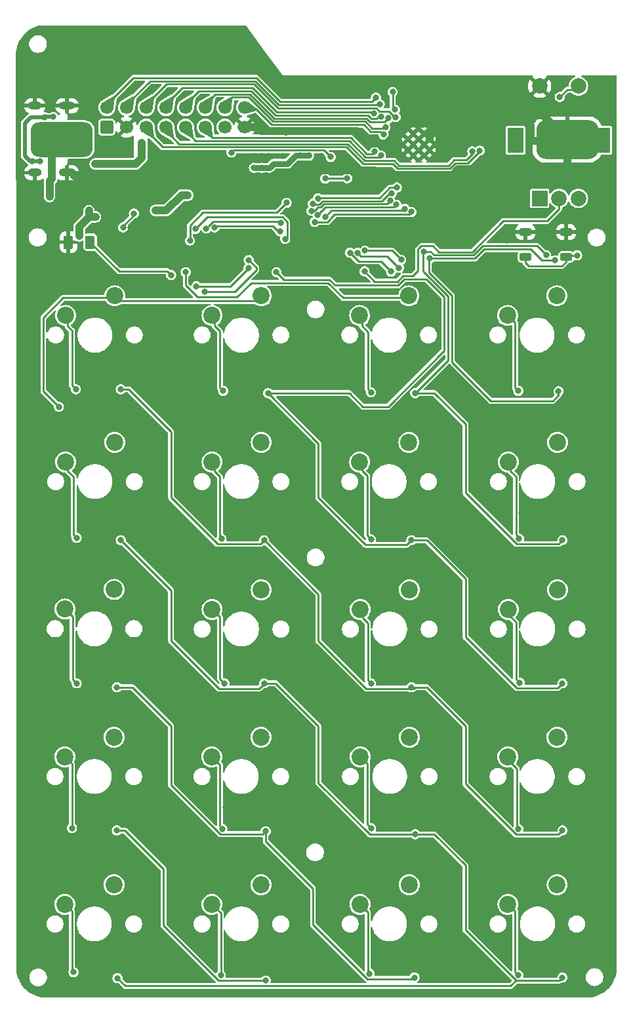
<source format=gbr>
%TF.GenerationSoftware,KiCad,Pcbnew,8.0.8-8.0.8-0~ubuntu22.04.1*%
%TF.CreationDate,2025-02-03T23:53:40+00:00*%
%TF.ProjectId,numcalcium,6e756d63-616c-4636-9975-6d2e6b696361,rev?*%
%TF.SameCoordinates,Original*%
%TF.FileFunction,Copper,L2,Bot*%
%TF.FilePolarity,Positive*%
%FSLAX46Y46*%
G04 Gerber Fmt 4.6, Leading zero omitted, Abs format (unit mm)*
G04 Created by KiCad (PCBNEW 8.0.8-8.0.8-0~ubuntu22.04.1) date 2025-02-03 23:53:40*
%MOMM*%
%LPD*%
G01*
G04 APERTURE LIST*
G04 Aperture macros list*
%AMRoundRect*
0 Rectangle with rounded corners*
0 $1 Rounding radius*
0 $2 $3 $4 $5 $6 $7 $8 $9 X,Y pos of 4 corners*
0 Add a 4 corners polygon primitive as box body*
4,1,4,$2,$3,$4,$5,$6,$7,$8,$9,$2,$3,0*
0 Add four circle primitives for the rounded corners*
1,1,$1+$1,$2,$3*
1,1,$1+$1,$4,$5*
1,1,$1+$1,$6,$7*
1,1,$1+$1,$8,$9*
0 Add four rect primitives between the rounded corners*
20,1,$1+$1,$2,$3,$4,$5,0*
20,1,$1+$1,$4,$5,$6,$7,0*
20,1,$1+$1,$6,$7,$8,$9,0*
20,1,$1+$1,$8,$9,$2,$3,0*%
G04 Aperture macros list end*
%TA.AperFunction,ComponentPad*%
%ADD10RoundRect,0.250000X0.600000X-0.600000X0.600000X0.600000X-0.600000X0.600000X-0.600000X-0.600000X0*%
%TD*%
%TA.AperFunction,ComponentPad*%
%ADD11C,1.700000*%
%TD*%
%TA.AperFunction,ComponentPad*%
%ADD12R,2.000000X2.000000*%
%TD*%
%TA.AperFunction,ComponentPad*%
%ADD13C,2.000000*%
%TD*%
%TA.AperFunction,ComponentPad*%
%ADD14R,2.000000X3.200000*%
%TD*%
%TA.AperFunction,ComponentPad*%
%ADD15C,2.200000*%
%TD*%
%TA.AperFunction,SMDPad,CuDef*%
%ADD16RoundRect,0.250000X-0.525000X-0.250000X0.525000X-0.250000X0.525000X0.250000X-0.525000X0.250000X0*%
%TD*%
%TA.AperFunction,ComponentPad*%
%ADD17O,2.100000X1.000000*%
%TD*%
%TA.AperFunction,ComponentPad*%
%ADD18O,1.800000X1.000000*%
%TD*%
%TA.AperFunction,HeatsinkPad*%
%ADD19C,0.600000*%
%TD*%
%TA.AperFunction,SMDPad,CuDef*%
%ADD20RoundRect,0.250000X0.375000X0.625000X-0.375000X0.625000X-0.375000X-0.625000X0.375000X-0.625000X0*%
%TD*%
%TA.AperFunction,SMDPad,CuDef*%
%ADD21RoundRect,1.125000X2.875000X1.125000X-2.875000X1.125000X-2.875000X-1.125000X2.875000X-1.125000X0*%
%TD*%
%TA.AperFunction,SMDPad,CuDef*%
%ADD22RoundRect,1.250000X2.750000X1.250000X-2.750000X1.250000X-2.750000X-1.250000X2.750000X-1.250000X0*%
%TD*%
%TA.AperFunction,ViaPad*%
%ADD23C,0.800000*%
%TD*%
%TA.AperFunction,Conductor*%
%ADD24C,0.250000*%
%TD*%
%TA.AperFunction,Conductor*%
%ADD25C,1.000000*%
%TD*%
%TA.AperFunction,Conductor*%
%ADD26C,0.500000*%
%TD*%
%TA.AperFunction,Conductor*%
%ADD27C,0.750000*%
%TD*%
G04 APERTURE END LIST*
D10*
%TO.P,J7,1,Pin_1*%
%TO.N,VDD*%
X11192000Y-4520843D03*
D11*
%TO.P,J7,2,Pin_2*%
%TO.N,Net-(J7-Pin_2)*%
X11192000Y-1980843D03*
%TO.P,J7,3,Pin_3*%
%TO.N,GND*%
X13732000Y-4520843D03*
%TO.P,J7,4,Pin_4*%
%TO.N,Net-(J7-Pin_4)*%
X13732000Y-1980843D03*
%TO.P,J7,5,Pin_5*%
%TO.N,RX0*%
X16272000Y-4520843D03*
%TO.P,J7,6,Pin_6*%
%TO.N,Net-(J7-Pin_6)*%
X16272000Y-1980843D03*
%TO.P,J7,7,Pin_7*%
%TO.N,TX0*%
X18812000Y-4520843D03*
%TO.P,J7,8,Pin_8*%
%TO.N,Net-(J7-Pin_8)*%
X18812000Y-1980843D03*
%TO.P,J7,9,Pin_9*%
%TO.N,RX1*%
X21352000Y-4520843D03*
%TO.P,J7,10,Pin_10*%
%TO.N,Net-(J7-Pin_10)*%
X21352000Y-1980843D03*
%TO.P,J7,11,Pin_11*%
%TO.N,TX1*%
X23892000Y-4520843D03*
%TO.P,J7,12,Pin_12*%
%TO.N,Net-(J7-Pin_12)*%
X23892000Y-1980843D03*
%TO.P,J7,13,Pin_13*%
%TO.N,VBAT*%
X26432000Y-4520843D03*
%TO.P,J7,14,Pin_14*%
%TO.N,Net-(J7-Pin_14)*%
X26432000Y-1980843D03*
%TO.P,J7,15,Pin_15*%
%TO.N,GND*%
X28972000Y-4520843D03*
%TO.P,J7,16,Pin_16*%
%TO.N,Net-(J7-Pin_16)*%
X28972000Y-1980843D03*
%TD*%
D12*
%TO.P,SW21,A,A*%
%TO.N,Net-(D22-A)*%
X67071603Y-13716567D03*
D13*
%TO.P,SW21,B,B*%
%TO.N,Net-(D23-A)*%
X72071603Y-13716567D03*
%TO.P,SW21,C,C*%
%TO.N,Net-(U3-QA)*%
X69571603Y-13716567D03*
D14*
%TO.P,SW21,MP*%
%TO.N,N/C*%
X63971603Y-6216567D03*
X75171603Y-6216567D03*
D13*
%TO.P,SW21,S1,S1*%
%TO.N,#B_OK*%
X72071603Y783433D03*
%TO.P,SW21,S2,S2*%
%TO.N,GND*%
X67071603Y783433D03*
%TD*%
D15*
%TO.P,SW11,1,1*%
%TO.N,Net-(U3-QE)*%
X50270000Y-64283000D03*
%TO.P,SW11,2,2*%
%TO.N,Net-(D11-A)*%
X43920000Y-66823000D03*
%TD*%
%TO.P,SW13,1,1*%
%TO.N,Net-(U3-QD)*%
X12215000Y-45234000D03*
%TO.P,SW13,2,2*%
%TO.N,Net-(D13-A)*%
X5865000Y-47774000D03*
%TD*%
%TO.P,SW9,1,1*%
%TO.N,Net-(U3-QF)*%
X12155000Y-64249000D03*
%TO.P,SW9,2,2*%
%TO.N,Net-(D9-A)*%
X5805000Y-66789000D03*
%TD*%
%TO.P,SW8,1,1*%
%TO.N,Net-(U3-QF)*%
X69320000Y-83333000D03*
%TO.P,SW8,2,2*%
%TO.N,Net-(D8-A)*%
X62970000Y-85873000D03*
%TD*%
%TO.P,SW4,2,2*%
%TO.N,Net-(D4-A)*%
X62982000Y-104924000D03*
%TO.P,SW4,1,1*%
%TO.N,Net-(U3-QG)*%
X69332000Y-102384000D03*
%TD*%
%TO.P,SW15,1,1*%
%TO.N,Net-(U3-QD)*%
X50188000Y-45234000D03*
%TO.P,SW15,2,2*%
%TO.N,Net-(D15-A)*%
X43838000Y-47774000D03*
%TD*%
%TO.P,SW16,1,1*%
%TO.N,Net-(U3-QC)*%
X69365000Y-45234000D03*
%TO.P,SW16,2,2*%
%TO.N,Net-(D16-A)*%
X63015000Y-47774000D03*
%TD*%
%TO.P,SW18,1,1*%
%TO.N,Net-(U3-QC)*%
X31138000Y-26311000D03*
%TO.P,SW18,2,2*%
%TO.N,Net-(D18-A)*%
X24788000Y-28851000D03*
%TD*%
%TO.P,SW19,1,1*%
%TO.N,Net-(U3-QB)*%
X50188000Y-26311000D03*
%TO.P,SW19,2,2*%
%TO.N,Net-(D19-A)*%
X43838000Y-28851000D03*
%TD*%
%TO.P,SW1,2,2*%
%TO.N,Net-(D1-A)*%
X5778000Y-104924000D03*
%TO.P,SW1,1,1*%
%TO.N,Net-(U3-QH)*%
X12128000Y-102384000D03*
%TD*%
%TO.P,SW7,1,1*%
%TO.N,Net-(U3-QF)*%
X50270000Y-83333000D03*
%TO.P,SW7,2,2*%
%TO.N,Net-(D7-A)*%
X43920000Y-85873000D03*
%TD*%
%TO.P,SW10,1,1*%
%TO.N,Net-(U3-QE)*%
X31138000Y-64283000D03*
%TO.P,SW10,2,2*%
%TO.N,Net-(D10-A)*%
X24788000Y-66823000D03*
%TD*%
%TO.P,SW3,2,2*%
%TO.N,Net-(D3-A)*%
X43878000Y-104924000D03*
%TO.P,SW3,1,1*%
%TO.N,Net-(U3-QH)*%
X50228000Y-102384000D03*
%TD*%
%TO.P,SW12,1,1*%
%TO.N,Net-(U3-QE)*%
X69365000Y-64284000D03*
%TO.P,SW12,2,2*%
%TO.N,Net-(D12-A)*%
X63015000Y-66824000D03*
%TD*%
%TO.P,SW14,1,1*%
%TO.N,Net-(U3-QD)*%
X31138000Y-45234000D03*
%TO.P,SW14,2,2*%
%TO.N,Net-(D14-A)*%
X24788000Y-47774000D03*
%TD*%
%TO.P,SW6,1,1*%
%TO.N,Net-(U3-QG)*%
X31093000Y-83333000D03*
%TO.P,SW6,2,2*%
%TO.N,Net-(D6-A)*%
X24743000Y-85873000D03*
%TD*%
%TO.P,SW2,2,2*%
%TO.N,Net-(D2-A)*%
X24755000Y-104924000D03*
%TO.P,SW2,1,1*%
%TO.N,Net-(U3-QH)*%
X31105000Y-102384000D03*
%TD*%
%TO.P,SW17,1,1*%
%TO.N,Net-(U3-QC)*%
X12215000Y-26311000D03*
%TO.P,SW17,2,2*%
%TO.N,Net-(D17-A)*%
X5865000Y-28851000D03*
%TD*%
%TO.P,SW20,1,1*%
%TO.N,Net-(U3-QB)*%
X69278000Y-26311000D03*
%TO.P,SW20,2,2*%
%TO.N,Net-(D20-A)*%
X62928000Y-28851000D03*
%TD*%
%TO.P,SW5,1,1*%
%TO.N,Net-(U3-QG)*%
X12128000Y-83334000D03*
%TO.P,SW5,2,2*%
%TO.N,Net-(D5-A)*%
X5778000Y-85874000D03*
%TD*%
D16*
%TO.P,SW22,1,1*%
%TO.N,RST*%
X65232879Y-21280843D03*
X70482879Y-21280843D03*
%TO.P,SW22,2,2*%
%TO.N,GND*%
X65232879Y-18080843D03*
X70482879Y-18080843D03*
%TD*%
D17*
%TO.P,J6,S1,SHIELD*%
%TO.N,GND*%
X6087879Y-1760843D03*
D18*
X1907879Y-1760843D03*
D17*
X6087879Y-10400843D03*
D18*
X1907879Y-10400843D03*
%TD*%
D19*
%TO.P,U4,41,GND*%
%TO.N,GND*%
X50067668Y-6062723D03*
X50067668Y-7462723D03*
X50767668Y-5362723D03*
X50767668Y-6762723D03*
X50767668Y-8162723D03*
X51467668Y-6062723D03*
X51467668Y-7462723D03*
X52167668Y-5362723D03*
X52167668Y-6762723D03*
X52167668Y-8162723D03*
X52867668Y-6062723D03*
X52867668Y-7462723D03*
%TD*%
D20*
%TO.P,D47,1,K*%
%TO.N,Net-(D25-K)*%
X9057879Y-19380843D03*
%TO.P,D47,2,A*%
%TO.N,GND*%
X6257879Y-19380843D03*
%TD*%
D21*
%TO.P,BT1,1,+*%
%TO.N,Net-(BT1-+)*%
X5377879Y-6124843D03*
D22*
%TO.P,BT1,2,-*%
%TO.N,GND*%
X70627879Y-6124843D03*
%TD*%
D23*
%TO.N,RST*%
X48392000Y-2267723D03*
%TO.N,IO_CK*%
X12592000Y-114464000D03*
%TO.N,GND*%
X42692000Y-95464000D03*
X43257879Y-54130843D03*
X69907879Y-5080843D03*
X8257879Y2869157D03*
X68907879Y-6080843D03*
X50507879Y-54380843D03*
X9492000Y-83464000D03*
X58007879Y-31880843D03*
X62757879Y-92380843D03*
X28007879Y2792959D03*
X13492000Y-79964000D03*
X76322668Y-35798723D03*
X16007879Y-26130843D03*
X62856650Y-19185843D03*
X75507879Y-11280843D03*
X26507879Y-92380843D03*
X17507879Y-21680843D03*
X72507879Y-6080843D03*
X71507879Y-5080843D03*
X64757879Y-54380843D03*
X34507879Y-95380843D03*
X70707879Y-6080843D03*
X33292000Y-25964000D03*
X63007879Y-73630843D03*
X21992000Y-60964000D03*
X72507879Y-6080843D03*
X72507879Y-6080843D03*
X34007879Y-92310843D03*
X4757879Y-36130843D03*
X69907879Y-6880843D03*
X71507879Y-6880843D03*
X69907879Y-6880843D03*
X757668Y-67548723D03*
X69907879Y-6880843D03*
X76322668Y-61198723D03*
X757668Y-80248723D03*
X42492000Y-98964000D03*
X71507879Y-6880843D03*
X71507879Y-5080843D03*
X71507879Y-5080843D03*
X71507879Y-6880843D03*
X69907879Y-5080843D03*
X23232879Y2792958D03*
X69907879Y-6880843D03*
X68907879Y-6080843D03*
X71507879Y-5080843D03*
X31387879Y-111262410D03*
X12702879Y-35210843D03*
X71507879Y-5080843D03*
X757668Y-99298723D03*
X69907879Y-6880843D03*
X71507879Y-6880843D03*
X757668Y-29448723D03*
X57507879Y-114380843D03*
X68907879Y-6080843D03*
X69907879Y-6880843D03*
X71507879Y-6880843D03*
X757668Y-73898723D03*
X72507879Y-6080843D03*
X50392000Y-22064000D03*
X68907879Y-6080843D03*
X72507879Y-6080843D03*
X69907879Y-5080843D03*
X69907879Y-6880843D03*
X34007879Y-54210843D03*
X71507879Y-5080843D03*
X72507879Y-6080843D03*
X71507879Y-5080843D03*
X68907879Y-6080843D03*
X2007879Y-21630843D03*
X54992000Y-19464000D03*
X71507879Y-6880843D03*
X30887000Y-14420947D03*
X757668Y-42148723D03*
X25782879Y2792958D03*
X6992000Y-60964000D03*
X71507879Y-6880843D03*
X39302879Y-41460843D03*
X19492000Y-76964000D03*
X76322668Y-54848723D03*
X76322668Y-92948723D03*
X76322668Y-67548723D03*
X71507879Y-5080843D03*
X71507879Y-6880843D03*
X71507879Y-5080843D03*
X76322668Y-99298723D03*
X52257879Y-73630843D03*
X69907879Y-6880843D03*
X57507879Y-57630843D03*
X75607879Y-15180843D03*
X19902879Y-58260843D03*
X22492000Y-98964000D03*
X33892000Y-10464000D03*
X40492000Y-79964000D03*
X5757879Y2869157D03*
X68907879Y-6080843D03*
X41992000Y-60964000D03*
X69907879Y-6880843D03*
X38507879Y-76880843D03*
X68907879Y-6080843D03*
X70707879Y-6080843D03*
X32121479Y-8207643D03*
X60492000Y-79964000D03*
X757668Y-86598723D03*
X69907879Y-6880843D03*
X48257879Y-41880843D03*
X69907879Y-5080843D03*
X10257879Y-42130843D03*
X72507879Y-6080843D03*
X6047879Y-13820271D03*
X18257879Y2869157D03*
X71507879Y-6880843D03*
X35292000Y-12564000D03*
X70707879Y-6080843D03*
X30242000Y-8237843D03*
X28757879Y-42130843D03*
X69907879Y-5080843D03*
X69907879Y-5080843D03*
X13257879Y2869157D03*
X59492000Y-60964000D03*
X76322668Y-42148723D03*
X69907879Y-6880843D03*
X68907879Y-6080843D03*
X69907879Y-5080843D03*
X76322668Y-48498723D03*
X72507879Y-6080843D03*
X76322668Y-29448723D03*
X71507879Y-5080843D03*
X70707879Y-6080843D03*
X32892000Y1536000D03*
X30307879Y-4556723D03*
X69907879Y-5080843D03*
X39102000Y-124000D03*
X58737668Y-44708723D03*
X68907879Y-6080843D03*
X70707879Y-6080843D03*
X70707879Y-6080843D03*
X23757879Y-114630843D03*
X48112881Y-35460843D03*
X71507879Y-6880843D03*
X26757879Y-112130843D03*
X76322668Y-111998723D03*
X68907879Y-6080843D03*
X31492000Y2636000D03*
X76322668Y-105648723D03*
X68907879Y-6080843D03*
X2507879Y119157D03*
X69907879Y-5080843D03*
X57102879Y-76660843D03*
X69907879Y-6880843D03*
X70707879Y-6080843D03*
X72507879Y-6080843D03*
X69907879Y-5080843D03*
X71507879Y-6880843D03*
X70707879Y-6080843D03*
X70707879Y-6080843D03*
X71507879Y-6880843D03*
X757668Y-105648723D03*
X72507879Y-6080843D03*
X45939079Y987157D03*
X14007879Y-114630843D03*
X31192000Y-8237843D03*
X70707879Y-6080843D03*
X69907879Y-5080843D03*
X63566679Y987157D03*
X71507879Y-5080843D03*
X70707879Y-6080843D03*
X76322668Y-80248723D03*
X2507879Y1119157D03*
X29442000Y-20664000D03*
X71507879Y-6880843D03*
X69907879Y-5080843D03*
X43507879Y-92380843D03*
X26292000Y-23464000D03*
X73007879Y-100630843D03*
X41092000Y-57564000D03*
X72507879Y-6080843D03*
X9492000Y-103464000D03*
X757668Y-92948723D03*
X59858279Y987157D03*
X68907879Y-6080843D03*
X68907879Y-6080843D03*
X24507879Y-54380843D03*
X72507879Y-6080843D03*
X70707879Y-6080843D03*
X11792000Y-10880843D03*
X70707879Y-6080843D03*
X23757879Y-95380843D03*
X15757879Y2869157D03*
X757668Y-35798723D03*
X69907879Y-6880843D03*
X75492000Y-23964000D03*
X68907879Y-6080843D03*
X10757879Y2869157D03*
X61757879Y-95630843D03*
X20672879Y-15514000D03*
X72507879Y-6080843D03*
X10592000Y-10880843D03*
X72507879Y-6080843D03*
X757668Y-48498723D03*
X757668Y-61198723D03*
X14757879Y-95380843D03*
X70707879Y-6080843D03*
X46007879Y-111130843D03*
X5492000Y-79964000D03*
X51007879Y-92130843D03*
X8492000Y236000D03*
X12348850Y-14121814D03*
X70707879Y-6080843D03*
X71507879Y-6880843D03*
X14307879Y-17480843D03*
X28917879Y-35310843D03*
X68907879Y-6080843D03*
X70707879Y-6080843D03*
X21492000Y-79964000D03*
X62492000Y-98964000D03*
X76322668Y-73898723D03*
X46192000Y-6620676D03*
X10007879Y-25380843D03*
X76322668Y-86598723D03*
X12992000Y-10880843D03*
X42135043Y-19347197D03*
X71507879Y-5080843D03*
X2507879Y2119157D03*
X25392000Y-13464000D03*
X757668Y-54848723D03*
X24507879Y-73630843D03*
X69907879Y-5080843D03*
X46519508Y-23578047D03*
X66757879Y-41880843D03*
X20782879Y2792958D03*
X23757879Y-111210843D03*
X67107879Y-94280843D03*
X71507879Y-6880843D03*
X12507879Y-111210843D03*
X6007879Y-380843D03*
X72507879Y-6080843D03*
X68907879Y-11480843D03*
X73257879Y-83380843D03*
X71507879Y-5080843D03*
X71507879Y-5080843D03*
X757668Y-111998723D03*
X71507879Y-5080843D03*
X12757879Y-92380843D03*
X69907879Y-6880843D03*
X1007879Y-16630843D03*
X69907879Y-6880843D03*
X13007879Y-73630843D03*
X69907879Y-6880843D03*
X38892000Y-8264000D03*
X71492000Y-23130843D03*
X69907879Y-5080843D03*
X69907879Y-5080843D03*
X72507879Y-6080843D03*
X63507879Y-15880843D03*
X9492000Y-63464000D03*
X71507879Y-6880843D03*
X69907879Y-5080843D03*
X33907879Y-8220843D03*
X38257879Y-31380843D03*
X3507879Y-16680843D03*
X68907879Y-6080843D03*
X5492000Y-98964000D03*
X33007879Y-114630843D03*
X13007879Y-54380843D03*
X50757879Y-111380843D03*
X19257879Y-32130843D03*
X64757879Y-111130843D03*
X71507879Y-5080843D03*
X66902879Y-35460843D03*
%TO.N,VDD*%
X29507879Y-21680843D03*
X23792000Y-25765843D03*
%TO.N,Net-(BT1-+)*%
X3815879Y-13480843D03*
X4079879Y-7919777D03*
X4079879Y-10087243D03*
X3862879Y-7012777D03*
X3815879Y-12280843D03*
X4079879Y-8969643D03*
X4079879Y-11204843D03*
%TO.N,VBUS*%
X2555879Y-8934843D03*
X3216279Y-3229243D03*
X1576799Y-8932723D03*
X4308479Y-3203843D03*
%TO.N,IO_CK*%
X13007879Y-57880843D03*
X25107879Y-17480843D03*
X70007879Y-57880843D03*
X31507879Y-76380843D03*
X52092000Y-20564000D03*
X51007879Y-38880843D03*
X33537879Y-17964000D03*
X67907879Y-21056474D03*
X51007879Y-95880843D03*
X70007879Y-114380843D03*
%TO.N,IO_D*%
X34222879Y-18964000D03*
X12507879Y-95380843D03*
X31507879Y-57880843D03*
X69053510Y-21741474D03*
X70007879Y-95380843D03*
X13007879Y-38380843D03*
X31707879Y-114780843D03*
X52892000Y-21464000D03*
X69507879Y-38630843D03*
X50507879Y-76880843D03*
X22622879Y-17683467D03*
%TO.N,IO_T*%
X31707879Y-95480843D03*
X38042248Y-16761474D03*
X12507879Y-76880843D03*
X50907879Y-114380843D03*
X70007879Y-76380843D03*
X50507879Y-15472043D03*
X32007879Y-38880843D03*
X50507879Y-57880843D03*
X33092000Y-23249000D03*
%TO.N,IO_OE*%
X24032879Y-17605843D03*
X33626593Y-16880843D03*
%TO.N,VDD_AON*%
X37292000Y-8192242D03*
X31192000Y-9764000D03*
X32192000Y-9764000D03*
X30192000Y-9764000D03*
X36192000Y-8192243D03*
%TO.N,Net-(D1-A)*%
X6907879Y-113680843D03*
%TO.N,Net-(D2-A)*%
X25907879Y-114080843D03*
%TO.N,Net-(D3-A)*%
X45107879Y-113880843D03*
%TO.N,Net-(D4-A)*%
X64307879Y-114080843D03*
%TO.N,Net-(D5-A)*%
X6707879Y-95080843D03*
%TO.N,Net-(D6-A)*%
X26107879Y-95180843D03*
%TO.N,Net-(D7-A)*%
X45307879Y-95080843D03*
%TO.N,Net-(D8-A)*%
X64307879Y-95180843D03*
%TO.N,Net-(D9-A)*%
X7307879Y-76380843D03*
%TO.N,Net-(D10-A)*%
X26407879Y-76380843D03*
%TO.N,Net-(D11-A)*%
X45307879Y-76380843D03*
%TO.N,Net-(D12-A)*%
X64507879Y-76280843D03*
%TO.N,Net-(D13-A)*%
X7307879Y-57580843D03*
%TO.N,Net-(D14-A)*%
X26007879Y-57680843D03*
%TO.N,Net-(D15-A)*%
X45307879Y-57780843D03*
%TO.N,Net-(D16-A)*%
X64407879Y-57680843D03*
%TO.N,Net-(D17-A)*%
X7207879Y-38380843D03*
%TO.N,Net-(D18-A)*%
X26207879Y-38580843D03*
%TO.N,Net-(D19-A)*%
X45307879Y-38780843D03*
%TO.N,Net-(D20-A)*%
X64307879Y-38580843D03*
%TO.N,#LOW_POWER_REQ*%
X42222587Y-11130842D03*
X21929983Y-19181813D03*
X34414410Y-14280843D03*
X39392000Y-11164000D03*
%TO.N,#B_OK*%
X69662879Y-630843D03*
%TO.N,/Main/AUD_L*%
X43556370Y-20734075D03*
X48907631Y-22689000D03*
%TO.N,/Main/AUD_R*%
X47892000Y-23179000D03*
X42592000Y-20738442D03*
%TO.N,/Main/LED_RETURN*%
X29492000Y-22764000D03*
X22767879Y-25064000D03*
%TO.N,Net-(D25-K)*%
X19507879Y-23630843D03*
%TO.N,RST*%
X71907879Y-21080843D03*
X48092000Y14157D03*
%TO.N,Net-(D47-K)*%
X17507879Y-15280843D03*
X14707879Y-15680843D03*
X13307879Y-17480843D03*
X21642000Y-13314000D03*
%TO.N,Net-(U3-QB)*%
X21382879Y-23255843D03*
%TO.N,/Main/MOSI*%
X47773060Y-14030076D03*
X37602879Y-15335026D03*
%TO.N,/Main/SD_CS*%
X39407879Y-16080843D03*
X49639835Y-15062043D03*
%TO.N,/Main/MISO*%
X47997587Y-13037950D03*
X37796084Y-14394666D03*
%TO.N,/Main/CK*%
X38431572Y-15883960D03*
X48592000Y-14531017D03*
%TO.N,/Main/LCD_CS*%
X38474909Y-13715843D03*
X48636198Y-12321164D03*
%TO.N,/Main/STATUS_LED*%
X49192000Y-21664000D03*
X44520449Y-20479000D03*
%TO.N,Net-(U3-QC)*%
X5007879Y-40630843D03*
%TO.N,VBAT*%
X40092000Y-8364000D03*
X27292000Y-7782243D03*
%TO.N,Net-(U3-QA)*%
X44473263Y-23145263D03*
%TO.N,Net-(J7-Pin_14)*%
X47158994Y-4533707D03*
%TO.N,RX1*%
X46605223Y-8190842D03*
%TO.N,Net-(J7-Pin_12)*%
X47521348Y-3364209D03*
%TO.N,Net-(J7-Pin_2)*%
X45950380Y-723343D03*
%TO.N,Net-(J7-Pin_6)*%
X48471122Y-3224460D03*
%TO.N,Net-(J7-Pin_8)*%
X45707879Y-2767287D03*
%TO.N,TX1*%
X45792000Y-7680676D03*
%TO.N,Net-(J7-Pin_16)*%
X46933986Y-5489024D03*
%TO.N,Net-(J7-Pin_10)*%
X46582797Y-3162410D03*
%TO.N,Net-(J7-Pin_4)*%
X46429299Y-1555352D03*
%TO.N,Net-(Q1-S)*%
X11942000Y-9264000D03*
X8892000Y-15314000D03*
X10042000Y-9264000D03*
X10992000Y-9264000D03*
X7647879Y-17464000D03*
X15742000Y-6514000D03*
X7633361Y-18555361D03*
X15692000Y-8364000D03*
X15692000Y-7464000D03*
X9742000Y-16114000D03*
%TO.N,TX0*%
X58378725Y-7641259D03*
%TO.N,RX0*%
X59345610Y-7548374D03*
%TD*%
D24*
%TO.N,Net-(U3-QB)*%
X21382879Y-23255843D02*
X21382879Y-24954879D01*
X21382879Y-24954879D02*
X22892000Y-26464000D01*
X41694879Y-26567843D02*
X50490879Y-26567843D01*
X22892000Y-26464000D02*
X27992000Y-26464000D01*
X27992000Y-26464000D02*
X29825157Y-24630843D01*
X29825157Y-24630843D02*
X39757879Y-24630843D01*
X39757879Y-24630843D02*
X41694879Y-26567843D01*
%TO.N,/Main/LED_RETURN*%
X22784722Y-25080843D02*
X22767879Y-25064000D01*
X27175157Y-25080843D02*
X22784722Y-25080843D01*
X29492000Y-22764000D02*
X27175157Y-25080843D01*
%TO.N,VDD*%
X23792000Y-25765843D02*
X27690157Y-25765843D01*
X27690157Y-25765843D02*
X30492000Y-22964000D01*
X30492000Y-22664964D02*
X29507879Y-21680843D01*
X30492000Y-22964000D02*
X30492000Y-22664964D01*
%TO.N,IO_T*%
X48792000Y-24964000D02*
X49592000Y-24164000D01*
X40670864Y-24964000D02*
X48792000Y-24964000D01*
X34063842Y-24220842D02*
X39927706Y-24220842D01*
X33092000Y-23249000D02*
X34063842Y-24220842D01*
X39927706Y-24220842D02*
X40670864Y-24964000D01*
X49592000Y-24164000D02*
X52461208Y-24164000D01*
X52461208Y-24164000D02*
X54757879Y-26460671D01*
X54757879Y-26460671D02*
X54757879Y-33380843D01*
X54757879Y-33380843D02*
X47507879Y-40630843D01*
X47507879Y-40630843D02*
X44257879Y-40630843D01*
X44257879Y-40630843D02*
X42507879Y-38880843D01*
X42507879Y-38880843D02*
X32007879Y-38880843D01*
%TO.N,RST*%
X48092000Y-1967723D02*
X48392000Y-2267723D01*
X48092000Y14157D02*
X48092000Y-1967723D01*
%TO.N,IO_CK*%
X12592000Y-114464000D02*
X13593843Y-115465843D01*
X13593843Y-115465843D02*
X63324142Y-115465843D01*
X63324142Y-115465843D02*
X64024142Y-114765843D01*
%TO.N,Net-(U3-QC)*%
X31440879Y-26567843D02*
X31044722Y-26964000D01*
X31044722Y-26964000D02*
X12914036Y-26964000D01*
X12914036Y-26964000D02*
X12517879Y-26567843D01*
X12517879Y-26567843D02*
X5570879Y-26567843D01*
X5570879Y-26567843D02*
X3007879Y-29130843D01*
X3007879Y-29130843D02*
X3007879Y-38630843D01*
X3007879Y-38630843D02*
X5007879Y-40630843D01*
D25*
%TO.N,GND*%
X30604159Y-4556723D02*
X28545268Y-4556723D01*
X45047712Y-6620676D02*
X43485079Y-5058043D01*
X34285079Y-5058043D02*
X31105479Y-5058043D01*
X31105479Y-5058043D02*
X30604159Y-4556723D01*
X67503879Y-3000843D02*
X70627879Y-6124843D01*
X34307879Y-5080843D02*
X34285079Y-5058043D01*
X34330679Y-5058043D02*
X34307879Y-5080843D01*
X43485079Y-5058043D02*
X34330679Y-5058043D01*
X46192000Y-6620676D02*
X45047712Y-6620676D01*
X50921234Y-3000843D02*
X67503879Y-3000843D01*
X47301401Y-6620676D02*
X50921234Y-3000843D01*
X46192000Y-6620676D02*
X47301401Y-6620676D01*
D24*
%TO.N,RX1*%
X44602249Y-8375213D02*
X42504279Y-6277243D01*
X42504279Y-6277243D02*
X22684279Y-6277243D01*
X46605223Y-8190842D02*
X46420852Y-8375213D01*
X46420852Y-8375213D02*
X44602249Y-8375213D01*
X22684279Y-6277243D02*
X20927879Y-4520843D01*
%TO.N,TX1*%
X45792000Y-7680676D02*
X45507463Y-7965213D01*
X44772077Y-7965213D02*
X42672707Y-5865843D01*
X45507463Y-7965213D02*
X44772077Y-7965213D01*
X24812879Y-5865843D02*
X23467879Y-4520843D01*
X42672707Y-5865843D02*
X24812879Y-5865843D01*
D25*
%TO.N,GND*%
X51307879Y-17080843D02*
X56507879Y-11880843D01*
X40201682Y-19340843D02*
X42461682Y-17080843D01*
X65307879Y-3680843D02*
X65907879Y-4280843D01*
X65907879Y-6080843D02*
X66107879Y-6280843D01*
X52867668Y-5321054D02*
X54507879Y-3680843D01*
X14907879Y-11480843D02*
X14307879Y-10880843D01*
X37668812Y-19340843D02*
X40201682Y-19340843D01*
X27507879Y-11480843D02*
X14907879Y-11480843D01*
X6630559Y-10402723D02*
X6091668Y-10402723D01*
X70008509Y-9980213D02*
X70627879Y-9360843D01*
X37485158Y-10070842D02*
X35149079Y-12406921D01*
X70471879Y-6280843D02*
X70627879Y-6124843D01*
X42461682Y-17080843D02*
X51307879Y-17080843D01*
X35232236Y-12564000D02*
X35149079Y-12480843D01*
D24*
X65232879Y-18080843D02*
X70482879Y-18080843D01*
D25*
X35149079Y-12480843D02*
X34108843Y-12480843D01*
X56507879Y-11880843D02*
X56507879Y-9980213D01*
D24*
X30272200Y-8207643D02*
X32121479Y-8207643D01*
D25*
X46346946Y-10680843D02*
X45736945Y-10070842D01*
X35292000Y-13064964D02*
X35692879Y-13465843D01*
X35692879Y-13465843D02*
X35692879Y-17364910D01*
X35149079Y-12406921D02*
X35149079Y-12480843D01*
X34092000Y-12464000D02*
X34075157Y-12480843D01*
D24*
X30242000Y-8237843D02*
X30272200Y-8207643D01*
D25*
X66107879Y-6280843D02*
X70471879Y-6280843D01*
X70627879Y-9360843D02*
X70627879Y-6124843D01*
X34108843Y-12480843D02*
X34092000Y-12464000D01*
X56507879Y-9980213D02*
X55807249Y-10680843D01*
X56507879Y-9980213D02*
X70008509Y-9980213D01*
X65907879Y-4280843D02*
X65907879Y-6080843D01*
X35292000Y-12564000D02*
X35232236Y-12564000D01*
X35692879Y-17364910D02*
X37668812Y-19340843D01*
X28507879Y-12480843D02*
X27507879Y-11480843D01*
X35292000Y-12564000D02*
X35292000Y-13064964D01*
X34075157Y-12480843D02*
X28507879Y-12480843D01*
X52867668Y-6062723D02*
X52867668Y-5321054D01*
X7108679Y-10880843D02*
X6630559Y-10402723D01*
X14307879Y-10880843D02*
X7108679Y-10880843D01*
X54507879Y-3680843D02*
X65307879Y-3680843D01*
X55807249Y-10680843D02*
X46346946Y-10680843D01*
X45736945Y-10070842D02*
X37485158Y-10070842D01*
%TO.N,Net-(BT1-+)*%
X3815879Y-13480843D02*
X3815879Y-11468843D01*
X4079879Y-11204843D02*
X4079879Y-10087243D01*
X4079879Y-7267843D02*
X5222879Y-6124843D01*
X4079879Y-8969643D02*
X4079879Y-7267843D01*
X3815879Y-11468843D02*
X4079879Y-11204843D01*
X4079879Y-8969643D02*
X4079879Y-11204843D01*
D26*
%TO.N,VBUS*%
X1576799Y-8932723D02*
X2455999Y-8932723D01*
X3419479Y-3229243D02*
X3444879Y-3203843D01*
X625479Y-8207643D02*
X625479Y-3991243D01*
X625479Y-3991243D02*
X1387479Y-3229243D01*
X2455999Y-8932723D02*
X2507879Y-8880843D01*
X1350559Y-8932723D02*
X625479Y-8207643D01*
D24*
X3216279Y-3229243D02*
X3419479Y-3229243D01*
D26*
X1387479Y-3229243D02*
X3216279Y-3229243D01*
X1576799Y-8932723D02*
X1350559Y-8932723D01*
X3444879Y-3203843D02*
X4308479Y-3203843D01*
D24*
%TO.N,IO_CK*%
X51007879Y-95880843D02*
X45139142Y-95880843D01*
X52007879Y-23130843D02*
X55257879Y-26380843D01*
X64124142Y-58365843D02*
X69522879Y-58365843D01*
X33327299Y-17964000D02*
X32644142Y-17280843D01*
X53460737Y-21064000D02*
X58544894Y-21064000D01*
X30822879Y-77065843D02*
X25692879Y-77065843D01*
X33537879Y-17964000D02*
X33327299Y-17964000D01*
X64024142Y-114765843D02*
X57507879Y-108249580D01*
X19507879Y-64380843D02*
X13007879Y-57880843D01*
X57507879Y-42880843D02*
X57507879Y-51749580D01*
X52092000Y-20564000D02*
X52007879Y-20648121D01*
X57507879Y-107880843D02*
X57507879Y-99880843D01*
X55257879Y-26380843D02*
X55257879Y-34630843D01*
X51007879Y-38880843D02*
X53507879Y-38880843D01*
X66722248Y-19870843D02*
X67907879Y-21056474D01*
X52092000Y-20564000D02*
X52960737Y-20564000D01*
X59738051Y-19870843D02*
X66722248Y-19870843D01*
X70007879Y-114380843D02*
X69622879Y-114765843D01*
X57507879Y-108249580D02*
X57507879Y-107880843D01*
X25307879Y-17280843D02*
X25107879Y-17480843D01*
X57507879Y-51749580D02*
X64124142Y-58365843D01*
X53507879Y-38880843D02*
X57507879Y-42880843D01*
X55257879Y-34630843D02*
X51007879Y-38880843D01*
X38507879Y-89249580D02*
X38507879Y-81880843D01*
X19507879Y-69380843D02*
X19507879Y-64380843D01*
X45139142Y-95880843D02*
X38507879Y-89249580D01*
X31507879Y-76380843D02*
X30822879Y-77065843D01*
X33007879Y-76380843D02*
X31507879Y-76380843D01*
X52007879Y-20648121D02*
X52007879Y-23130843D01*
X32644142Y-17280843D02*
X25307879Y-17280843D01*
X53507879Y-95880843D02*
X51007879Y-95880843D01*
X57507879Y-99880843D02*
X53507879Y-95880843D01*
X25692879Y-77065843D02*
X19507879Y-70880843D01*
X52960737Y-20564000D02*
X53460737Y-21064000D01*
X69522879Y-58365843D02*
X70007879Y-57880843D01*
X69622879Y-114765843D02*
X64024142Y-114765843D01*
X58544894Y-21064000D02*
X59738051Y-19870843D01*
X38507879Y-81880843D02*
X33007879Y-76380843D01*
X19507879Y-70880843D02*
X19507879Y-69380843D01*
%TO.N,IO_D*%
X68757879Y-39880843D02*
X69507879Y-39130843D01*
X31022879Y-58365843D02*
X25492879Y-58365843D01*
X12507879Y-95380843D02*
X13507879Y-95380843D01*
X44692879Y-77065843D02*
X38507879Y-70880843D01*
X38507879Y-70880843D02*
X38507879Y-64880843D01*
X55757879Y-34880843D02*
X60757879Y-39880843D01*
X18507879Y-107649580D02*
X25639142Y-114780843D01*
X51007879Y-76880843D02*
X50507879Y-76880843D01*
X64007879Y-95880843D02*
X57507879Y-89380843D01*
X60757879Y-39880843D02*
X68757879Y-39880843D01*
X13507879Y-95380843D02*
X18507879Y-100380843D01*
X53280909Y-21464000D02*
X53290909Y-21474000D01*
X53290909Y-21474000D02*
X58714722Y-21474000D01*
X70007879Y-95380843D02*
X69507879Y-95880843D01*
X33881011Y-16153011D02*
X24153335Y-16153011D01*
X57507879Y-89380843D02*
X57507879Y-81880843D01*
X52507879Y-76880843D02*
X51007879Y-76880843D01*
X38507879Y-64880843D02*
X31507879Y-57880843D01*
X25492879Y-58365843D02*
X19507879Y-52380843D01*
X19507879Y-44380843D02*
X19507879Y-43880843D01*
X52792000Y-21564000D02*
X52792000Y-23335136D01*
X24153335Y-16153011D02*
X22622879Y-17683467D01*
X34222879Y-18964000D02*
X34492000Y-18694879D01*
X67368510Y-21741474D02*
X69053510Y-21741474D01*
X34492000Y-16764000D02*
X33881011Y-16153011D01*
X51007879Y-76880843D02*
X50822879Y-77065843D01*
X25639142Y-114780843D02*
X31707879Y-114780843D01*
X58714722Y-21474000D02*
X59907879Y-20280843D01*
X52892000Y-21464000D02*
X52792000Y-21564000D01*
X52892000Y-21464000D02*
X53280909Y-21464000D01*
X14007879Y-38380843D02*
X13007879Y-38380843D01*
X52792000Y-23335136D02*
X55757879Y-26301015D01*
X19507879Y-50880843D02*
X19507879Y-44380843D01*
X57507879Y-81880843D02*
X52507879Y-76880843D01*
X69507879Y-39130843D02*
X69507879Y-38630843D01*
X31507879Y-57880843D02*
X31022879Y-58365843D01*
X50822879Y-77065843D02*
X44692879Y-77065843D01*
X55757879Y-26301015D02*
X55757879Y-34880843D01*
X65907879Y-20280843D02*
X67368510Y-21741474D01*
X59907879Y-20280843D02*
X65907879Y-20280843D01*
X19507879Y-43880843D02*
X14007879Y-38380843D01*
X69507879Y-95880843D02*
X64007879Y-95880843D01*
X18507879Y-100380843D02*
X18507879Y-107649580D01*
X34492000Y-18694879D02*
X34492000Y-16764000D01*
X19507879Y-52380843D02*
X19507879Y-50880843D01*
%TO.N,IO_T*%
X19507879Y-81880843D02*
X14507879Y-76880843D01*
X38046617Y-16765843D02*
X38042248Y-16761474D01*
X57507879Y-70380843D02*
X57507879Y-69380843D01*
X40092879Y-16364580D02*
X39691616Y-16765843D01*
X31322879Y-95865843D02*
X25824142Y-95865843D01*
X52507879Y-57880843D02*
X50507879Y-57880843D01*
X31707879Y-95480843D02*
X31322879Y-95865843D01*
X44592879Y-58465843D02*
X38507879Y-52380843D01*
X38507879Y-45380843D02*
X32007879Y-38880843D01*
X40092879Y-16295843D02*
X40092879Y-16364580D01*
X14507879Y-76880843D02*
X12507879Y-76880843D01*
X19507879Y-89549580D02*
X19507879Y-81880843D01*
X37807879Y-102879879D02*
X31707879Y-96779879D01*
X50212199Y-15767723D02*
X40620999Y-15767723D01*
X57507879Y-69380843D02*
X57507879Y-62880843D01*
X40620999Y-15767723D02*
X40092879Y-16295843D01*
X50722879Y-114565843D02*
X44824142Y-114565843D01*
X57507879Y-62880843D02*
X52507879Y-57880843D01*
X38507879Y-52380843D02*
X38507879Y-45380843D01*
X49922879Y-58465843D02*
X44592879Y-58465843D01*
X37807879Y-107549580D02*
X37807879Y-102879879D01*
X70007879Y-76380843D02*
X69422879Y-76965843D01*
X50907879Y-114380843D02*
X50722879Y-114565843D01*
X50507879Y-15472043D02*
X50212199Y-15767723D01*
X50507879Y-57880843D02*
X49922879Y-58465843D01*
X69422879Y-76965843D02*
X64092879Y-76965843D01*
X44824142Y-114565843D02*
X37807879Y-107549580D01*
X31707879Y-96779879D02*
X31707879Y-95480843D01*
X25824142Y-95865843D02*
X19507879Y-89549580D01*
X64092879Y-76965843D02*
X57507879Y-70380843D01*
X39691616Y-16765843D02*
X38046617Y-16765843D01*
%TO.N,IO_OE*%
X33626593Y-16880843D02*
X33463193Y-16717443D01*
X33463193Y-16717443D02*
X24902542Y-16717443D01*
X24902542Y-16717443D02*
X24319142Y-17300843D01*
D27*
%TO.N,VDD_AON*%
X36192000Y-8192243D02*
X35563757Y-8192243D01*
X31192000Y-9764000D02*
X30192000Y-9764000D01*
X32710157Y-9245843D02*
X32192000Y-9764000D01*
X31192000Y-9764000D02*
X32192000Y-9764000D01*
X34510157Y-9245843D02*
X32710157Y-9245843D01*
X36192000Y-8192243D02*
X37291999Y-8192243D01*
X37291999Y-8192243D02*
X37292000Y-8192242D01*
X35563757Y-8192243D02*
X34510157Y-9245843D01*
D24*
%TO.N,Net-(D1-A)*%
X6707879Y-105807843D02*
X6080879Y-105180843D01*
X6707879Y-113480843D02*
X6707879Y-105807843D01*
X6907879Y-113680843D02*
X6707879Y-113480843D01*
%TO.N,Net-(D2-A)*%
X25907879Y-106030843D02*
X25057879Y-105180843D01*
X25907879Y-114080843D02*
X25907879Y-106030843D01*
%TO.N,Net-(D3-A)*%
X44907879Y-113680843D02*
X44907879Y-105907843D01*
X44907879Y-105907843D02*
X44180879Y-105180843D01*
X45107879Y-113880843D02*
X44907879Y-113680843D01*
%TO.N,Net-(D4-A)*%
X63907879Y-105803843D02*
X63284879Y-105180843D01*
X64307879Y-114080843D02*
X63907879Y-113680843D01*
X63907879Y-113680843D02*
X63907879Y-105803843D01*
%TO.N,Net-(D5-A)*%
X6707879Y-95080843D02*
X6707879Y-86757843D01*
X6707879Y-86757843D02*
X6080879Y-86130843D01*
%TO.N,Net-(D6-A)*%
X26107879Y-95180843D02*
X25807879Y-94880843D01*
X25807879Y-94880843D02*
X25807879Y-86891843D01*
X25807879Y-86891843D02*
X25045879Y-86129843D01*
%TO.N,Net-(D7-A)*%
X44807879Y-94580843D02*
X44807879Y-86714843D01*
X44807879Y-86714843D02*
X44222879Y-86129843D01*
X45307879Y-95080843D02*
X44807879Y-94580843D01*
%TO.N,Net-(D8-A)*%
X63272879Y-86129843D02*
X63272879Y-86545843D01*
X63272879Y-86545843D02*
X64107879Y-87380843D01*
X64107879Y-94980843D02*
X64307879Y-95180843D01*
X64107879Y-87380843D02*
X64107879Y-94980843D01*
%TO.N,Net-(D9-A)*%
X6807879Y-68880843D02*
X6807879Y-75880843D01*
X6807879Y-67745843D02*
X6807879Y-68880843D01*
X6107879Y-67045843D02*
X6807879Y-67745843D01*
X6807879Y-75880843D02*
X7307879Y-76380843D01*
%TO.N,Net-(D10-A)*%
X25807879Y-67796843D02*
X25807879Y-68880843D01*
X25807879Y-75780843D02*
X26407879Y-76380843D01*
X25807879Y-68880843D02*
X25807879Y-75780843D01*
X25090879Y-67079843D02*
X25807879Y-67796843D01*
%TO.N,Net-(D11-A)*%
X44907879Y-68580843D02*
X44907879Y-75980843D01*
X44222879Y-67079843D02*
X44222879Y-67895843D01*
X44907879Y-75980843D02*
X45307879Y-76380843D01*
X44222879Y-67895843D02*
X44907879Y-68580843D01*
%TO.N,Net-(D12-A)*%
X63317879Y-67080843D02*
X63317879Y-67790843D01*
X64007879Y-68480843D02*
X64007879Y-75780843D01*
X63317879Y-67790843D02*
X64007879Y-68480843D01*
X64007879Y-75780843D02*
X64507879Y-76280843D01*
%TO.N,Net-(D13-A)*%
X6167879Y-48030843D02*
X6167879Y-48940843D01*
X6167879Y-48940843D02*
X6907879Y-49680843D01*
X6907879Y-49680843D02*
X6907879Y-57180843D01*
X6907879Y-57180843D02*
X7307879Y-57580843D01*
%TO.N,Net-(D14-A)*%
X25807879Y-49680843D02*
X25807879Y-57380843D01*
X26007879Y-57580843D02*
X26007879Y-57680843D01*
X25807879Y-57380843D02*
X26007879Y-57580843D01*
X25090879Y-48963843D02*
X25807879Y-49680843D01*
X25090879Y-48030843D02*
X25090879Y-48963843D01*
%TO.N,Net-(D15-A)*%
X44807879Y-49580843D02*
X44807879Y-57280843D01*
X44807879Y-57280843D02*
X45307879Y-57780843D01*
X44140879Y-48913843D02*
X44807879Y-49580843D01*
X44140879Y-48030843D02*
X44140879Y-48913843D01*
%TO.N,Net-(D16-A)*%
X64007879Y-49680843D02*
X64007879Y-57180843D01*
X64107879Y-57280843D02*
X64407879Y-57580843D01*
X63317879Y-48990843D02*
X64007879Y-49680843D01*
X64007879Y-57180843D02*
X64107879Y-57280843D01*
X63317879Y-48030843D02*
X63317879Y-48990843D01*
X64407879Y-57580843D02*
X64407879Y-57680843D01*
%TO.N,Net-(D17-A)*%
X6167879Y-30240843D02*
X6707879Y-30780843D01*
X6707879Y-37880843D02*
X7207879Y-38380843D01*
X6167879Y-29107843D02*
X6167879Y-30240843D01*
X6707879Y-30780843D02*
X6707879Y-37880843D01*
%TO.N,Net-(D18-A)*%
X25807879Y-30880843D02*
X25807879Y-38180843D01*
X25807879Y-38180843D02*
X26207879Y-38580843D01*
X25090879Y-30163843D02*
X25807879Y-30880843D01*
X25090879Y-29107843D02*
X25090879Y-30163843D01*
%TO.N,Net-(D19-A)*%
X44907879Y-38380843D02*
X45307879Y-38780843D01*
X44140879Y-30213843D02*
X44907879Y-30980843D01*
X44907879Y-30980843D02*
X44907879Y-38380843D01*
X44140879Y-29107843D02*
X44140879Y-30213843D01*
%TO.N,Net-(D20-A)*%
X63907879Y-30980843D02*
X63907879Y-38180843D01*
X63230879Y-29107843D02*
X63907879Y-29784843D01*
X63907879Y-29784843D02*
X63907879Y-30980843D01*
X63907879Y-38180843D02*
X64307879Y-38580843D01*
%TO.N,#LOW_POWER_REQ*%
X21929983Y-19181813D02*
X21929983Y-17975100D01*
X21937879Y-17967204D02*
X21937879Y-17218121D01*
X39392000Y-11164000D02*
X39425158Y-11130842D01*
X33131253Y-15564000D02*
X34414410Y-14280843D01*
X23592000Y-15564000D02*
X33131253Y-15564000D01*
X39425158Y-11130842D02*
X42222587Y-11130842D01*
X21937879Y-17218121D02*
X23592000Y-15564000D01*
X21929983Y-17975100D02*
X21937879Y-17967204D01*
%TO.N,#B_OK*%
X69662879Y-630843D02*
X70612879Y319157D01*
X70612879Y319157D02*
X72607879Y319157D01*
%TO.N,/Main/AUD_L*%
X43986295Y-21164000D02*
X43556370Y-20734075D01*
X48907631Y-22689000D02*
X47382631Y-21164000D01*
X47382631Y-21164000D02*
X43986295Y-21164000D01*
%TO.N,/Main/AUD_R*%
X43717558Y-21864000D02*
X42592000Y-20738442D01*
X47892000Y-23179000D02*
X46577000Y-21864000D01*
X46577000Y-21864000D02*
X43717558Y-21864000D01*
%TO.N,Net-(D25-K)*%
X19007879Y-23130843D02*
X12807879Y-23130843D01*
X19507879Y-23630843D02*
X19007879Y-23130843D01*
X12807879Y-23130843D02*
X9057879Y-19380843D01*
%TO.N,RST*%
X65232879Y-22005843D02*
X65232879Y-21280843D01*
X70482879Y-21280843D02*
X70482879Y-21880843D01*
X69937248Y-22426474D02*
X65653510Y-22426474D01*
X65653510Y-22426474D02*
X65232879Y-22005843D01*
X71907879Y-21080843D02*
X70682879Y-21080843D01*
X70482879Y-21880843D02*
X69937248Y-22426474D01*
X70682879Y-21080843D02*
X70482879Y-21280843D01*
D25*
%TO.N,Net-(D47-K)*%
X20842000Y-13314000D02*
X21642000Y-13314000D01*
D24*
X14707879Y-15680843D02*
X14707879Y-15880843D01*
X14707879Y-15880843D02*
X13307879Y-17280843D01*
X13307879Y-17280843D02*
X13307879Y-17480843D01*
D25*
X18875157Y-15280843D02*
X20842000Y-13314000D01*
X17507879Y-15280843D02*
X18875157Y-15280843D01*
D24*
%TO.N,/Main/MOSI*%
X39278472Y-14460843D02*
X38858472Y-14880843D01*
X37627460Y-15359607D02*
X37602879Y-15335026D01*
X37990799Y-15359607D02*
X37627460Y-15359607D01*
X47773060Y-14030076D02*
X47342293Y-14460843D01*
X47342293Y-14460843D02*
X39278472Y-14460843D01*
X38469563Y-14880843D02*
X37990799Y-15359607D01*
X38858472Y-14880843D02*
X38469563Y-14880843D01*
%TO.N,/Main/SD_CS*%
X49639835Y-15062043D02*
X49421035Y-15280843D01*
X49421035Y-15280843D02*
X40207879Y-15280843D01*
X40207879Y-15280843D02*
X39407879Y-16080843D01*
%TO.N,/Main/MISO*%
X47718050Y-13037950D02*
X46705157Y-14050843D01*
X37872261Y-14470843D02*
X37796084Y-14394666D01*
X47997587Y-13037950D02*
X47718050Y-13037950D01*
X46705157Y-14050843D02*
X39108644Y-14050843D01*
X39108644Y-14050843D02*
X38688644Y-14470843D01*
X38688644Y-14470843D02*
X37872261Y-14470843D01*
%TO.N,/Main/CK*%
X38435183Y-15883960D02*
X38431572Y-15883960D01*
X48252174Y-14870843D02*
X39448300Y-14870843D01*
X48592000Y-14531017D02*
X48252174Y-14870843D01*
X39448300Y-14870843D02*
X38435183Y-15883960D01*
%TO.N,/Main/LCD_CS*%
X47745636Y-12321164D02*
X48636198Y-12321164D01*
X38474909Y-13715843D02*
X38549909Y-13640843D01*
X46425957Y-13640843D02*
X47745636Y-12321164D01*
X38549909Y-13640843D02*
X46425957Y-13640843D01*
%TO.N,/Main/STATUS_LED*%
X49192000Y-21664000D02*
X48007000Y-20479000D01*
X48007000Y-20479000D02*
X44520449Y-20479000D01*
X44520449Y-20479000D02*
X44535449Y-20464000D01*
%TO.N,VBAT*%
X27567000Y-7507243D02*
X27292000Y-7782243D01*
X39235243Y-7507243D02*
X27567000Y-7507243D01*
X40092000Y-8364000D02*
X39235243Y-7507243D01*
%TO.N,Net-(U3-QA)*%
X58375066Y-20654000D02*
X62365066Y-16664000D01*
X48712172Y-24464000D02*
X49422172Y-23754000D01*
X49422172Y-23754000D02*
X50702000Y-23754000D01*
X44473263Y-23145263D02*
X45792000Y-24464000D01*
X62365066Y-16664000D02*
X67992000Y-16664000D01*
X51392000Y-23064000D02*
X51392000Y-20295263D01*
X69571603Y-15084397D02*
X69571603Y-13716567D01*
X45792000Y-24464000D02*
X48712172Y-24464000D01*
X51808263Y-19879000D02*
X53317000Y-19879000D01*
X51392000Y-20295263D02*
X51808263Y-19879000D01*
X50702000Y-23754000D02*
X51392000Y-23064000D01*
X67992000Y-16664000D02*
X69571603Y-15084397D01*
X53317000Y-19879000D02*
X54092000Y-20654000D01*
X54092000Y-20654000D02*
X58375066Y-20654000D01*
%TO.N,Net-(J7-Pin_14)*%
X47158994Y-4533707D02*
X47021858Y-4670843D01*
X47021858Y-4670843D02*
X45425606Y-4670843D01*
X29539829Y-663843D02*
X27358148Y-663843D01*
X27358148Y-663843D02*
X26005268Y-2016723D01*
X45425606Y-4670843D02*
X44553606Y-3798843D01*
X32674830Y-3798844D02*
X29539829Y-663843D01*
X33014484Y-3798844D02*
X32674830Y-3798844D01*
X44553606Y-3798843D02*
X33014484Y-3798844D01*
%TO.N,Net-(J7-Pin_12)*%
X29709657Y-253843D02*
X25228148Y-253843D01*
X25228148Y-253843D02*
X23465268Y-2016723D01*
X47023270Y-3862287D02*
X45196878Y-3862287D01*
X45196878Y-3862287D02*
X44723435Y-3388844D01*
X47521348Y-3364209D02*
X47023270Y-3862287D01*
X33543797Y-3388843D02*
X32844657Y-3388843D01*
X44723435Y-3388844D02*
X33543797Y-3388843D01*
X32844657Y-3388843D02*
X29709657Y-253843D01*
%TO.N,Net-(J7-Pin_16)*%
X28692545Y-2164000D02*
X28545268Y-2016723D01*
X30460158Y-2164000D02*
X28692545Y-2164000D01*
X46933986Y-5489024D02*
X46525805Y-5080843D01*
X44383778Y-4208843D02*
X33184312Y-4208844D01*
X46525805Y-5080843D02*
X45255778Y-5080843D01*
X45255778Y-5080843D02*
X44383778Y-4208843D01*
X33184312Y-4208844D02*
X32505002Y-4208844D01*
X32505002Y-4208844D02*
X30460158Y-2164000D01*
D25*
%TO.N,Net-(Q1-S)*%
X15742000Y-6514000D02*
X15692000Y-6564000D01*
X15707879Y-7379879D02*
X15692000Y-7364000D01*
X7633361Y-18555361D02*
X7633361Y-17478518D01*
X10707879Y-9280843D02*
X11707879Y-9280843D01*
X8892000Y-16114000D02*
X9742000Y-16114000D01*
X15692000Y-6564000D02*
X15692000Y-7464000D01*
X9707879Y-9280843D02*
X10707879Y-9280843D01*
X15707879Y-8480843D02*
X15707879Y-7379879D01*
D26*
X7633361Y-17478518D02*
X7647879Y-17464000D01*
D25*
X14907879Y-9280843D02*
X11707879Y-9280843D01*
X8742000Y-16264000D02*
X8892000Y-16114000D01*
X7647879Y-17358121D02*
X8742000Y-16264000D01*
X7647879Y-17464000D02*
X7647879Y-17358121D01*
X8892000Y-16114000D02*
X8892000Y-15314000D01*
X15707879Y-8480843D02*
X14907879Y-9280843D01*
D24*
%TO.N,TX0*%
X42314279Y-6687243D02*
X44502878Y-8875842D01*
X20554279Y-6687243D02*
X42314279Y-6687243D01*
X18387879Y-4520843D02*
X20554279Y-6687243D01*
X48908843Y-9480843D02*
X55317263Y-9480843D01*
X57603509Y-8785213D02*
X58378725Y-8009997D01*
X48303842Y-8875842D02*
X48908843Y-9480843D01*
X44502878Y-8875842D02*
X48303842Y-8875842D01*
X58378725Y-8009997D02*
X58378725Y-7641259D01*
X55317263Y-9480843D02*
X56012893Y-8785213D01*
X56012893Y-8785213D02*
X57603509Y-8785213D01*
%TO.N,RX0*%
X59345610Y-7548374D02*
X59345610Y-7643112D01*
X42124279Y-7097243D02*
X18424279Y-7097243D01*
X57793509Y-9195213D02*
X56182721Y-9195213D01*
X44312878Y-9285842D02*
X42124279Y-7097243D01*
X59345610Y-7643112D02*
X57793509Y-9195213D01*
X48134014Y-9285842D02*
X44312878Y-9285842D01*
X48739015Y-9890843D02*
X48134014Y-9285842D01*
X18424279Y-7097243D02*
X15847879Y-4520843D01*
X55487091Y-9890843D02*
X48739015Y-9890843D01*
X56182721Y-9195213D02*
X55487091Y-9890843D01*
%TO.N,Net-(J7-Pin_10)*%
X46582797Y-3162410D02*
X46281493Y-3162410D01*
X23098149Y156158D02*
X20925268Y-2016723D01*
X46281493Y-3162410D02*
X45991616Y-3452287D01*
X45991616Y-3452287D02*
X45366706Y-3452287D01*
X29879484Y156158D02*
X23098149Y156158D01*
X45366706Y-3452287D02*
X44893262Y-2978843D01*
X44893262Y-2978843D02*
X33014485Y-2978843D01*
X33014485Y-2978843D02*
X29879484Y156158D01*
%TO.N,Net-(J7-Pin_8)*%
X45707879Y-2767287D02*
X45509435Y-2568843D01*
X45509435Y-2568843D02*
X33184313Y-2568843D01*
X33184313Y-2568843D02*
X30049312Y566158D01*
X30049312Y566158D02*
X20968149Y566158D01*
X20968149Y566158D02*
X18385268Y-2016723D01*
%TO.N,Net-(J7-Pin_6)*%
X48471122Y-3224460D02*
X48350336Y-3224460D01*
X48350336Y-3224460D02*
X47603286Y-2477410D01*
X47603286Y-2477410D02*
X46386739Y-2477410D01*
X46386739Y-2477410D02*
X45991616Y-2082287D01*
X45991616Y-2082287D02*
X33277585Y-2082287D01*
X33277585Y-2082287D02*
X30157341Y1037957D01*
X18899948Y1037957D02*
X15845268Y-2016723D01*
X30157341Y1037957D02*
X18899948Y1037957D01*
%TO.N,Net-(J7-Pin_4)*%
X46429299Y-1555352D02*
X46319278Y-1665373D01*
X46319278Y-1665373D02*
X33440499Y-1665373D01*
X33440499Y-1665373D02*
X30327168Y1447958D01*
X30327168Y1447958D02*
X16769949Y1447958D01*
X16769949Y1447958D02*
X13305268Y-2016723D01*
%TO.N,Net-(J7-Pin_2)*%
X45950380Y-723343D02*
X45418350Y-1255373D01*
X45418350Y-1255373D02*
X33610327Y-1255373D01*
X33610327Y-1255373D02*
X30496996Y1857958D01*
X30496996Y1857958D02*
X14639949Y1857958D01*
X14639949Y1857958D02*
X10765268Y-2016723D01*
%TD*%
%TA.AperFunction,Conductor*%
%TO.N,GND*%
G36*
X18222594Y1053551D02*
G01*
X18258558Y1004051D01*
X18258558Y942865D01*
X18234407Y903454D01*
X17022136Y-308816D01*
X16999795Y-325583D01*
X15832891Y-966561D01*
X15829411Y-968875D01*
X15829103Y-968412D01*
X15808550Y-980187D01*
X15779367Y-991492D01*
X15779356Y-991498D01*
X15605963Y-1098859D01*
X15605961Y-1098860D01*
X15605959Y-1098862D01*
X15527786Y-1170126D01*
X15455237Y-1236263D01*
X15332328Y-1399020D01*
X15332323Y-1399029D01*
X15243885Y-1576638D01*
X15241418Y-1581593D01*
X15185603Y-1777760D01*
X15166785Y-1980843D01*
X15185603Y-2183926D01*
X15241418Y-2380093D01*
X15332327Y-2562664D01*
X15455236Y-2725422D01*
X15605959Y-2862824D01*
X15779363Y-2970191D01*
X15969544Y-3043867D01*
X16170024Y-3081343D01*
X16373976Y-3081343D01*
X16574456Y-3043867D01*
X16764637Y-2970191D01*
X16938041Y-2862824D01*
X17088764Y-2725422D01*
X17211673Y-2562664D01*
X17302582Y-2380093D01*
X17358397Y-2183926D01*
X17372783Y-2028664D01*
X17375668Y-2012431D01*
X17375790Y-2011966D01*
X17375793Y-2011959D01*
X17563406Y-856044D01*
X17591123Y-801904D01*
X19026491Y633461D01*
X19081007Y661238D01*
X19096494Y662457D01*
X20294403Y662457D01*
X20352594Y643550D01*
X20388558Y594050D01*
X20388558Y532864D01*
X20364406Y493453D01*
X19562136Y-308815D01*
X19539796Y-325582D01*
X18372891Y-966561D01*
X18369411Y-968875D01*
X18369103Y-968412D01*
X18348550Y-980187D01*
X18319367Y-991492D01*
X18319356Y-991498D01*
X18145963Y-1098859D01*
X18145961Y-1098860D01*
X18145959Y-1098862D01*
X18067786Y-1170126D01*
X17995237Y-1236263D01*
X17872328Y-1399020D01*
X17872323Y-1399029D01*
X17783885Y-1576638D01*
X17781418Y-1581593D01*
X17725603Y-1777760D01*
X17706785Y-1980843D01*
X17725603Y-2183926D01*
X17781418Y-2380093D01*
X17872327Y-2562664D01*
X17995236Y-2725422D01*
X18145959Y-2862824D01*
X18319363Y-2970191D01*
X18509544Y-3043867D01*
X18710024Y-3081343D01*
X18913976Y-3081343D01*
X19114456Y-3043867D01*
X19304637Y-2970191D01*
X19478041Y-2862824D01*
X19628764Y-2725422D01*
X19751673Y-2562664D01*
X19842582Y-2380093D01*
X19898397Y-2183926D01*
X19912783Y-2028664D01*
X19915668Y-2012431D01*
X19915790Y-2011966D01*
X19915793Y-2011959D01*
X20103406Y-856044D01*
X20131123Y-801904D01*
X21094691Y161662D01*
X21149207Y189439D01*
X21164694Y190658D01*
X22362603Y190658D01*
X22420794Y171751D01*
X22456758Y122251D01*
X22456758Y61065D01*
X22432606Y21654D01*
X22102135Y-308816D01*
X22079795Y-325583D01*
X20912891Y-966561D01*
X20909411Y-968875D01*
X20909103Y-968412D01*
X20888550Y-980187D01*
X20859367Y-991492D01*
X20859356Y-991498D01*
X20685963Y-1098859D01*
X20685961Y-1098860D01*
X20685959Y-1098862D01*
X20607786Y-1170126D01*
X20535237Y-1236263D01*
X20412328Y-1399020D01*
X20412323Y-1399029D01*
X20323885Y-1576638D01*
X20321418Y-1581593D01*
X20265603Y-1777760D01*
X20246785Y-1980843D01*
X20265603Y-2183926D01*
X20321418Y-2380093D01*
X20412327Y-2562664D01*
X20535236Y-2725422D01*
X20685959Y-2862824D01*
X20859363Y-2970191D01*
X21049544Y-3043867D01*
X21250024Y-3081343D01*
X21453976Y-3081343D01*
X21654456Y-3043867D01*
X21844637Y-2970191D01*
X22018041Y-2862824D01*
X22168764Y-2725422D01*
X22291673Y-2562664D01*
X22382582Y-2380093D01*
X22438397Y-2183926D01*
X22452783Y-2028664D01*
X22455668Y-2012431D01*
X22455790Y-2011966D01*
X22455793Y-2011959D01*
X22643406Y-856045D01*
X22671123Y-801905D01*
X23224692Y-248338D01*
X23279208Y-220561D01*
X23294695Y-219342D01*
X24427348Y-219342D01*
X24485539Y-238249D01*
X24521503Y-287749D01*
X24521503Y-348935D01*
X24485539Y-398435D01*
X24475012Y-405112D01*
X24411177Y-440177D01*
X23452891Y-966561D01*
X23449411Y-968875D01*
X23449103Y-968412D01*
X23428550Y-980187D01*
X23399367Y-991492D01*
X23399356Y-991498D01*
X23225963Y-1098859D01*
X23225961Y-1098860D01*
X23225959Y-1098862D01*
X23147786Y-1170126D01*
X23075237Y-1236263D01*
X22952328Y-1399020D01*
X22952323Y-1399029D01*
X22863885Y-1576638D01*
X22861418Y-1581593D01*
X22805603Y-1777760D01*
X22786785Y-1980843D01*
X22805603Y-2183926D01*
X22861418Y-2380093D01*
X22952327Y-2562664D01*
X23075236Y-2725422D01*
X23225959Y-2862824D01*
X23399363Y-2970191D01*
X23589544Y-3043867D01*
X23790024Y-3081343D01*
X23993976Y-3081343D01*
X24194456Y-3043867D01*
X24384637Y-2970191D01*
X24558041Y-2862824D01*
X24708764Y-2725422D01*
X24831673Y-2562664D01*
X24922582Y-2380093D01*
X24978397Y-2183926D01*
X24992783Y-2028664D01*
X24995668Y-2012431D01*
X24995790Y-2011966D01*
X24995793Y-2011959D01*
X25183406Y-856046D01*
X25211124Y-801904D01*
X25354690Y-658339D01*
X25409206Y-630562D01*
X25424693Y-629343D01*
X26247728Y-629343D01*
X26305919Y-648250D01*
X26341883Y-697750D01*
X26341883Y-758936D01*
X26305919Y-808436D01*
X26292086Y-816849D01*
X26001963Y-962252D01*
X26001954Y-962257D01*
X25999035Y-964444D01*
X25975466Y-977508D01*
X25939368Y-991492D01*
X25939365Y-991494D01*
X25939364Y-991494D01*
X25939363Y-991495D01*
X25899675Y-1016069D01*
X25765959Y-1098862D01*
X25615237Y-1236263D01*
X25492328Y-1399020D01*
X25492323Y-1399029D01*
X25403885Y-1576638D01*
X25401418Y-1581593D01*
X25345603Y-1777760D01*
X25326785Y-1980843D01*
X25345603Y-2183926D01*
X25401418Y-2380093D01*
X25492327Y-2562664D01*
X25615236Y-2725422D01*
X25765959Y-2862824D01*
X25939363Y-2970191D01*
X26129544Y-3043867D01*
X26330024Y-3081343D01*
X26533976Y-3081343D01*
X26734456Y-3043867D01*
X26924637Y-2970191D01*
X27098041Y-2862824D01*
X27248764Y-2725422D01*
X27371673Y-2562664D01*
X27462582Y-2380093D01*
X27518397Y-2183926D01*
X27533888Y-2016734D01*
X27536469Y-2004071D01*
X27536032Y-2003978D01*
X27537049Y-1999227D01*
X27537052Y-1999219D01*
X27605097Y-1398534D01*
X27635834Y-1127200D01*
X27661171Y-1071507D01*
X27714405Y-1041343D01*
X27734205Y-1039343D01*
X28115700Y-1039343D01*
X28173891Y-1058250D01*
X28209855Y-1107750D01*
X28209855Y-1168936D01*
X28182396Y-1211503D01*
X28158823Y-1232993D01*
X28155237Y-1236263D01*
X28032328Y-1399020D01*
X28032323Y-1399029D01*
X27943885Y-1576638D01*
X27941418Y-1581593D01*
X27885603Y-1777760D01*
X27866785Y-1980843D01*
X27885603Y-2183926D01*
X27941418Y-2380093D01*
X28032327Y-2562664D01*
X28155236Y-2725422D01*
X28305959Y-2862824D01*
X28479363Y-2970191D01*
X28631658Y-3029190D01*
X28679089Y-3067840D01*
X28694743Y-3126989D01*
X28672640Y-3184043D01*
X28621519Y-3217131D01*
X28508503Y-3247413D01*
X28294430Y-3347237D01*
X28294411Y-3347249D01*
X28210626Y-3405915D01*
X28842591Y-4037880D01*
X28779007Y-4054918D01*
X28664993Y-4120744D01*
X28571901Y-4213836D01*
X28506075Y-4327850D01*
X28489037Y-4391434D01*
X27857072Y-3759469D01*
X27798406Y-3843254D01*
X27798394Y-3843273D01*
X27698570Y-4057348D01*
X27668014Y-4171384D01*
X27634689Y-4222699D01*
X27577568Y-4244625D01*
X27518467Y-4228789D01*
X27479962Y-4181239D01*
X27477172Y-4172871D01*
X27462582Y-4121593D01*
X27371673Y-3939022D01*
X27248764Y-3776264D01*
X27098041Y-3638862D01*
X26924637Y-3531495D01*
X26734456Y-3457819D01*
X26734455Y-3457818D01*
X26734453Y-3457818D01*
X26533976Y-3420343D01*
X26330024Y-3420343D01*
X26129546Y-3457818D01*
X26079910Y-3477047D01*
X25939363Y-3531495D01*
X25765959Y-3638862D01*
X25615236Y-3776264D01*
X25587221Y-3813362D01*
X25492328Y-3939020D01*
X25492323Y-3939029D01*
X25401419Y-4121590D01*
X25401418Y-4121593D01*
X25345603Y-4317760D01*
X25326785Y-4520843D01*
X25345603Y-4723926D01*
X25401418Y-4920093D01*
X25492327Y-5102664D01*
X25615236Y-5265422D01*
X25673112Y-5318183D01*
X25703377Y-5371357D01*
X25696606Y-5432166D01*
X25655386Y-5477383D01*
X25606415Y-5490343D01*
X25175692Y-5490343D01*
X25117501Y-5471436D01*
X25081537Y-5421936D01*
X25077085Y-5400154D01*
X25037647Y-4958780D01*
X24997438Y-4508763D01*
X24997437Y-4508758D01*
X24996682Y-4504515D01*
X24996726Y-4504507D01*
X24994610Y-4492733D01*
X24991115Y-4455017D01*
X24978397Y-4317760D01*
X24922582Y-4121593D01*
X24831673Y-3939022D01*
X24708764Y-3776264D01*
X24558041Y-3638862D01*
X24384637Y-3531495D01*
X24194456Y-3457819D01*
X24194455Y-3457818D01*
X24194453Y-3457818D01*
X23993976Y-3420343D01*
X23790024Y-3420343D01*
X23589546Y-3457818D01*
X23539910Y-3477047D01*
X23399363Y-3531495D01*
X23225959Y-3638862D01*
X23075236Y-3776264D01*
X23047221Y-3813362D01*
X22952328Y-3939020D01*
X22952323Y-3939029D01*
X22861419Y-4121590D01*
X22861418Y-4121593D01*
X22805603Y-4317760D01*
X22786785Y-4520843D01*
X22805603Y-4723926D01*
X22861418Y-4920093D01*
X22952327Y-5102664D01*
X23075236Y-5265422D01*
X23225959Y-5402824D01*
X23399363Y-5510191D01*
X23430701Y-5522331D01*
X23451464Y-5534436D01*
X23451828Y-5533891D01*
X23455868Y-5536583D01*
X23455875Y-5536589D01*
X23791238Y-5715383D01*
X23833692Y-5759443D01*
X23842140Y-5820043D01*
X23813355Y-5874034D01*
X23758332Y-5900795D01*
X23744663Y-5901743D01*
X22880825Y-5901743D01*
X22822634Y-5882836D01*
X22810821Y-5872747D01*
X22653344Y-5715270D01*
X22625567Y-5660753D01*
X22625391Y-5659597D01*
X22498856Y-4787450D01*
X22456306Y-4494174D01*
X22455424Y-4490306D01*
X22455851Y-4490208D01*
X22453118Y-4476638D01*
X22438397Y-4317760D01*
X22382582Y-4121593D01*
X22291673Y-3939022D01*
X22168764Y-3776264D01*
X22018041Y-3638862D01*
X21844637Y-3531495D01*
X21654456Y-3457819D01*
X21654455Y-3457818D01*
X21654453Y-3457818D01*
X21453976Y-3420343D01*
X21250024Y-3420343D01*
X21049546Y-3457818D01*
X20999910Y-3477047D01*
X20859363Y-3531495D01*
X20685959Y-3638862D01*
X20535236Y-3776264D01*
X20507221Y-3813362D01*
X20412328Y-3939020D01*
X20412323Y-3939029D01*
X20321419Y-4121590D01*
X20321418Y-4121593D01*
X20265603Y-4317760D01*
X20246785Y-4520843D01*
X20265603Y-4723926D01*
X20321418Y-4920093D01*
X20412327Y-5102664D01*
X20535236Y-5265422D01*
X20685959Y-5402824D01*
X20859363Y-5510191D01*
X20886070Y-5520537D01*
X20907509Y-5532050D01*
X20909179Y-5533232D01*
X20909182Y-5533234D01*
X20909186Y-5533237D01*
X21950776Y-6126726D01*
X21991975Y-6171962D01*
X21998716Y-6232775D01*
X21968425Y-6285936D01*
X21912672Y-6311140D01*
X21901764Y-6311743D01*
X20750824Y-6311743D01*
X20692633Y-6292836D01*
X20680820Y-6282747D01*
X20113344Y-5715271D01*
X20085567Y-5660754D01*
X20085391Y-5659599D01*
X19949639Y-4723925D01*
X19916306Y-4494174D01*
X19915424Y-4490306D01*
X19915851Y-4490208D01*
X19913118Y-4476638D01*
X19898397Y-4317760D01*
X19842582Y-4121593D01*
X19751673Y-3939022D01*
X19628764Y-3776264D01*
X19478041Y-3638862D01*
X19304637Y-3531495D01*
X19114456Y-3457819D01*
X19114455Y-3457818D01*
X19114453Y-3457818D01*
X18913976Y-3420343D01*
X18710024Y-3420343D01*
X18509546Y-3457818D01*
X18459910Y-3477047D01*
X18319363Y-3531495D01*
X18145959Y-3638862D01*
X17995236Y-3776264D01*
X17967221Y-3813362D01*
X17872328Y-3939020D01*
X17872323Y-3939029D01*
X17781419Y-4121590D01*
X17781418Y-4121593D01*
X17725603Y-4317760D01*
X17706785Y-4520843D01*
X17725603Y-4723926D01*
X17781418Y-4920093D01*
X17872327Y-5102664D01*
X17995236Y-5265422D01*
X18145959Y-5402824D01*
X18319363Y-5510191D01*
X18346070Y-5520537D01*
X18367509Y-5532050D01*
X18369179Y-5533232D01*
X18369182Y-5533234D01*
X18369186Y-5533237D01*
X19519953Y-6188934D01*
X19519955Y-6188935D01*
X19540947Y-6204948D01*
X19888738Y-6552739D01*
X19916515Y-6607256D01*
X19906944Y-6667688D01*
X19863679Y-6710953D01*
X19818734Y-6721743D01*
X18620825Y-6721743D01*
X18562634Y-6702836D01*
X18550821Y-6692747D01*
X17573344Y-5715270D01*
X17545567Y-5660753D01*
X17545391Y-5659597D01*
X17418856Y-4787450D01*
X17376306Y-4494174D01*
X17375424Y-4490306D01*
X17375851Y-4490208D01*
X17373118Y-4476638D01*
X17358397Y-4317760D01*
X17302582Y-4121593D01*
X17211673Y-3939022D01*
X17088764Y-3776264D01*
X16938041Y-3638862D01*
X16764637Y-3531495D01*
X16574456Y-3457819D01*
X16574455Y-3457818D01*
X16574453Y-3457818D01*
X16373976Y-3420343D01*
X16170024Y-3420343D01*
X15969546Y-3457818D01*
X15919910Y-3477047D01*
X15779363Y-3531495D01*
X15605959Y-3638862D01*
X15455236Y-3776264D01*
X15427221Y-3813362D01*
X15332328Y-3939020D01*
X15332323Y-3939029D01*
X15241419Y-4121590D01*
X15241418Y-4121593D01*
X15228417Y-4167288D01*
X15226833Y-4172854D01*
X15192722Y-4223649D01*
X15135269Y-4244693D01*
X15076420Y-4227949D01*
X15038652Y-4179811D01*
X15035985Y-4171384D01*
X15005429Y-4057347D01*
X14905605Y-3843275D01*
X14905602Y-3843269D01*
X14846925Y-3759468D01*
X14214962Y-4391433D01*
X14197925Y-4327850D01*
X14132099Y-4213836D01*
X14039007Y-4120744D01*
X13924993Y-4054918D01*
X13861407Y-4037879D01*
X14493372Y-3405915D01*
X14409577Y-3347242D01*
X14195489Y-3247411D01*
X14082481Y-3217131D01*
X14031166Y-3183806D01*
X14009240Y-3126685D01*
X14025076Y-3067584D01*
X14072339Y-3029190D01*
X14224637Y-2970191D01*
X14398041Y-2862824D01*
X14548764Y-2725422D01*
X14671673Y-2562664D01*
X14762582Y-2380093D01*
X14818397Y-2183926D01*
X14832783Y-2028664D01*
X14835668Y-2012431D01*
X14835790Y-2011966D01*
X14835793Y-2011959D01*
X15023406Y-856044D01*
X15051120Y-801906D01*
X16896491Y1043462D01*
X16951008Y1071239D01*
X16966495Y1072458D01*
X18164403Y1072458D01*
X18222594Y1053551D01*
G37*
%TD.AperFunction*%
%TA.AperFunction,Conductor*%
G36*
X29144156Y8600250D02*
G01*
X29165482Y8579132D01*
X31636052Y5248042D01*
X33935797Y2147277D01*
X66104915Y2147277D01*
X66163106Y2128370D01*
X66199070Y2078870D01*
X66203725Y2042142D01*
X66201545Y2007043D01*
X66942193Y1266395D01*
X66878610Y1249358D01*
X66764596Y1183532D01*
X66671504Y1090440D01*
X66605678Y976426D01*
X66588640Y912840D01*
X65848166Y1653314D01*
X65747873Y1499805D01*
X65747868Y1499796D01*
X65648015Y1272152D01*
X65586989Y1031169D01*
X65566462Y783433D01*
X65586989Y535696D01*
X65648015Y294713D01*
X65747868Y67069D01*
X65747873Y67060D01*
X65848166Y-86448D01*
X66588640Y654025D01*
X66605678Y590440D01*
X66671504Y476426D01*
X66764596Y383334D01*
X66878610Y317508D01*
X66942193Y300470D01*
X66201545Y-440176D01*
X66201546Y-440177D01*
X66248365Y-476618D01*
X66248368Y-476620D01*
X66466991Y-594933D01*
X66702116Y-675651D01*
X66947309Y-716567D01*
X67195897Y-716567D01*
X67441089Y-675651D01*
X67676214Y-594933D01*
X67894836Y-476621D01*
X67894840Y-476618D01*
X67941658Y-440177D01*
X67201010Y300469D01*
X67264596Y317508D01*
X67378610Y383334D01*
X67471702Y476426D01*
X67537528Y590440D01*
X67554565Y654024D01*
X68295038Y-86448D01*
X68395332Y67060D01*
X68395337Y67069D01*
X68495190Y294713D01*
X68556216Y535696D01*
X68576743Y783433D01*
X68556216Y1031169D01*
X68495190Y1272152D01*
X68395337Y1499796D01*
X68395332Y1499805D01*
X68295038Y1653314D01*
X67554565Y912841D01*
X67537528Y976426D01*
X67471702Y1090440D01*
X67378610Y1183532D01*
X67264596Y1249358D01*
X67201010Y1266395D01*
X67941658Y2007043D01*
X67939480Y2042144D01*
X67954746Y2101394D01*
X68001923Y2140355D01*
X68038290Y2147277D01*
X71590879Y2147277D01*
X71649070Y2128370D01*
X71685034Y2078870D01*
X71685034Y2017684D01*
X71649070Y1968184D01*
X71632718Y1958553D01*
X71443975Y1870540D01*
X71443967Y1870536D01*
X71443965Y1870535D01*
X71264726Y1745031D01*
X71110005Y1590310D01*
X71110002Y1590306D01*
X71110001Y1590305D01*
X70984499Y1411068D01*
X70984495Y1411060D01*
X70892029Y1212766D01*
X70835394Y1001402D01*
X70816465Y785029D01*
X70792558Y728707D01*
X70740112Y697194D01*
X70717842Y694657D01*
X70662315Y694657D01*
X70563443Y694657D01*
X70538775Y688047D01*
X70538773Y688047D01*
X70467941Y669067D01*
X70425129Y644349D01*
X70425128Y644349D01*
X70425126Y644347D01*
X70382316Y619632D01*
X70081364Y318680D01*
X69811337Y48653D01*
X69756820Y20876D01*
X69741333Y19657D01*
X69583894Y19657D01*
X69561579Y14157D01*
X69430514Y-18146D01*
X69290637Y-91561D01*
X69172394Y-196314D01*
X69082659Y-326319D01*
X69026642Y-474025D01*
X69026641Y-474026D01*
X69007601Y-630841D01*
X69007601Y-630844D01*
X69026641Y-787659D01*
X69026642Y-787661D01*
X69052578Y-856048D01*
X69082659Y-935366D01*
X69172394Y-1065371D01*
X69172395Y-1065372D01*
X69172396Y-1065373D01*
X69290639Y-1170126D01*
X69430514Y-1243539D01*
X69583894Y-1281343D01*
X69583897Y-1281343D01*
X69741861Y-1281343D01*
X69741864Y-1281343D01*
X69895244Y-1243539D01*
X70035119Y-1170126D01*
X70153362Y-1065373D01*
X70243099Y-935366D01*
X70299116Y-787661D01*
X70314818Y-658339D01*
X70318157Y-630844D01*
X70318157Y-630843D01*
X70313796Y-594933D01*
X70310514Y-567904D01*
X70322268Y-507861D01*
X70338785Y-485972D01*
X70739421Y-85339D01*
X70793937Y-57562D01*
X70809424Y-56343D01*
X71101896Y-56343D01*
X71160087Y-75250D01*
X71171899Y-85339D01*
X71229220Y-142659D01*
X71264726Y-178165D01*
X71443964Y-303669D01*
X71642273Y-396142D01*
X71853626Y-452774D01*
X71853630Y-452774D01*
X71853633Y-452775D01*
X72071600Y-471844D01*
X72071603Y-471844D01*
X72071606Y-471844D01*
X72289572Y-452775D01*
X72289573Y-452774D01*
X72289580Y-452774D01*
X72500933Y-396142D01*
X72699242Y-303669D01*
X72878480Y-178165D01*
X73033201Y-23444D01*
X73158705Y155794D01*
X73251178Y354103D01*
X73307810Y565456D01*
X73313182Y626853D01*
X73326880Y783429D01*
X73326880Y783436D01*
X73307811Y1001402D01*
X73307810Y1001403D01*
X73307810Y1001410D01*
X73251178Y1212763D01*
X73158705Y1411071D01*
X73033201Y1590310D01*
X72878480Y1745031D01*
X72699242Y1870535D01*
X72510487Y1958553D01*
X72465740Y2000281D01*
X72454065Y2060342D01*
X72479923Y2115795D01*
X72533437Y2145458D01*
X72552327Y2147277D01*
X76911689Y2147277D01*
X76969880Y2128370D01*
X77005844Y2078870D01*
X77010688Y2048296D01*
X77016489Y-32643997D01*
X77029944Y-113123530D01*
X77029935Y-113124857D01*
X77027327Y-113321921D01*
X77026793Y-113330963D01*
X76985506Y-113723647D01*
X76983885Y-113733881D01*
X76901915Y-114119461D01*
X76899233Y-114129470D01*
X76777409Y-114504372D01*
X76773695Y-114514046D01*
X76613355Y-114874156D01*
X76608651Y-114883388D01*
X76411546Y-115224774D01*
X76405902Y-115233464D01*
X76174201Y-115552369D01*
X76167680Y-115560422D01*
X75903911Y-115853368D01*
X75896584Y-115860695D01*
X75603644Y-116124463D01*
X75595592Y-116130984D01*
X75276679Y-116362694D01*
X75267988Y-116368338D01*
X74926608Y-116565441D01*
X74917376Y-116570145D01*
X74557267Y-116730487D01*
X74547593Y-116734201D01*
X74172692Y-116856026D01*
X74162684Y-116858708D01*
X73777102Y-116940681D01*
X73766868Y-116942302D01*
X73374188Y-116983592D01*
X73365135Y-116984126D01*
X73168076Y-116986714D01*
X73166776Y-116986723D01*
X3370629Y-116986723D01*
X3369334Y-116986715D01*
X3364895Y-116986656D01*
X3172192Y-116984135D01*
X3163140Y-116983601D01*
X2770454Y-116942328D01*
X2760219Y-116940707D01*
X2374633Y-116858748D01*
X2364623Y-116856066D01*
X1989710Y-116734249D01*
X1980036Y-116730535D01*
X1619922Y-116570202D01*
X1610689Y-116565498D01*
X1269297Y-116368396D01*
X1260606Y-116362752D01*
X941692Y-116131046D01*
X933639Y-116124524D01*
X640689Y-115860751D01*
X633362Y-115853424D01*
X369589Y-115560474D01*
X363067Y-115552421D01*
X307800Y-115476353D01*
X131358Y-115233502D01*
X125717Y-115224816D01*
X117945Y-115211355D01*
X7891Y-115020734D01*
X-71385Y-114883424D01*
X-76089Y-114874191D01*
X-236421Y-114514077D01*
X-240135Y-114504403D01*
X-320130Y-114258204D01*
X1206127Y-114258204D01*
X1206127Y-114469796D01*
X1212596Y-114504403D01*
X1238603Y-114643530D01*
X1245007Y-114677784D01*
X1321443Y-114875087D01*
X1432831Y-115054986D01*
X1575379Y-115211354D01*
X1744233Y-115338866D01*
X1933641Y-115433180D01*
X2137155Y-115491085D01*
X2347844Y-115510608D01*
X2558533Y-115491085D01*
X2762047Y-115433180D01*
X2951455Y-115338866D01*
X3120309Y-115211354D01*
X3262857Y-115054986D01*
X3374245Y-114875087D01*
X3450681Y-114677784D01*
X3489561Y-114469796D01*
X3492001Y-114364000D01*
X3489561Y-114258204D01*
X3450681Y-114050216D01*
X3374245Y-113852913D01*
X3262857Y-113673014D01*
X3120309Y-113516646D01*
X2951455Y-113389134D01*
X2762047Y-113294820D01*
X2558533Y-113236915D01*
X2347844Y-113217392D01*
X2137155Y-113236915D01*
X1933641Y-113294820D01*
X1933640Y-113294820D01*
X1933638Y-113294821D01*
X1744240Y-113389130D01*
X1744231Y-113389135D01*
X1575381Y-113516644D01*
X1432833Y-113673011D01*
X1432831Y-113673013D01*
X1432831Y-113673014D01*
X1321443Y-113852913D01*
X1285259Y-113946314D01*
X1245006Y-114050218D01*
X1209967Y-114237660D01*
X1206127Y-114258204D01*
X-320130Y-114258204D01*
X-361952Y-114129490D01*
X-364634Y-114119480D01*
X-446593Y-113733894D01*
X-448214Y-113723659D01*
X-489487Y-113330973D01*
X-490021Y-113321920D01*
X-492601Y-113124771D01*
X-492609Y-113123493D01*
X-493570Y-107377385D01*
X3407500Y-107377385D01*
X3407500Y-107550614D01*
X3434597Y-107721702D01*
X3434598Y-107721706D01*
X3488123Y-107886438D01*
X3488125Y-107886441D01*
X3513922Y-107937072D01*
X3566768Y-108040788D01*
X3668586Y-108180928D01*
X3791072Y-108303414D01*
X3931212Y-108405232D01*
X4085555Y-108483873D01*
X4085557Y-108483873D01*
X4085558Y-108483874D01*
X4085561Y-108483876D01*
X4250293Y-108537401D01*
X4250297Y-108537402D01*
X4421386Y-108564500D01*
X4421389Y-108564500D01*
X4594614Y-108564500D01*
X4765702Y-108537402D01*
X4765706Y-108537401D01*
X4930438Y-108483876D01*
X4930440Y-108483874D01*
X4930445Y-108483873D01*
X5084788Y-108405232D01*
X5224928Y-108303414D01*
X5347414Y-108180928D01*
X5449232Y-108040788D01*
X5527873Y-107886445D01*
X5527874Y-107886440D01*
X5527876Y-107886438D01*
X5581401Y-107721706D01*
X5581402Y-107721702D01*
X5608500Y-107550614D01*
X5608500Y-107377385D01*
X5581402Y-107206297D01*
X5581401Y-107206293D01*
X5527876Y-107041561D01*
X5527874Y-107041558D01*
X5527873Y-107041557D01*
X5527873Y-107041555D01*
X5449232Y-106887212D01*
X5347414Y-106747072D01*
X5224928Y-106624586D01*
X5084788Y-106522768D01*
X5084787Y-106522767D01*
X5084785Y-106522766D01*
X4930441Y-106444125D01*
X4930438Y-106444123D01*
X4765706Y-106390598D01*
X4765702Y-106390597D01*
X4594614Y-106363500D01*
X4594611Y-106363500D01*
X4421389Y-106363500D01*
X4421386Y-106363500D01*
X4250297Y-106390597D01*
X4250293Y-106390598D01*
X4085561Y-106444123D01*
X4085558Y-106444125D01*
X3931214Y-106522766D01*
X3791073Y-106624585D01*
X3668585Y-106747073D01*
X3566766Y-106887214D01*
X3488125Y-107041558D01*
X3488123Y-107041561D01*
X3434598Y-107206293D01*
X3434597Y-107206297D01*
X3407500Y-107377385D01*
X-493570Y-107377385D01*
X-493980Y-104923995D01*
X4422341Y-104923995D01*
X4422341Y-104924004D01*
X4442935Y-105159400D01*
X4442936Y-105159407D01*
X4442937Y-105159408D01*
X4504097Y-105387663D01*
X4603965Y-105601830D01*
X4646727Y-105662900D01*
X4716751Y-105762906D01*
X4739505Y-105795401D01*
X4906599Y-105962495D01*
X4906602Y-105962497D01*
X4906603Y-105962498D01*
X4949468Y-105992512D01*
X5100170Y-106098035D01*
X5314337Y-106197903D01*
X5542592Y-106259063D01*
X5542596Y-106259063D01*
X5542599Y-106259064D01*
X5777996Y-106279659D01*
X5778000Y-106279659D01*
X5778004Y-106279659D01*
X6013400Y-106259064D01*
X6013401Y-106259063D01*
X6013408Y-106259063D01*
X6207759Y-106206987D01*
X6268857Y-106210190D01*
X6316407Y-106248695D01*
X6332379Y-106302614D01*
X6332379Y-113345730D01*
X6325946Y-113380835D01*
X6271643Y-113524022D01*
X6271641Y-113524026D01*
X6252601Y-113680841D01*
X6252601Y-113680844D01*
X6271641Y-113837659D01*
X6271642Y-113837661D01*
X6304396Y-113924026D01*
X6327659Y-113985366D01*
X6417394Y-114115371D01*
X6417395Y-114115372D01*
X6417396Y-114115373D01*
X6535639Y-114220126D01*
X6675514Y-114293539D01*
X6828894Y-114331343D01*
X6828897Y-114331343D01*
X6986861Y-114331343D01*
X6986864Y-114331343D01*
X7140244Y-114293539D01*
X7280119Y-114220126D01*
X7398362Y-114115373D01*
X7488099Y-113985366D01*
X7544116Y-113837661D01*
X7563157Y-113680843D01*
X7562206Y-113673014D01*
X7544116Y-113524026D01*
X7544116Y-113524025D01*
X7488099Y-113376320D01*
X7408200Y-113260566D01*
X7398363Y-113246314D01*
X7365717Y-113217392D01*
X7280119Y-113141560D01*
X7140244Y-113068147D01*
X7136371Y-113066114D01*
X7093632Y-113022329D01*
X7083379Y-112978454D01*
X7083379Y-107316493D01*
X7337500Y-107316493D01*
X7337500Y-107316494D01*
X7337500Y-107611506D01*
X7376007Y-107903993D01*
X7434470Y-108122183D01*
X7452361Y-108188953D01*
X7565253Y-108461499D01*
X7565255Y-108461503D01*
X7565257Y-108461507D01*
X7609075Y-108537402D01*
X7712764Y-108716997D01*
X7892348Y-108951035D01*
X7892350Y-108951037D01*
X7892354Y-108951042D01*
X8100958Y-109159646D01*
X8100962Y-109159649D01*
X8100964Y-109159651D01*
X8335002Y-109339235D01*
X8335006Y-109339238D01*
X8590493Y-109486743D01*
X8863048Y-109599639D01*
X9148007Y-109675993D01*
X9440494Y-109714500D01*
X9440495Y-109714500D01*
X9735505Y-109714500D01*
X9735506Y-109714500D01*
X10027993Y-109675993D01*
X10312952Y-109599639D01*
X10585507Y-109486743D01*
X10840994Y-109339238D01*
X11075042Y-109159646D01*
X11283646Y-108951042D01*
X11463238Y-108716994D01*
X11610743Y-108461507D01*
X11723639Y-108188952D01*
X11799993Y-107903993D01*
X11838500Y-107611506D01*
X11838500Y-107377385D01*
X13567500Y-107377385D01*
X13567500Y-107550614D01*
X13594597Y-107721702D01*
X13594598Y-107721706D01*
X13648123Y-107886438D01*
X13648125Y-107886441D01*
X13673922Y-107937072D01*
X13726768Y-108040788D01*
X13828586Y-108180928D01*
X13951072Y-108303414D01*
X14091212Y-108405232D01*
X14245555Y-108483873D01*
X14245557Y-108483873D01*
X14245558Y-108483874D01*
X14245561Y-108483876D01*
X14410293Y-108537401D01*
X14410297Y-108537402D01*
X14581386Y-108564500D01*
X14581389Y-108564500D01*
X14754614Y-108564500D01*
X14925702Y-108537402D01*
X14925706Y-108537401D01*
X15090438Y-108483876D01*
X15090440Y-108483874D01*
X15090445Y-108483873D01*
X15244788Y-108405232D01*
X15384928Y-108303414D01*
X15507414Y-108180928D01*
X15609232Y-108040788D01*
X15687873Y-107886445D01*
X15687874Y-107886440D01*
X15687876Y-107886438D01*
X15741401Y-107721706D01*
X15741402Y-107721702D01*
X15768500Y-107550614D01*
X15768500Y-107377385D01*
X15741402Y-107206297D01*
X15741401Y-107206293D01*
X15687876Y-107041561D01*
X15687874Y-107041558D01*
X15687873Y-107041557D01*
X15687873Y-107041555D01*
X15609232Y-106887212D01*
X15507414Y-106747072D01*
X15384928Y-106624586D01*
X15244788Y-106522768D01*
X15244787Y-106522767D01*
X15244785Y-106522766D01*
X15090441Y-106444125D01*
X15090438Y-106444123D01*
X14925706Y-106390598D01*
X14925702Y-106390597D01*
X14754614Y-106363500D01*
X14754611Y-106363500D01*
X14581389Y-106363500D01*
X14581386Y-106363500D01*
X14410297Y-106390597D01*
X14410293Y-106390598D01*
X14245561Y-106444123D01*
X14245558Y-106444125D01*
X14091214Y-106522766D01*
X13951073Y-106624585D01*
X13828585Y-106747073D01*
X13726766Y-106887214D01*
X13648125Y-107041558D01*
X13648123Y-107041561D01*
X13594598Y-107206293D01*
X13594597Y-107206297D01*
X13567500Y-107377385D01*
X11838500Y-107377385D01*
X11838500Y-107316494D01*
X11799993Y-107024007D01*
X11723639Y-106739048D01*
X11610743Y-106466493D01*
X11463238Y-106211006D01*
X11453183Y-106197902D01*
X11283651Y-105976964D01*
X11283649Y-105976962D01*
X11283646Y-105976958D01*
X11075042Y-105768354D01*
X11075037Y-105768350D01*
X11075035Y-105768348D01*
X10840997Y-105588764D01*
X10840994Y-105588762D01*
X10585507Y-105441257D01*
X10585503Y-105441255D01*
X10585499Y-105441253D01*
X10312953Y-105328361D01*
X10246183Y-105310470D01*
X10027993Y-105252007D01*
X10027986Y-105252006D01*
X9735506Y-105213500D01*
X9440494Y-105213500D01*
X9440493Y-105213500D01*
X9148013Y-105252006D01*
X9148011Y-105252006D01*
X9148007Y-105252007D01*
X8996584Y-105292580D01*
X8863046Y-105328361D01*
X8590500Y-105441253D01*
X8335002Y-105588764D01*
X8100964Y-105768348D01*
X7892348Y-105976964D01*
X7712764Y-106211002D01*
X7565253Y-106466500D01*
X7452361Y-106739046D01*
X7416580Y-106872584D01*
X7376007Y-107024007D01*
X7376006Y-107024011D01*
X7376006Y-107024013D01*
X7337500Y-107316493D01*
X7083379Y-107316493D01*
X7083379Y-105758409D01*
X7075866Y-105730369D01*
X7057789Y-105662905D01*
X7057787Y-105662902D01*
X7057787Y-105662900D01*
X7009299Y-105578917D01*
X6996577Y-105519069D01*
X7005309Y-105487582D01*
X7051903Y-105387663D01*
X7113063Y-105159408D01*
X7133659Y-104924000D01*
X7113063Y-104688592D01*
X7051903Y-104460337D01*
X6952035Y-104246171D01*
X6816495Y-104052599D01*
X6649401Y-103885505D01*
X6649397Y-103885502D01*
X6649396Y-103885501D01*
X6542007Y-103810307D01*
X6455830Y-103749965D01*
X6241663Y-103650097D01*
X6013408Y-103588937D01*
X6013407Y-103588936D01*
X6013400Y-103588935D01*
X5778004Y-103568341D01*
X5777996Y-103568341D01*
X5542599Y-103588935D01*
X5314332Y-103650098D01*
X5100181Y-103749959D01*
X5100173Y-103749963D01*
X4906603Y-103885501D01*
X4739501Y-104052603D01*
X4603963Y-104246173D01*
X4603959Y-104246181D01*
X4504098Y-104460332D01*
X4442935Y-104688599D01*
X4422341Y-104923995D01*
X-493980Y-104923995D01*
X-494405Y-102383995D01*
X10772341Y-102383995D01*
X10772341Y-102384004D01*
X10792935Y-102619400D01*
X10792936Y-102619407D01*
X10792937Y-102619408D01*
X10854097Y-102847663D01*
X10953965Y-103061830D01*
X11089505Y-103255401D01*
X11256599Y-103422495D01*
X11450170Y-103558035D01*
X11664337Y-103657903D01*
X11892592Y-103719063D01*
X11892596Y-103719063D01*
X11892599Y-103719064D01*
X12127996Y-103739659D01*
X12128000Y-103739659D01*
X12128004Y-103739659D01*
X12363400Y-103719064D01*
X12363401Y-103719063D01*
X12363408Y-103719063D01*
X12591663Y-103657903D01*
X12805830Y-103558035D01*
X12999401Y-103422495D01*
X13166495Y-103255401D01*
X13302035Y-103061830D01*
X13401903Y-102847663D01*
X13463063Y-102619408D01*
X13483659Y-102384000D01*
X13463063Y-102148592D01*
X13401903Y-101920337D01*
X13302035Y-101706171D01*
X13166495Y-101512599D01*
X12999401Y-101345505D01*
X12999397Y-101345502D01*
X12999396Y-101345501D01*
X12892007Y-101270307D01*
X12805830Y-101209965D01*
X12591663Y-101110097D01*
X12363408Y-101048937D01*
X12363407Y-101048936D01*
X12363400Y-101048935D01*
X12128004Y-101028341D01*
X12127996Y-101028341D01*
X11892599Y-101048935D01*
X11664332Y-101110098D01*
X11450181Y-101209959D01*
X11450173Y-101209963D01*
X11256603Y-101345501D01*
X11089501Y-101512603D01*
X10953963Y-101706173D01*
X10953959Y-101706181D01*
X10854098Y-101920332D01*
X10792935Y-102148599D01*
X10772341Y-102383995D01*
X-494405Y-102383995D01*
X-496755Y-88327385D01*
X3407500Y-88327385D01*
X3407500Y-88500614D01*
X3434597Y-88671702D01*
X3434598Y-88671706D01*
X3488123Y-88836438D01*
X3488125Y-88836441D01*
X3566256Y-88989785D01*
X3566768Y-88990788D01*
X3668586Y-89130928D01*
X3791072Y-89253414D01*
X3931212Y-89355232D01*
X4085555Y-89433873D01*
X4085557Y-89433873D01*
X4085558Y-89433874D01*
X4085561Y-89433876D01*
X4250293Y-89487401D01*
X4250297Y-89487402D01*
X4421386Y-89514500D01*
X4421389Y-89514500D01*
X4594614Y-89514500D01*
X4765702Y-89487402D01*
X4765706Y-89487401D01*
X4930438Y-89433876D01*
X4930440Y-89433874D01*
X4930445Y-89433873D01*
X5084788Y-89355232D01*
X5224928Y-89253414D01*
X5347414Y-89130928D01*
X5449232Y-88990788D01*
X5527873Y-88836445D01*
X5527874Y-88836440D01*
X5527876Y-88836438D01*
X5581401Y-88671706D01*
X5581402Y-88671702D01*
X5608500Y-88500614D01*
X5608500Y-88327385D01*
X5581402Y-88156297D01*
X5581401Y-88156293D01*
X5527876Y-87991561D01*
X5527874Y-87991558D01*
X5527873Y-87991557D01*
X5527873Y-87991555D01*
X5449232Y-87837212D01*
X5347414Y-87697072D01*
X5224928Y-87574586D01*
X5084788Y-87472768D01*
X5084787Y-87472767D01*
X5084785Y-87472766D01*
X4930441Y-87394125D01*
X4930438Y-87394123D01*
X4765706Y-87340598D01*
X4765702Y-87340597D01*
X4594614Y-87313500D01*
X4594611Y-87313500D01*
X4421389Y-87313500D01*
X4421386Y-87313500D01*
X4250297Y-87340597D01*
X4250293Y-87340598D01*
X4085561Y-87394123D01*
X4085558Y-87394125D01*
X3931214Y-87472766D01*
X3791073Y-87574585D01*
X3668585Y-87697073D01*
X3566766Y-87837214D01*
X3488125Y-87991558D01*
X3488123Y-87991561D01*
X3434598Y-88156293D01*
X3434597Y-88156297D01*
X3407500Y-88327385D01*
X-496755Y-88327385D01*
X-497165Y-85873995D01*
X4422341Y-85873995D01*
X4422341Y-85874004D01*
X4442935Y-86109400D01*
X4442936Y-86109407D01*
X4442937Y-86109408D01*
X4504097Y-86337663D01*
X4603965Y-86551830D01*
X4646727Y-86612900D01*
X4738804Y-86744401D01*
X4739505Y-86745401D01*
X4906599Y-86912495D01*
X5100170Y-87048035D01*
X5314337Y-87147903D01*
X5542592Y-87209063D01*
X5542596Y-87209063D01*
X5542599Y-87209064D01*
X5777996Y-87229659D01*
X5778000Y-87229659D01*
X5778004Y-87229659D01*
X6013400Y-87209064D01*
X6013401Y-87209063D01*
X6013408Y-87209063D01*
X6207759Y-87156987D01*
X6268857Y-87160190D01*
X6316407Y-87198695D01*
X6332379Y-87252614D01*
X6332379Y-94499891D01*
X6313472Y-94558082D01*
X6299028Y-94573994D01*
X6217394Y-94646314D01*
X6127659Y-94776319D01*
X6071642Y-94924025D01*
X6071641Y-94924026D01*
X6052601Y-95080841D01*
X6052601Y-95080844D01*
X6071641Y-95237659D01*
X6071642Y-95237661D01*
X6104396Y-95324026D01*
X6127659Y-95385366D01*
X6217394Y-95515371D01*
X6217395Y-95515372D01*
X6217396Y-95515373D01*
X6335639Y-95620126D01*
X6475514Y-95693539D01*
X6628894Y-95731343D01*
X6628897Y-95731343D01*
X6786861Y-95731343D01*
X6786864Y-95731343D01*
X6940244Y-95693539D01*
X7080119Y-95620126D01*
X7198362Y-95515373D01*
X7288099Y-95385366D01*
X7344116Y-95237661D01*
X7363157Y-95080843D01*
X7363099Y-95080369D01*
X7350463Y-94976297D01*
X7344116Y-94924025D01*
X7288099Y-94776320D01*
X7198362Y-94646313D01*
X7116730Y-94573994D01*
X7085711Y-94521254D01*
X7083379Y-94499891D01*
X7083379Y-88266493D01*
X7337500Y-88266493D01*
X7337500Y-88561506D01*
X7373564Y-88835441D01*
X7376007Y-88853993D01*
X7419603Y-89016696D01*
X7452361Y-89138953D01*
X7565253Y-89411499D01*
X7565255Y-89411503D01*
X7565257Y-89411507D01*
X7712762Y-89666994D01*
X7712764Y-89666997D01*
X7892348Y-89901035D01*
X7892350Y-89901037D01*
X7892354Y-89901042D01*
X8100958Y-90109646D01*
X8100962Y-90109649D01*
X8100964Y-90109651D01*
X8333699Y-90288235D01*
X8335006Y-90289238D01*
X8590493Y-90436743D01*
X8863048Y-90549639D01*
X9148007Y-90625993D01*
X9440494Y-90664500D01*
X9440495Y-90664500D01*
X9735505Y-90664500D01*
X9735506Y-90664500D01*
X10027993Y-90625993D01*
X10312952Y-90549639D01*
X10585507Y-90436743D01*
X10840994Y-90289238D01*
X11075042Y-90109646D01*
X11283646Y-89901042D01*
X11463238Y-89666994D01*
X11610743Y-89411507D01*
X11723639Y-89138952D01*
X11799993Y-88853993D01*
X11838500Y-88561506D01*
X11838500Y-88327385D01*
X13567500Y-88327385D01*
X13567500Y-88500614D01*
X13594597Y-88671702D01*
X13594598Y-88671706D01*
X13648123Y-88836438D01*
X13648125Y-88836441D01*
X13726256Y-88989785D01*
X13726768Y-88990788D01*
X13828586Y-89130928D01*
X13951072Y-89253414D01*
X14091212Y-89355232D01*
X14245555Y-89433873D01*
X14245557Y-89433873D01*
X14245558Y-89433874D01*
X14245561Y-89433876D01*
X14410293Y-89487401D01*
X14410297Y-89487402D01*
X14581386Y-89514500D01*
X14581389Y-89514500D01*
X14754614Y-89514500D01*
X14925702Y-89487402D01*
X14925706Y-89487401D01*
X15090438Y-89433876D01*
X15090440Y-89433874D01*
X15090445Y-89433873D01*
X15244788Y-89355232D01*
X15384928Y-89253414D01*
X15507414Y-89130928D01*
X15609232Y-88990788D01*
X15687873Y-88836445D01*
X15687874Y-88836440D01*
X15687876Y-88836438D01*
X15741401Y-88671706D01*
X15741402Y-88671702D01*
X15768500Y-88500614D01*
X15768500Y-88327385D01*
X15741402Y-88156297D01*
X15741401Y-88156293D01*
X15687876Y-87991561D01*
X15687874Y-87991558D01*
X15687873Y-87991557D01*
X15687873Y-87991555D01*
X15609232Y-87837212D01*
X15507414Y-87697072D01*
X15384928Y-87574586D01*
X15244788Y-87472768D01*
X15244787Y-87472767D01*
X15244785Y-87472766D01*
X15090441Y-87394125D01*
X15090438Y-87394123D01*
X14925706Y-87340598D01*
X14925702Y-87340597D01*
X14754614Y-87313500D01*
X14754611Y-87313500D01*
X14581389Y-87313500D01*
X14581386Y-87313500D01*
X14410297Y-87340597D01*
X14410293Y-87340598D01*
X14245561Y-87394123D01*
X14245558Y-87394125D01*
X14091214Y-87472766D01*
X13951073Y-87574585D01*
X13828585Y-87697073D01*
X13726766Y-87837214D01*
X13648125Y-87991558D01*
X13648123Y-87991561D01*
X13594598Y-88156293D01*
X13594597Y-88156297D01*
X13567500Y-88327385D01*
X11838500Y-88327385D01*
X11838500Y-88266494D01*
X11799993Y-87974007D01*
X11723639Y-87689048D01*
X11610743Y-87416493D01*
X11463238Y-87161006D01*
X11376552Y-87048035D01*
X11283651Y-86926964D01*
X11283649Y-86926962D01*
X11283646Y-86926958D01*
X11075042Y-86718354D01*
X11075037Y-86718350D01*
X11075035Y-86718348D01*
X10840997Y-86538764D01*
X10839265Y-86537764D01*
X10585507Y-86391257D01*
X10585503Y-86391255D01*
X10585499Y-86391253D01*
X10312953Y-86278361D01*
X10246183Y-86260470D01*
X10027993Y-86202007D01*
X10027986Y-86202006D01*
X9735506Y-86163500D01*
X9440494Y-86163500D01*
X9440493Y-86163500D01*
X9148013Y-86202006D01*
X9148011Y-86202006D01*
X9148007Y-86202007D01*
X8996584Y-86242580D01*
X8863046Y-86278361D01*
X8590500Y-86391253D01*
X8335002Y-86538764D01*
X8100964Y-86718348D01*
X7892348Y-86926964D01*
X7712764Y-87161002D01*
X7565253Y-87416500D01*
X7452361Y-87689046D01*
X7420139Y-87809303D01*
X7376007Y-87974007D01*
X7376006Y-87974011D01*
X7376006Y-87974013D01*
X7337500Y-88266493D01*
X7083379Y-88266493D01*
X7083379Y-86708409D01*
X7083379Y-86708408D01*
X7057789Y-86612905D01*
X7057787Y-86612902D01*
X7057787Y-86612900D01*
X7009299Y-86528917D01*
X6996577Y-86469069D01*
X7005309Y-86437582D01*
X7051903Y-86337663D01*
X7113063Y-86109408D01*
X7113064Y-86109400D01*
X7133659Y-85874004D01*
X7133659Y-85873995D01*
X7113064Y-85638599D01*
X7113063Y-85638596D01*
X7113063Y-85638592D01*
X7051903Y-85410337D01*
X7051437Y-85409337D01*
X6952040Y-85196181D01*
X6952036Y-85196173D01*
X6951341Y-85195181D01*
X6816495Y-85002599D01*
X6649401Y-84835505D01*
X6649397Y-84835502D01*
X6649396Y-84835501D01*
X6542007Y-84760307D01*
X6455830Y-84699965D01*
X6453685Y-84698965D01*
X6389563Y-84669064D01*
X6241663Y-84600097D01*
X6013408Y-84538937D01*
X6013407Y-84538936D01*
X6013400Y-84538935D01*
X5778004Y-84518341D01*
X5777996Y-84518341D01*
X5542599Y-84538935D01*
X5314332Y-84600098D01*
X5100181Y-84699959D01*
X5100173Y-84699963D01*
X4906603Y-84835501D01*
X4739501Y-85002603D01*
X4603963Y-85196173D01*
X4603959Y-85196181D01*
X4504098Y-85410332D01*
X4442935Y-85638599D01*
X4422341Y-85873995D01*
X-497165Y-85873995D01*
X-497590Y-83333995D01*
X10772341Y-83333995D01*
X10772341Y-83334004D01*
X10792935Y-83569400D01*
X10854097Y-83797662D01*
X10953964Y-84011828D01*
X11088804Y-84204401D01*
X11089505Y-84205401D01*
X11256599Y-84372495D01*
X11450170Y-84508035D01*
X11664337Y-84607903D01*
X11892592Y-84669063D01*
X11892596Y-84669063D01*
X11892599Y-84669064D01*
X12127996Y-84689659D01*
X12128000Y-84689659D01*
X12128004Y-84689659D01*
X12363400Y-84669064D01*
X12363401Y-84669063D01*
X12363408Y-84669063D01*
X12591663Y-84607903D01*
X12805830Y-84508035D01*
X12999401Y-84372495D01*
X13166495Y-84205401D01*
X13302035Y-84011830D01*
X13401903Y-83797663D01*
X13463063Y-83569408D01*
X13463064Y-83569400D01*
X13483659Y-83334004D01*
X13483659Y-83333995D01*
X13463064Y-83098599D01*
X13463063Y-83098596D01*
X13463063Y-83098592D01*
X13401903Y-82870337D01*
X13401437Y-82869337D01*
X13302040Y-82656181D01*
X13302036Y-82656173D01*
X13301341Y-82655181D01*
X13166495Y-82462599D01*
X12999401Y-82295505D01*
X12999397Y-82295502D01*
X12999396Y-82295501D01*
X12892007Y-82220307D01*
X12805830Y-82159965D01*
X12803685Y-82158965D01*
X12778788Y-82147355D01*
X12591663Y-82060097D01*
X12363408Y-81998937D01*
X12363407Y-81998936D01*
X12363400Y-81998935D01*
X12128004Y-81978341D01*
X12127996Y-81978341D01*
X11892599Y-81998935D01*
X11664332Y-82060098D01*
X11450181Y-82159959D01*
X11450173Y-82159963D01*
X11256603Y-82295501D01*
X11089501Y-82462603D01*
X10953963Y-82656173D01*
X10953959Y-82656181D01*
X10854098Y-82870332D01*
X10792935Y-83098599D01*
X10772341Y-83333995D01*
X-497590Y-83333995D01*
X-499946Y-69242385D01*
X3434500Y-69242385D01*
X3434500Y-69415614D01*
X3461597Y-69586702D01*
X3461598Y-69586706D01*
X3515123Y-69751438D01*
X3515125Y-69751441D01*
X3524064Y-69768986D01*
X3593768Y-69905788D01*
X3695586Y-70045928D01*
X3818072Y-70168414D01*
X3958212Y-70270232D01*
X4112555Y-70348873D01*
X4112557Y-70348873D01*
X4112558Y-70348874D01*
X4112561Y-70348876D01*
X4277293Y-70402401D01*
X4277297Y-70402402D01*
X4448386Y-70429500D01*
X4448389Y-70429500D01*
X4621614Y-70429500D01*
X4792702Y-70402402D01*
X4792706Y-70402401D01*
X4957438Y-70348876D01*
X4957440Y-70348874D01*
X4957445Y-70348873D01*
X5111788Y-70270232D01*
X5251928Y-70168414D01*
X5374414Y-70045928D01*
X5476232Y-69905788D01*
X5554873Y-69751445D01*
X5554874Y-69751440D01*
X5554876Y-69751438D01*
X5608401Y-69586706D01*
X5608402Y-69586702D01*
X5635500Y-69415614D01*
X5635500Y-69242385D01*
X5608402Y-69071297D01*
X5608401Y-69071293D01*
X5554876Y-68906561D01*
X5554874Y-68906558D01*
X5554873Y-68906557D01*
X5554873Y-68906555D01*
X5476232Y-68752212D01*
X5374414Y-68612072D01*
X5251928Y-68489586D01*
X5111788Y-68387768D01*
X5111787Y-68387767D01*
X5111785Y-68387766D01*
X4957441Y-68309125D01*
X4957438Y-68309123D01*
X4792706Y-68255598D01*
X4792702Y-68255597D01*
X4621614Y-68228500D01*
X4621611Y-68228500D01*
X4448389Y-68228500D01*
X4448386Y-68228500D01*
X4277297Y-68255597D01*
X4277293Y-68255598D01*
X4112561Y-68309123D01*
X4112558Y-68309125D01*
X3958214Y-68387766D01*
X3818073Y-68489585D01*
X3695585Y-68612073D01*
X3593766Y-68752214D01*
X3515125Y-68906558D01*
X3515123Y-68906561D01*
X3461598Y-69071293D01*
X3461597Y-69071297D01*
X3434500Y-69242385D01*
X-499946Y-69242385D01*
X-500356Y-66788995D01*
X4449341Y-66788995D01*
X4449341Y-66789004D01*
X4469935Y-67024400D01*
X4469936Y-67024407D01*
X4469937Y-67024408D01*
X4531097Y-67252663D01*
X4630965Y-67466830D01*
X4664891Y-67515281D01*
X4760552Y-67651900D01*
X4766505Y-67660401D01*
X4933599Y-67827495D01*
X5127170Y-67963035D01*
X5341337Y-68062903D01*
X5569592Y-68124063D01*
X5569596Y-68124063D01*
X5569599Y-68124064D01*
X5804996Y-68144659D01*
X5805000Y-68144659D01*
X5805004Y-68144659D01*
X6040400Y-68124064D01*
X6040401Y-68124063D01*
X6040408Y-68124063D01*
X6268663Y-68062903D01*
X6291541Y-68052234D01*
X6352267Y-68044777D01*
X6405781Y-68074439D01*
X6431641Y-68129892D01*
X6432379Y-68141959D01*
X6432379Y-75930281D01*
X6444715Y-75976318D01*
X6444715Y-75976319D01*
X6457967Y-76025777D01*
X6457970Y-76025784D01*
X6507404Y-76111406D01*
X6507405Y-76111406D01*
X6631968Y-76235969D01*
X6659745Y-76290486D01*
X6660242Y-76317905D01*
X6652601Y-76380840D01*
X6652601Y-76380844D01*
X6671641Y-76537659D01*
X6671642Y-76537661D01*
X6691622Y-76590343D01*
X6727659Y-76685366D01*
X6817394Y-76815371D01*
X6817395Y-76815372D01*
X6817396Y-76815373D01*
X6935639Y-76920126D01*
X7075514Y-76993539D01*
X7228894Y-77031343D01*
X7228897Y-77031343D01*
X7386861Y-77031343D01*
X7386864Y-77031343D01*
X7540244Y-76993539D01*
X7680119Y-76920126D01*
X7724463Y-76880841D01*
X11852601Y-76880841D01*
X11852601Y-76880844D01*
X11871641Y-77037659D01*
X11871642Y-77037660D01*
X11927659Y-77185366D01*
X12017394Y-77315371D01*
X12017395Y-77315372D01*
X12017396Y-77315373D01*
X12135639Y-77420126D01*
X12275514Y-77493539D01*
X12428894Y-77531343D01*
X12428897Y-77531343D01*
X12586861Y-77531343D01*
X12586864Y-77531343D01*
X12740244Y-77493539D01*
X12880119Y-77420126D01*
X12998362Y-77315373D01*
X13009591Y-77299105D01*
X13058207Y-77261955D01*
X13091067Y-77256343D01*
X14311334Y-77256343D01*
X14369525Y-77275250D01*
X14381338Y-77285339D01*
X19103383Y-82007384D01*
X19131160Y-82061901D01*
X19132379Y-82077388D01*
X19132379Y-89599015D01*
X19157969Y-89694518D01*
X19193664Y-89756343D01*
X19207405Y-89780143D01*
X25593579Y-96166318D01*
X25679205Y-96215754D01*
X25774706Y-96241343D01*
X25774707Y-96241343D01*
X31233379Y-96241343D01*
X31291570Y-96260250D01*
X31327534Y-96309750D01*
X31332379Y-96340343D01*
X31332379Y-96829314D01*
X31354946Y-96913536D01*
X31357970Y-96924821D01*
X31407404Y-97010442D01*
X31407405Y-97010442D01*
X37403383Y-103006420D01*
X37431160Y-103060937D01*
X37432379Y-103076424D01*
X37432379Y-107599016D01*
X37435725Y-107611502D01*
X37435725Y-107611505D01*
X37435726Y-107611505D01*
X37435726Y-107611506D01*
X37457969Y-107694518D01*
X37481864Y-107735905D01*
X37507405Y-107780143D01*
X44523667Y-114796405D01*
X44523666Y-114796405D01*
X44563109Y-114835847D01*
X44593580Y-114866318D01*
X44641883Y-114894206D01*
X44661630Y-114905607D01*
X44702570Y-114951077D01*
X44708965Y-115011927D01*
X44678372Y-115064915D01*
X44622477Y-115089801D01*
X44612129Y-115090343D01*
X32429638Y-115090343D01*
X32371447Y-115071436D01*
X32335483Y-115021936D01*
X32335483Y-114960750D01*
X32337071Y-114956238D01*
X32339028Y-114951077D01*
X32344116Y-114937661D01*
X32359521Y-114810788D01*
X32363157Y-114780844D01*
X32363157Y-114780841D01*
X32344116Y-114624026D01*
X32344116Y-114624025D01*
X32288099Y-114476320D01*
X32215703Y-114371436D01*
X32198363Y-114346314D01*
X32179662Y-114329746D01*
X32080119Y-114241560D01*
X32010181Y-114204853D01*
X31940243Y-114168146D01*
X31786866Y-114130343D01*
X31786864Y-114130343D01*
X31628894Y-114130343D01*
X31628891Y-114130343D01*
X31475514Y-114168146D01*
X31335637Y-114241561D01*
X31217394Y-114346314D01*
X31206167Y-114362581D01*
X31157551Y-114399731D01*
X31124691Y-114405343D01*
X26623949Y-114405343D01*
X26565758Y-114386436D01*
X26529794Y-114336936D01*
X26529794Y-114275750D01*
X26531382Y-114271237D01*
X26544116Y-114237661D01*
X26563157Y-114080843D01*
X26560169Y-114056238D01*
X26544116Y-113924026D01*
X26544116Y-113924025D01*
X26488099Y-113776320D01*
X26398362Y-113646313D01*
X26344042Y-113598190D01*
X26316730Y-113573994D01*
X26285711Y-113521254D01*
X26283379Y-113499891D01*
X26283379Y-108334226D01*
X26302286Y-108276035D01*
X26351786Y-108240071D01*
X26412972Y-108240071D01*
X26462472Y-108276035D01*
X26473843Y-108296341D01*
X26542253Y-108461499D01*
X26542255Y-108461503D01*
X26542257Y-108461507D01*
X26586075Y-108537402D01*
X26689764Y-108716997D01*
X26869348Y-108951035D01*
X26869350Y-108951037D01*
X26869354Y-108951042D01*
X27077958Y-109159646D01*
X27077962Y-109159649D01*
X27077964Y-109159651D01*
X27312002Y-109339235D01*
X27312006Y-109339238D01*
X27567493Y-109486743D01*
X27840048Y-109599639D01*
X28125007Y-109675993D01*
X28417494Y-109714500D01*
X28417495Y-109714500D01*
X28712505Y-109714500D01*
X28712506Y-109714500D01*
X29004993Y-109675993D01*
X29289952Y-109599639D01*
X29562507Y-109486743D01*
X29817994Y-109339238D01*
X30052042Y-109159646D01*
X30260646Y-108951042D01*
X30440238Y-108716994D01*
X30587743Y-108461507D01*
X30700639Y-108188952D01*
X30776993Y-107903993D01*
X30815500Y-107611506D01*
X30815500Y-107377385D01*
X32544500Y-107377385D01*
X32544500Y-107550614D01*
X32571597Y-107721702D01*
X32571598Y-107721706D01*
X32625123Y-107886438D01*
X32625125Y-107886441D01*
X32650922Y-107937072D01*
X32703768Y-108040788D01*
X32805586Y-108180928D01*
X32928072Y-108303414D01*
X33068212Y-108405232D01*
X33222555Y-108483873D01*
X33222557Y-108483873D01*
X33222558Y-108483874D01*
X33222561Y-108483876D01*
X33387293Y-108537401D01*
X33387297Y-108537402D01*
X33558386Y-108564500D01*
X33558389Y-108564500D01*
X33731614Y-108564500D01*
X33902702Y-108537402D01*
X33902706Y-108537401D01*
X34067438Y-108483876D01*
X34067440Y-108483874D01*
X34067445Y-108483873D01*
X34221788Y-108405232D01*
X34361928Y-108303414D01*
X34484414Y-108180928D01*
X34586232Y-108040788D01*
X34664873Y-107886445D01*
X34664874Y-107886440D01*
X34664876Y-107886438D01*
X34718401Y-107721706D01*
X34718402Y-107721702D01*
X34745500Y-107550614D01*
X34745500Y-107377385D01*
X34718402Y-107206297D01*
X34718401Y-107206293D01*
X34664876Y-107041561D01*
X34664874Y-107041558D01*
X34664873Y-107041557D01*
X34664873Y-107041555D01*
X34586232Y-106887212D01*
X34484414Y-106747072D01*
X34361928Y-106624586D01*
X34221788Y-106522768D01*
X34221787Y-106522767D01*
X34221785Y-106522766D01*
X34067441Y-106444125D01*
X34067438Y-106444123D01*
X33902706Y-106390598D01*
X33902702Y-106390597D01*
X33731614Y-106363500D01*
X33731611Y-106363500D01*
X33558389Y-106363500D01*
X33558386Y-106363500D01*
X33387297Y-106390597D01*
X33387293Y-106390598D01*
X33222561Y-106444123D01*
X33222558Y-106444125D01*
X33068214Y-106522766D01*
X32928073Y-106624585D01*
X32805585Y-106747073D01*
X32703766Y-106887214D01*
X32625125Y-107041558D01*
X32625123Y-107041561D01*
X32571598Y-107206293D01*
X32571597Y-107206297D01*
X32544500Y-107377385D01*
X30815500Y-107377385D01*
X30815500Y-107316494D01*
X30776993Y-107024007D01*
X30700639Y-106739048D01*
X30587743Y-106466493D01*
X30440238Y-106211006D01*
X30430183Y-106197902D01*
X30260651Y-105976964D01*
X30260649Y-105976962D01*
X30260646Y-105976958D01*
X30052042Y-105768354D01*
X30052037Y-105768350D01*
X30052035Y-105768348D01*
X29817997Y-105588764D01*
X29817994Y-105588762D01*
X29562507Y-105441257D01*
X29562503Y-105441255D01*
X29562499Y-105441253D01*
X29289953Y-105328361D01*
X29223183Y-105310470D01*
X29004993Y-105252007D01*
X29004986Y-105252006D01*
X28712506Y-105213500D01*
X28417494Y-105213500D01*
X28417493Y-105213500D01*
X28125013Y-105252006D01*
X28125011Y-105252006D01*
X28125007Y-105252007D01*
X27973584Y-105292580D01*
X27840046Y-105328361D01*
X27567500Y-105441253D01*
X27312002Y-105588764D01*
X27077964Y-105768348D01*
X26869348Y-105976964D01*
X26689764Y-106211002D01*
X26542254Y-106466497D01*
X26473843Y-106631659D01*
X26434106Y-106678184D01*
X26374612Y-106692468D01*
X26318084Y-106669053D01*
X26286114Y-106616884D01*
X26283379Y-106593773D01*
X26283379Y-105981407D01*
X26282188Y-105976962D01*
X26282187Y-105976958D01*
X26257790Y-105885906D01*
X26257788Y-105885903D01*
X26257788Y-105885901D01*
X26208357Y-105800285D01*
X26208353Y-105800280D01*
X26003768Y-105595694D01*
X25975991Y-105541178D01*
X25984047Y-105483855D01*
X26028903Y-105387663D01*
X26090063Y-105159408D01*
X26110659Y-104924000D01*
X26090063Y-104688592D01*
X26028903Y-104460337D01*
X25929035Y-104246171D01*
X25793495Y-104052599D01*
X25626401Y-103885505D01*
X25626397Y-103885502D01*
X25626396Y-103885501D01*
X25519007Y-103810307D01*
X25432830Y-103749965D01*
X25218663Y-103650097D01*
X24990408Y-103588937D01*
X24990407Y-103588936D01*
X24990400Y-103588935D01*
X24755004Y-103568341D01*
X24754996Y-103568341D01*
X24519599Y-103588935D01*
X24291332Y-103650098D01*
X24077181Y-103749959D01*
X24077173Y-103749963D01*
X23883603Y-103885501D01*
X23716501Y-104052603D01*
X23580963Y-104246173D01*
X23580959Y-104246181D01*
X23481098Y-104460332D01*
X23419935Y-104688599D01*
X23399341Y-104923995D01*
X23399341Y-104924004D01*
X23419935Y-105159400D01*
X23419936Y-105159407D01*
X23419937Y-105159408D01*
X23481097Y-105387663D01*
X23580965Y-105601830D01*
X23623727Y-105662900D01*
X23693751Y-105762906D01*
X23716505Y-105795401D01*
X23883599Y-105962495D01*
X23883602Y-105962497D01*
X23883603Y-105962498D01*
X23926468Y-105992512D01*
X24077170Y-106098035D01*
X24291337Y-106197903D01*
X24519592Y-106259063D01*
X24519596Y-106259063D01*
X24519599Y-106259064D01*
X24754996Y-106279659D01*
X24755000Y-106279659D01*
X24755004Y-106279659D01*
X24990400Y-106259064D01*
X24990401Y-106259063D01*
X24990408Y-106259063D01*
X25218663Y-106197903D01*
X25377646Y-106123767D01*
X25438372Y-106116311D01*
X25489487Y-106143488D01*
X25503383Y-106157384D01*
X25531160Y-106211901D01*
X25532379Y-106227388D01*
X25532379Y-113499891D01*
X25513472Y-113558082D01*
X25499028Y-113573994D01*
X25417394Y-113646314D01*
X25356952Y-113733881D01*
X25333301Y-113768147D01*
X25328984Y-113774401D01*
X25280367Y-113811551D01*
X25219200Y-113813029D01*
X25177504Y-113788167D01*
X18912375Y-107523038D01*
X18884598Y-107468521D01*
X18883379Y-107453034D01*
X18883379Y-107377385D01*
X22384500Y-107377385D01*
X22384500Y-107550614D01*
X22411597Y-107721702D01*
X22411598Y-107721706D01*
X22465123Y-107886438D01*
X22465125Y-107886441D01*
X22490922Y-107937072D01*
X22543768Y-108040788D01*
X22645586Y-108180928D01*
X22768072Y-108303414D01*
X22908212Y-108405232D01*
X23062555Y-108483873D01*
X23062557Y-108483873D01*
X23062558Y-108483874D01*
X23062561Y-108483876D01*
X23227293Y-108537401D01*
X23227297Y-108537402D01*
X23398386Y-108564500D01*
X23398389Y-108564500D01*
X23571614Y-108564500D01*
X23742702Y-108537402D01*
X23742706Y-108537401D01*
X23907438Y-108483876D01*
X23907440Y-108483874D01*
X23907445Y-108483873D01*
X24061788Y-108405232D01*
X24201928Y-108303414D01*
X24324414Y-108180928D01*
X24426232Y-108040788D01*
X24504873Y-107886445D01*
X24504874Y-107886440D01*
X24504876Y-107886438D01*
X24558401Y-107721706D01*
X24558402Y-107721702D01*
X24585500Y-107550614D01*
X24585500Y-107377385D01*
X24558402Y-107206297D01*
X24558401Y-107206293D01*
X24504876Y-107041561D01*
X24504874Y-107041558D01*
X24504873Y-107041557D01*
X24504873Y-107041555D01*
X24426232Y-106887212D01*
X24324414Y-106747072D01*
X24201928Y-106624586D01*
X24061788Y-106522768D01*
X24061787Y-106522767D01*
X24061785Y-106522766D01*
X23907441Y-106444125D01*
X23907438Y-106444123D01*
X23742706Y-106390598D01*
X23742702Y-106390597D01*
X23571614Y-106363500D01*
X23571611Y-106363500D01*
X23398389Y-106363500D01*
X23398386Y-106363500D01*
X23227297Y-106390597D01*
X23227293Y-106390598D01*
X23062561Y-106444123D01*
X23062558Y-106444125D01*
X22908214Y-106522766D01*
X22768073Y-106624585D01*
X22645585Y-106747073D01*
X22543766Y-106887214D01*
X22465125Y-107041558D01*
X22465123Y-107041561D01*
X22411598Y-107206293D01*
X22411597Y-107206297D01*
X22384500Y-107377385D01*
X18883379Y-107377385D01*
X18883379Y-102383995D01*
X29749341Y-102383995D01*
X29749341Y-102384004D01*
X29769935Y-102619400D01*
X29769936Y-102619407D01*
X29769937Y-102619408D01*
X29831097Y-102847663D01*
X29930965Y-103061830D01*
X30066505Y-103255401D01*
X30233599Y-103422495D01*
X30427170Y-103558035D01*
X30641337Y-103657903D01*
X30869592Y-103719063D01*
X30869596Y-103719063D01*
X30869599Y-103719064D01*
X31104996Y-103739659D01*
X31105000Y-103739659D01*
X31105004Y-103739659D01*
X31340400Y-103719064D01*
X31340401Y-103719063D01*
X31340408Y-103719063D01*
X31568663Y-103657903D01*
X31782830Y-103558035D01*
X31976401Y-103422495D01*
X32143495Y-103255401D01*
X32279035Y-103061830D01*
X32378903Y-102847663D01*
X32440063Y-102619408D01*
X32460659Y-102384000D01*
X32440063Y-102148592D01*
X32378903Y-101920337D01*
X32279035Y-101706171D01*
X32143495Y-101512599D01*
X31976401Y-101345505D01*
X31976397Y-101345502D01*
X31976396Y-101345501D01*
X31869007Y-101270307D01*
X31782830Y-101209965D01*
X31568663Y-101110097D01*
X31340408Y-101048937D01*
X31340407Y-101048936D01*
X31340400Y-101048935D01*
X31105004Y-101028341D01*
X31104996Y-101028341D01*
X30869599Y-101048935D01*
X30641332Y-101110098D01*
X30427181Y-101209959D01*
X30427173Y-101209963D01*
X30233603Y-101345501D01*
X30066501Y-101512603D01*
X29930963Y-101706173D01*
X29930959Y-101706181D01*
X29831098Y-101920332D01*
X29769935Y-102148599D01*
X29749341Y-102383995D01*
X18883379Y-102383995D01*
X18883379Y-100331408D01*
X18883379Y-100331407D01*
X18857790Y-100235906D01*
X18808354Y-100150280D01*
X13738442Y-95080369D01*
X13738442Y-95080368D01*
X13652820Y-95030934D01*
X13652813Y-95030931D01*
X13605064Y-95018137D01*
X13605063Y-95018137D01*
X13557317Y-95005343D01*
X13557315Y-95005343D01*
X13557314Y-95005343D01*
X13091067Y-95005343D01*
X13032876Y-94986436D01*
X13009591Y-94962581D01*
X12998363Y-94946314D01*
X12880120Y-94841561D01*
X12880119Y-94841560D01*
X12797484Y-94798189D01*
X12740243Y-94768146D01*
X12586866Y-94730343D01*
X12586864Y-94730343D01*
X12428894Y-94730343D01*
X12428891Y-94730343D01*
X12275514Y-94768146D01*
X12135637Y-94841561D01*
X12017394Y-94946314D01*
X11927659Y-95076319D01*
X11871642Y-95224025D01*
X11871641Y-95224026D01*
X11852601Y-95380841D01*
X11852601Y-95380844D01*
X11871641Y-95537659D01*
X11871642Y-95537660D01*
X11927659Y-95685366D01*
X12017394Y-95815371D01*
X12017395Y-95815372D01*
X12017396Y-95815373D01*
X12135639Y-95920126D01*
X12275514Y-95993539D01*
X12428894Y-96031343D01*
X12428897Y-96031343D01*
X12586861Y-96031343D01*
X12586864Y-96031343D01*
X12740244Y-95993539D01*
X12880119Y-95920126D01*
X12998362Y-95815373D01*
X13009591Y-95799105D01*
X13058207Y-95761955D01*
X13091067Y-95756343D01*
X13311334Y-95756343D01*
X13369525Y-95775250D01*
X13381338Y-95785339D01*
X18103383Y-100507384D01*
X18131160Y-100561901D01*
X18132379Y-100577388D01*
X18132379Y-107699015D01*
X18142264Y-107735905D01*
X18157970Y-107794522D01*
X18207404Y-107880143D01*
X18207405Y-107880143D01*
X25248602Y-114921340D01*
X25276378Y-114975856D01*
X25266807Y-115036288D01*
X25223542Y-115079553D01*
X25178597Y-115090343D01*
X13790388Y-115090343D01*
X13732197Y-115071436D01*
X13720384Y-115061347D01*
X13267909Y-114608872D01*
X13240132Y-114554355D01*
X13239635Y-114526940D01*
X13247278Y-114464000D01*
X13238334Y-114390343D01*
X13231171Y-114331343D01*
X13228237Y-114307182D01*
X13172220Y-114159477D01*
X13088137Y-114037661D01*
X13082484Y-114029471D01*
X12964241Y-113924718D01*
X12964240Y-113924717D01*
X12880646Y-113880843D01*
X12824364Y-113851303D01*
X12670987Y-113813500D01*
X12670985Y-113813500D01*
X12513015Y-113813500D01*
X12513012Y-113813500D01*
X12359635Y-113851303D01*
X12219758Y-113924718D01*
X12101515Y-114029471D01*
X12011780Y-114159476D01*
X11955763Y-114307182D01*
X11955762Y-114307183D01*
X11936722Y-114463998D01*
X11936722Y-114464001D01*
X11955762Y-114620816D01*
X11955763Y-114620818D01*
X11980243Y-114685366D01*
X12011780Y-114768523D01*
X12101515Y-114898528D01*
X12101516Y-114898529D01*
X12101517Y-114898530D01*
X12219760Y-115003283D01*
X12359635Y-115076696D01*
X12513015Y-115114500D01*
X12513018Y-115114500D01*
X12670455Y-115114500D01*
X12728646Y-115133407D01*
X12740459Y-115143496D01*
X13293368Y-115696405D01*
X13293367Y-115696405D01*
X13363281Y-115766318D01*
X13448901Y-115815751D01*
X13448905Y-115815753D01*
X13496655Y-115828548D01*
X13496656Y-115828548D01*
X13544407Y-115841343D01*
X13544408Y-115841343D01*
X63373578Y-115841343D01*
X63421328Y-115828548D01*
X63421329Y-115828548D01*
X63469076Y-115815754D01*
X63469075Y-115815754D01*
X63469080Y-115815753D01*
X63554704Y-115766318D01*
X63624617Y-115696405D01*
X64150683Y-115170339D01*
X64205200Y-115142562D01*
X64220687Y-115141343D01*
X69672314Y-115141343D01*
X69672315Y-115141343D01*
X69734016Y-115124810D01*
X69767817Y-115115753D01*
X69853441Y-115066318D01*
X69859420Y-115060338D01*
X69913936Y-115032562D01*
X69929423Y-115031343D01*
X70086861Y-115031343D01*
X70086864Y-115031343D01*
X70240244Y-114993539D01*
X70380119Y-114920126D01*
X70498362Y-114815373D01*
X70588099Y-114685366D01*
X70644116Y-114537661D01*
X70662004Y-114390343D01*
X70663157Y-114380844D01*
X70663157Y-114380841D01*
X70645772Y-114237661D01*
X70644116Y-114224025D01*
X70644088Y-114223950D01*
X73021913Y-114223950D01*
X73021913Y-114435542D01*
X73028318Y-114469803D01*
X73057146Y-114624025D01*
X73060793Y-114643530D01*
X73137229Y-114840833D01*
X73248617Y-115020732D01*
X73391165Y-115177100D01*
X73560019Y-115304612D01*
X73749427Y-115398926D01*
X73952941Y-115456831D01*
X74163630Y-115476354D01*
X74374319Y-115456831D01*
X74577833Y-115398926D01*
X74767241Y-115304612D01*
X74936095Y-115177100D01*
X75078643Y-115020732D01*
X75190031Y-114840833D01*
X75266467Y-114643530D01*
X75305347Y-114435542D01*
X75307787Y-114329746D01*
X75305347Y-114223950D01*
X75266467Y-114015962D01*
X75190031Y-113818659D01*
X75078643Y-113638760D01*
X74936095Y-113482392D01*
X74767241Y-113354880D01*
X74577833Y-113260566D01*
X74374319Y-113202661D01*
X74163630Y-113183138D01*
X73952941Y-113202661D01*
X73749427Y-113260566D01*
X73749426Y-113260566D01*
X73749424Y-113260567D01*
X73560026Y-113354876D01*
X73560017Y-113354881D01*
X73391167Y-113482390D01*
X73248619Y-113638757D01*
X73248617Y-113638759D01*
X73248617Y-113638760D01*
X73137229Y-113818659D01*
X73113138Y-113880844D01*
X73060792Y-114015964D01*
X73028195Y-114190343D01*
X73021913Y-114223950D01*
X70644088Y-114223950D01*
X70588099Y-114076320D01*
X70498362Y-113946313D01*
X70380119Y-113841560D01*
X70310181Y-113804853D01*
X70240243Y-113768146D01*
X70086866Y-113730343D01*
X70086864Y-113730343D01*
X69928894Y-113730343D01*
X69928891Y-113730343D01*
X69775514Y-113768146D01*
X69635637Y-113841561D01*
X69517394Y-113946314D01*
X69427659Y-114076319D01*
X69386303Y-114185366D01*
X69371642Y-114224025D01*
X69369986Y-114237661D01*
X69362019Y-114303277D01*
X69336235Y-114358764D01*
X69282761Y-114388499D01*
X69263741Y-114390343D01*
X65029638Y-114390343D01*
X64971447Y-114371436D01*
X64935483Y-114321936D01*
X64935483Y-114260750D01*
X64937071Y-114256238D01*
X64938942Y-114251302D01*
X64944116Y-114237661D01*
X64963157Y-114080843D01*
X64960169Y-114056238D01*
X64944116Y-113924026D01*
X64944116Y-113924025D01*
X64888099Y-113776320D01*
X64798362Y-113646313D01*
X64680119Y-113541560D01*
X64600726Y-113499891D01*
X64540243Y-113468146D01*
X64386866Y-113430343D01*
X64386864Y-113430343D01*
X64382379Y-113430343D01*
X64324188Y-113411436D01*
X64288224Y-113361936D01*
X64283379Y-113331343D01*
X64283379Y-107316493D01*
X64541500Y-107316493D01*
X64541500Y-107316494D01*
X64541500Y-107611506D01*
X64580007Y-107903993D01*
X64638470Y-108122183D01*
X64656361Y-108188953D01*
X64769253Y-108461499D01*
X64769255Y-108461503D01*
X64769257Y-108461507D01*
X64813075Y-108537402D01*
X64916764Y-108716997D01*
X65096348Y-108951035D01*
X65096350Y-108951037D01*
X65096354Y-108951042D01*
X65304958Y-109159646D01*
X65304962Y-109159649D01*
X65304964Y-109159651D01*
X65539002Y-109339235D01*
X65539006Y-109339238D01*
X65794493Y-109486743D01*
X66067048Y-109599639D01*
X66352007Y-109675993D01*
X66644494Y-109714500D01*
X66644495Y-109714500D01*
X66939505Y-109714500D01*
X66939506Y-109714500D01*
X67231993Y-109675993D01*
X67516952Y-109599639D01*
X67789507Y-109486743D01*
X68044994Y-109339238D01*
X68279042Y-109159646D01*
X68487646Y-108951042D01*
X68667238Y-108716994D01*
X68814743Y-108461507D01*
X68927639Y-108188952D01*
X69003993Y-107903993D01*
X69042500Y-107611506D01*
X69042500Y-107377385D01*
X70771500Y-107377385D01*
X70771500Y-107550614D01*
X70798597Y-107721702D01*
X70798598Y-107721706D01*
X70852123Y-107886438D01*
X70852125Y-107886441D01*
X70877922Y-107937072D01*
X70930768Y-108040788D01*
X71032586Y-108180928D01*
X71155072Y-108303414D01*
X71295212Y-108405232D01*
X71449555Y-108483873D01*
X71449557Y-108483873D01*
X71449558Y-108483874D01*
X71449561Y-108483876D01*
X71614293Y-108537401D01*
X71614297Y-108537402D01*
X71785386Y-108564500D01*
X71785389Y-108564500D01*
X71958614Y-108564500D01*
X72129702Y-108537402D01*
X72129706Y-108537401D01*
X72294438Y-108483876D01*
X72294440Y-108483874D01*
X72294445Y-108483873D01*
X72448788Y-108405232D01*
X72588928Y-108303414D01*
X72711414Y-108180928D01*
X72813232Y-108040788D01*
X72891873Y-107886445D01*
X72891874Y-107886440D01*
X72891876Y-107886438D01*
X72945401Y-107721706D01*
X72945402Y-107721702D01*
X72972500Y-107550614D01*
X72972500Y-107377385D01*
X72945402Y-107206297D01*
X72945401Y-107206293D01*
X72891876Y-107041561D01*
X72891874Y-107041558D01*
X72891873Y-107041557D01*
X72891873Y-107041555D01*
X72813232Y-106887212D01*
X72711414Y-106747072D01*
X72588928Y-106624586D01*
X72448788Y-106522768D01*
X72448787Y-106522767D01*
X72448785Y-106522766D01*
X72294441Y-106444125D01*
X72294438Y-106444123D01*
X72129706Y-106390598D01*
X72129702Y-106390597D01*
X71958614Y-106363500D01*
X71958611Y-106363500D01*
X71785389Y-106363500D01*
X71785386Y-106363500D01*
X71614297Y-106390597D01*
X71614293Y-106390598D01*
X71449561Y-106444123D01*
X71449558Y-106444125D01*
X71295214Y-106522766D01*
X71155073Y-106624585D01*
X71032585Y-106747073D01*
X70930766Y-106887214D01*
X70852125Y-107041558D01*
X70852123Y-107041561D01*
X70798598Y-107206293D01*
X70798597Y-107206297D01*
X70771500Y-107377385D01*
X69042500Y-107377385D01*
X69042500Y-107316494D01*
X69003993Y-107024007D01*
X68927639Y-106739048D01*
X68814743Y-106466493D01*
X68667238Y-106211006D01*
X68657183Y-106197902D01*
X68487651Y-105976964D01*
X68487649Y-105976962D01*
X68487646Y-105976958D01*
X68279042Y-105768354D01*
X68279037Y-105768350D01*
X68279035Y-105768348D01*
X68044997Y-105588764D01*
X68044994Y-105588762D01*
X67789507Y-105441257D01*
X67789503Y-105441255D01*
X67789499Y-105441253D01*
X67516953Y-105328361D01*
X67450183Y-105310470D01*
X67231993Y-105252007D01*
X67231986Y-105252006D01*
X66939506Y-105213500D01*
X66644494Y-105213500D01*
X66644493Y-105213500D01*
X66352013Y-105252006D01*
X66352011Y-105252006D01*
X66352007Y-105252007D01*
X66200584Y-105292580D01*
X66067046Y-105328361D01*
X65794500Y-105441253D01*
X65539002Y-105588764D01*
X65304964Y-105768348D01*
X65096348Y-105976964D01*
X64916764Y-106211002D01*
X64769253Y-106466500D01*
X64656361Y-106739046D01*
X64620580Y-106872584D01*
X64580007Y-107024007D01*
X64580006Y-107024011D01*
X64580006Y-107024013D01*
X64541500Y-107316493D01*
X64283379Y-107316493D01*
X64283379Y-105754407D01*
X64276937Y-105730369D01*
X64276936Y-105730364D01*
X64262714Y-105677283D01*
X64257789Y-105658904D01*
X64228034Y-105607368D01*
X64212542Y-105580535D01*
X64199821Y-105520690D01*
X64208552Y-105489206D01*
X64255903Y-105387663D01*
X64317063Y-105159408D01*
X64337659Y-104924000D01*
X64317063Y-104688592D01*
X64255903Y-104460337D01*
X64156035Y-104246171D01*
X64020495Y-104052599D01*
X63853401Y-103885505D01*
X63853397Y-103885502D01*
X63853396Y-103885501D01*
X63746007Y-103810307D01*
X63659830Y-103749965D01*
X63445663Y-103650097D01*
X63217408Y-103588937D01*
X63217407Y-103588936D01*
X63217400Y-103588935D01*
X62982004Y-103568341D01*
X62981996Y-103568341D01*
X62746599Y-103588935D01*
X62518332Y-103650098D01*
X62304181Y-103749959D01*
X62304173Y-103749963D01*
X62110603Y-103885501D01*
X61943501Y-104052603D01*
X61807963Y-104246173D01*
X61807959Y-104246181D01*
X61708098Y-104460332D01*
X61646935Y-104688599D01*
X61626341Y-104923995D01*
X61626341Y-104924004D01*
X61646935Y-105159400D01*
X61646936Y-105159407D01*
X61646937Y-105159408D01*
X61708097Y-105387663D01*
X61807965Y-105601830D01*
X61850727Y-105662900D01*
X61920751Y-105762906D01*
X61943505Y-105795401D01*
X62110599Y-105962495D01*
X62110602Y-105962497D01*
X62110603Y-105962498D01*
X62153468Y-105992512D01*
X62304170Y-106098035D01*
X62518337Y-106197903D01*
X62746592Y-106259063D01*
X62746596Y-106259063D01*
X62746599Y-106259064D01*
X62981996Y-106279659D01*
X62982000Y-106279659D01*
X62982004Y-106279659D01*
X63217400Y-106259064D01*
X63217401Y-106259063D01*
X63217408Y-106259063D01*
X63407759Y-106208059D01*
X63468858Y-106211262D01*
X63516407Y-106249767D01*
X63532379Y-106303686D01*
X63532379Y-113504035D01*
X63513472Y-113562226D01*
X63463972Y-113598190D01*
X63402786Y-113598190D01*
X63363375Y-113574039D01*
X57912375Y-108123039D01*
X57884598Y-108068522D01*
X57883379Y-108053035D01*
X57883379Y-107377385D01*
X60611500Y-107377385D01*
X60611500Y-107550614D01*
X60638597Y-107721702D01*
X60638598Y-107721706D01*
X60692123Y-107886438D01*
X60692125Y-107886441D01*
X60717922Y-107937072D01*
X60770768Y-108040788D01*
X60872586Y-108180928D01*
X60995072Y-108303414D01*
X61135212Y-108405232D01*
X61289555Y-108483873D01*
X61289557Y-108483873D01*
X61289558Y-108483874D01*
X61289561Y-108483876D01*
X61454293Y-108537401D01*
X61454297Y-108537402D01*
X61625386Y-108564500D01*
X61625389Y-108564500D01*
X61798614Y-108564500D01*
X61969702Y-108537402D01*
X61969706Y-108537401D01*
X62134438Y-108483876D01*
X62134440Y-108483874D01*
X62134445Y-108483873D01*
X62288788Y-108405232D01*
X62428928Y-108303414D01*
X62551414Y-108180928D01*
X62653232Y-108040788D01*
X62731873Y-107886445D01*
X62731874Y-107886440D01*
X62731876Y-107886438D01*
X62785401Y-107721706D01*
X62785402Y-107721702D01*
X62812500Y-107550614D01*
X62812500Y-107377385D01*
X62785402Y-107206297D01*
X62785401Y-107206293D01*
X62731876Y-107041561D01*
X62731874Y-107041558D01*
X62731873Y-107041557D01*
X62731873Y-107041555D01*
X62653232Y-106887212D01*
X62551414Y-106747072D01*
X62428928Y-106624586D01*
X62288788Y-106522768D01*
X62288787Y-106522767D01*
X62288785Y-106522766D01*
X62134441Y-106444125D01*
X62134438Y-106444123D01*
X61969706Y-106390598D01*
X61969702Y-106390597D01*
X61798614Y-106363500D01*
X61798611Y-106363500D01*
X61625389Y-106363500D01*
X61625386Y-106363500D01*
X61454297Y-106390597D01*
X61454293Y-106390598D01*
X61289561Y-106444123D01*
X61289558Y-106444125D01*
X61135214Y-106522766D01*
X60995073Y-106624585D01*
X60872585Y-106747073D01*
X60770766Y-106887214D01*
X60692125Y-107041558D01*
X60692123Y-107041561D01*
X60638598Y-107206293D01*
X60638597Y-107206297D01*
X60611500Y-107377385D01*
X57883379Y-107377385D01*
X57883379Y-102383995D01*
X67976341Y-102383995D01*
X67976341Y-102384004D01*
X67996935Y-102619400D01*
X67996936Y-102619407D01*
X67996937Y-102619408D01*
X68058097Y-102847663D01*
X68157965Y-103061830D01*
X68293505Y-103255401D01*
X68460599Y-103422495D01*
X68654170Y-103558035D01*
X68868337Y-103657903D01*
X69096592Y-103719063D01*
X69096596Y-103719063D01*
X69096599Y-103719064D01*
X69331996Y-103739659D01*
X69332000Y-103739659D01*
X69332004Y-103739659D01*
X69567400Y-103719064D01*
X69567401Y-103719063D01*
X69567408Y-103719063D01*
X69795663Y-103657903D01*
X70009830Y-103558035D01*
X70203401Y-103422495D01*
X70370495Y-103255401D01*
X70506035Y-103061830D01*
X70605903Y-102847663D01*
X70667063Y-102619408D01*
X70687659Y-102384000D01*
X70667063Y-102148592D01*
X70605903Y-101920337D01*
X70506035Y-101706171D01*
X70370495Y-101512599D01*
X70203401Y-101345505D01*
X70203397Y-101345502D01*
X70203396Y-101345501D01*
X70096007Y-101270307D01*
X70009830Y-101209965D01*
X69795663Y-101110097D01*
X69567408Y-101048937D01*
X69567407Y-101048936D01*
X69567400Y-101048935D01*
X69332004Y-101028341D01*
X69331996Y-101028341D01*
X69096599Y-101048935D01*
X68868332Y-101110098D01*
X68654181Y-101209959D01*
X68654173Y-101209963D01*
X68460603Y-101345501D01*
X68293501Y-101512603D01*
X68157963Y-101706173D01*
X68157959Y-101706181D01*
X68058098Y-101920332D01*
X67996935Y-102148599D01*
X67976341Y-102383995D01*
X57883379Y-102383995D01*
X57883379Y-99831409D01*
X57883379Y-99831408D01*
X57857789Y-99735905D01*
X57857787Y-99735902D01*
X57857787Y-99735900D01*
X57808354Y-99650281D01*
X57738441Y-99580367D01*
X57738441Y-99580368D01*
X53738442Y-95580369D01*
X53738442Y-95580368D01*
X53652820Y-95530934D01*
X53652813Y-95530931D01*
X53605064Y-95518137D01*
X53605063Y-95518137D01*
X53557317Y-95505343D01*
X53557315Y-95505343D01*
X53557314Y-95505343D01*
X51591067Y-95505343D01*
X51532876Y-95486436D01*
X51509591Y-95462581D01*
X51498363Y-95446314D01*
X51424459Y-95380841D01*
X51380119Y-95341560D01*
X51310181Y-95304853D01*
X51240243Y-95268146D01*
X51086866Y-95230343D01*
X51086864Y-95230343D01*
X50928894Y-95230343D01*
X50928891Y-95230343D01*
X50775514Y-95268146D01*
X50635637Y-95341561D01*
X50517394Y-95446314D01*
X50506167Y-95462581D01*
X50457551Y-95499731D01*
X50424691Y-95505343D01*
X45986024Y-95505343D01*
X45927833Y-95486436D01*
X45891869Y-95436936D01*
X45891869Y-95375750D01*
X45893457Y-95371237D01*
X45944116Y-95237661D01*
X45963157Y-95080843D01*
X45963099Y-95080369D01*
X45950463Y-94976297D01*
X45944116Y-94924025D01*
X45888099Y-94776320D01*
X45798362Y-94646313D01*
X45680119Y-94541560D01*
X45600726Y-94499891D01*
X45540243Y-94468146D01*
X45386866Y-94430343D01*
X45386864Y-94430343D01*
X45282379Y-94430343D01*
X45224188Y-94411436D01*
X45188224Y-94361936D01*
X45183379Y-94331343D01*
X45183379Y-88265494D01*
X45479500Y-88265494D01*
X45479500Y-88560506D01*
X45518007Y-88852993D01*
X45546279Y-88958505D01*
X45594361Y-89137953D01*
X45707253Y-89410499D01*
X45707255Y-89410503D01*
X45707257Y-89410507D01*
X45816366Y-89599490D01*
X45854764Y-89665997D01*
X46034348Y-89900035D01*
X46034350Y-89900037D01*
X46034354Y-89900042D01*
X46242958Y-90108646D01*
X46242962Y-90108649D01*
X46242964Y-90108651D01*
X46477002Y-90288235D01*
X46477006Y-90288238D01*
X46732493Y-90435743D01*
X47005048Y-90548639D01*
X47290007Y-90624993D01*
X47582494Y-90663500D01*
X47582495Y-90663500D01*
X47877505Y-90663500D01*
X47877506Y-90663500D01*
X48169993Y-90624993D01*
X48454952Y-90548639D01*
X48727507Y-90435743D01*
X48982994Y-90288238D01*
X49217042Y-90108646D01*
X49425646Y-89900042D01*
X49605238Y-89665994D01*
X49752743Y-89410507D01*
X49865639Y-89137952D01*
X49941993Y-88852993D01*
X49980500Y-88560506D01*
X49980500Y-88326385D01*
X51709500Y-88326385D01*
X51709500Y-88499614D01*
X51736597Y-88670702D01*
X51736598Y-88670706D01*
X51790123Y-88835438D01*
X51790125Y-88835441D01*
X51790126Y-88835444D01*
X51790127Y-88835445D01*
X51790637Y-88836445D01*
X51852828Y-88958505D01*
X51868768Y-88989788D01*
X51970586Y-89129928D01*
X52093072Y-89252414D01*
X52233212Y-89354232D01*
X52387555Y-89432873D01*
X52387557Y-89432873D01*
X52387558Y-89432874D01*
X52387561Y-89432876D01*
X52552293Y-89486401D01*
X52552297Y-89486402D01*
X52723386Y-89513500D01*
X52723389Y-89513500D01*
X52896614Y-89513500D01*
X53067702Y-89486402D01*
X53067706Y-89486401D01*
X53232438Y-89432876D01*
X53232440Y-89432874D01*
X53232445Y-89432873D01*
X53386788Y-89354232D01*
X53526928Y-89252414D01*
X53649414Y-89129928D01*
X53751232Y-88989788D01*
X53829873Y-88835445D01*
X53829874Y-88835440D01*
X53829876Y-88835438D01*
X53883401Y-88670706D01*
X53883402Y-88670702D01*
X53910500Y-88499614D01*
X53910500Y-88326385D01*
X53883402Y-88155297D01*
X53883401Y-88155293D01*
X53829876Y-87990561D01*
X53829874Y-87990558D01*
X53829873Y-87990557D01*
X53829873Y-87990555D01*
X53751232Y-87836212D01*
X53649414Y-87696072D01*
X53526928Y-87573586D01*
X53386788Y-87471768D01*
X53386787Y-87471767D01*
X53386785Y-87471766D01*
X53232441Y-87393125D01*
X53232438Y-87393123D01*
X53067706Y-87339598D01*
X53067702Y-87339597D01*
X52896614Y-87312500D01*
X52896611Y-87312500D01*
X52723389Y-87312500D01*
X52723386Y-87312500D01*
X52552297Y-87339597D01*
X52552293Y-87339598D01*
X52387561Y-87393123D01*
X52387558Y-87393125D01*
X52233214Y-87471766D01*
X52093073Y-87573585D01*
X51970585Y-87696073D01*
X51868766Y-87836214D01*
X51790125Y-87990558D01*
X51790123Y-87990561D01*
X51736598Y-88155293D01*
X51736597Y-88155297D01*
X51709500Y-88326385D01*
X49980500Y-88326385D01*
X49980500Y-88265494D01*
X49941993Y-87973007D01*
X49865639Y-87688048D01*
X49752743Y-87415493D01*
X49605238Y-87160006D01*
X49605235Y-87160002D01*
X49425651Y-86925964D01*
X49425649Y-86925962D01*
X49425646Y-86925958D01*
X49217042Y-86717354D01*
X49217037Y-86717350D01*
X49217035Y-86717348D01*
X48982997Y-86537764D01*
X48982994Y-86537762D01*
X48727507Y-86390257D01*
X48727503Y-86390255D01*
X48727499Y-86390253D01*
X48454953Y-86277361D01*
X48388183Y-86259470D01*
X48169993Y-86201007D01*
X48169986Y-86201006D01*
X47877506Y-86162500D01*
X47582494Y-86162500D01*
X47582493Y-86162500D01*
X47290013Y-86201006D01*
X47290011Y-86201006D01*
X47290007Y-86201007D01*
X47138584Y-86241580D01*
X47005046Y-86277361D01*
X46732500Y-86390253D01*
X46477002Y-86537764D01*
X46242964Y-86717348D01*
X46034348Y-86925964D01*
X45854764Y-87160002D01*
X45707253Y-87415500D01*
X45594361Y-87688046D01*
X45561871Y-87809303D01*
X45518007Y-87973007D01*
X45518006Y-87973011D01*
X45518006Y-87973013D01*
X45493877Y-88156293D01*
X45479500Y-88265494D01*
X45183379Y-88265494D01*
X45183379Y-86665409D01*
X45182273Y-86661280D01*
X45157789Y-86569905D01*
X45143367Y-86544926D01*
X45130645Y-86485081D01*
X45139377Y-86453591D01*
X45193903Y-86336663D01*
X45255063Y-86108408D01*
X45255064Y-86108400D01*
X45275659Y-85873004D01*
X45275659Y-85872995D01*
X45255064Y-85637599D01*
X45255063Y-85637596D01*
X45255063Y-85637592D01*
X45193903Y-85409337D01*
X45094506Y-85196181D01*
X45094040Y-85195181D01*
X45094036Y-85195173D01*
X44958498Y-85001603D01*
X44958497Y-85001602D01*
X44958495Y-85001599D01*
X44791401Y-84834505D01*
X44791397Y-84834502D01*
X44791396Y-84834501D01*
X44599258Y-84699965D01*
X44597830Y-84698965D01*
X44383663Y-84599097D01*
X44155408Y-84537937D01*
X44155407Y-84537936D01*
X44155400Y-84537935D01*
X43920004Y-84517341D01*
X43919996Y-84517341D01*
X43684599Y-84537935D01*
X43456332Y-84599098D01*
X43242181Y-84698959D01*
X43242173Y-84698963D01*
X43048603Y-84834501D01*
X42881501Y-85001603D01*
X42745963Y-85195173D01*
X42745959Y-85195181D01*
X42646098Y-85409332D01*
X42584935Y-85637599D01*
X42564341Y-85872995D01*
X42564341Y-85873004D01*
X42584935Y-86108400D01*
X42584936Y-86108407D01*
X42584937Y-86108408D01*
X42646097Y-86336663D01*
X42720247Y-86495678D01*
X42740338Y-86538764D01*
X42745965Y-86550830D01*
X42806307Y-86637007D01*
X42863266Y-86718354D01*
X42881505Y-86744401D01*
X43048599Y-86911495D01*
X43242170Y-87047035D01*
X43456337Y-87146903D01*
X43684592Y-87208063D01*
X43684596Y-87208063D01*
X43684599Y-87208064D01*
X43919996Y-87228659D01*
X43920000Y-87228659D01*
X43920004Y-87228659D01*
X44155400Y-87208064D01*
X44155401Y-87208063D01*
X44155408Y-87208063D01*
X44307759Y-87167241D01*
X44368858Y-87170444D01*
X44416407Y-87208949D01*
X44432379Y-87262868D01*
X44432379Y-94404035D01*
X44413472Y-94462226D01*
X44363972Y-94498190D01*
X44302786Y-94498190D01*
X44263375Y-94474039D01*
X38912375Y-89123039D01*
X38884598Y-89068522D01*
X38883379Y-89053035D01*
X38883379Y-88326385D01*
X41549500Y-88326385D01*
X41549500Y-88499614D01*
X41576597Y-88670702D01*
X41576598Y-88670706D01*
X41630123Y-88835438D01*
X41630125Y-88835441D01*
X41630126Y-88835444D01*
X41630127Y-88835445D01*
X41630637Y-88836445D01*
X41692828Y-88958505D01*
X41708768Y-88989788D01*
X41810586Y-89129928D01*
X41933072Y-89252414D01*
X42073212Y-89354232D01*
X42227555Y-89432873D01*
X42227557Y-89432873D01*
X42227558Y-89432874D01*
X42227561Y-89432876D01*
X42392293Y-89486401D01*
X42392297Y-89486402D01*
X42563386Y-89513500D01*
X42563389Y-89513500D01*
X42736614Y-89513500D01*
X42907702Y-89486402D01*
X42907706Y-89486401D01*
X43072438Y-89432876D01*
X43072440Y-89432874D01*
X43072445Y-89432873D01*
X43226788Y-89354232D01*
X43366928Y-89252414D01*
X43489414Y-89129928D01*
X43591232Y-88989788D01*
X43669873Y-88835445D01*
X43669874Y-88835440D01*
X43669876Y-88835438D01*
X43723401Y-88670706D01*
X43723402Y-88670702D01*
X43750500Y-88499614D01*
X43750500Y-88326385D01*
X43723402Y-88155297D01*
X43723401Y-88155293D01*
X43669876Y-87990561D01*
X43669874Y-87990558D01*
X43669873Y-87990557D01*
X43669873Y-87990555D01*
X43591232Y-87836212D01*
X43489414Y-87696072D01*
X43366928Y-87573586D01*
X43226788Y-87471768D01*
X43226787Y-87471767D01*
X43226785Y-87471766D01*
X43072441Y-87393125D01*
X43072438Y-87393123D01*
X42907706Y-87339598D01*
X42907702Y-87339597D01*
X42736614Y-87312500D01*
X42736611Y-87312500D01*
X42563389Y-87312500D01*
X42563386Y-87312500D01*
X42392297Y-87339597D01*
X42392293Y-87339598D01*
X42227561Y-87393123D01*
X42227558Y-87393125D01*
X42073214Y-87471766D01*
X41933073Y-87573585D01*
X41810585Y-87696073D01*
X41708766Y-87836214D01*
X41630125Y-87990558D01*
X41630123Y-87990561D01*
X41576598Y-88155293D01*
X41576597Y-88155297D01*
X41549500Y-88326385D01*
X38883379Y-88326385D01*
X38883379Y-83332995D01*
X48914341Y-83332995D01*
X48914341Y-83333004D01*
X48934935Y-83568400D01*
X48934936Y-83568407D01*
X48934937Y-83568408D01*
X48996097Y-83796663D01*
X49095965Y-84010830D01*
X49231505Y-84204401D01*
X49398599Y-84371495D01*
X49592170Y-84507035D01*
X49806337Y-84606903D01*
X50034592Y-84668063D01*
X50034596Y-84668063D01*
X50034599Y-84668064D01*
X50269996Y-84688659D01*
X50270000Y-84688659D01*
X50270004Y-84688659D01*
X50505400Y-84668064D01*
X50505401Y-84668063D01*
X50505408Y-84668063D01*
X50733663Y-84606903D01*
X50947830Y-84507035D01*
X51141401Y-84371495D01*
X51308495Y-84204401D01*
X51444035Y-84010830D01*
X51543903Y-83796663D01*
X51605063Y-83568408D01*
X51605064Y-83568400D01*
X51625659Y-83333004D01*
X51625659Y-83332995D01*
X51605064Y-83097599D01*
X51605063Y-83097596D01*
X51605063Y-83097592D01*
X51543903Y-82869337D01*
X51444506Y-82656181D01*
X51444040Y-82655181D01*
X51444036Y-82655173D01*
X51308498Y-82461603D01*
X51308497Y-82461602D01*
X51308495Y-82461599D01*
X51141401Y-82294505D01*
X51141397Y-82294502D01*
X51141396Y-82294501D01*
X50949258Y-82159965D01*
X50947830Y-82158965D01*
X50733663Y-82059097D01*
X50505408Y-81997937D01*
X50505407Y-81997936D01*
X50505400Y-81997935D01*
X50270004Y-81977341D01*
X50269996Y-81977341D01*
X50034599Y-81997935D01*
X49806332Y-82059098D01*
X49592181Y-82158959D01*
X49592173Y-82158963D01*
X49398603Y-82294501D01*
X49231501Y-82461603D01*
X49095963Y-82655173D01*
X49095959Y-82655181D01*
X48996098Y-82869332D01*
X48934935Y-83097599D01*
X48914341Y-83332995D01*
X38883379Y-83332995D01*
X38883379Y-81831408D01*
X38883379Y-81831407D01*
X38857790Y-81735906D01*
X38857788Y-81735903D01*
X38857788Y-81735901D01*
X38808357Y-81650285D01*
X38808356Y-81650284D01*
X38808355Y-81650283D01*
X38808354Y-81650281D01*
X33238442Y-76080369D01*
X33238442Y-76080368D01*
X33152820Y-76030934D01*
X33152813Y-76030931D01*
X33105064Y-76018137D01*
X33105063Y-76018137D01*
X33057317Y-76005343D01*
X33057315Y-76005343D01*
X33057314Y-76005343D01*
X32091067Y-76005343D01*
X32032876Y-75986436D01*
X32009591Y-75962581D01*
X31998363Y-75946314D01*
X31880120Y-75841561D01*
X31880119Y-75841560D01*
X31788529Y-75793489D01*
X31740243Y-75768146D01*
X31586866Y-75730343D01*
X31586864Y-75730343D01*
X31428894Y-75730343D01*
X31428891Y-75730343D01*
X31275514Y-75768146D01*
X31135637Y-75841561D01*
X31017394Y-75946314D01*
X30927659Y-76076319D01*
X30871642Y-76224025D01*
X30871641Y-76224026D01*
X30852601Y-76380841D01*
X30852601Y-76380845D01*
X30860242Y-76443780D01*
X30848486Y-76503825D01*
X30831968Y-76525715D01*
X30696339Y-76661346D01*
X30641823Y-76689124D01*
X30626335Y-76690343D01*
X27129638Y-76690343D01*
X27071447Y-76671436D01*
X27035483Y-76621936D01*
X27035483Y-76560750D01*
X27037071Y-76556238D01*
X27038942Y-76551302D01*
X27044116Y-76537661D01*
X27063157Y-76380843D01*
X27044116Y-76224025D01*
X26988099Y-76076320D01*
X26898362Y-75946313D01*
X26780119Y-75841560D01*
X26688529Y-75793489D01*
X26640243Y-75768146D01*
X26486866Y-75730343D01*
X26486864Y-75730343D01*
X26329424Y-75730343D01*
X26271233Y-75711436D01*
X26259420Y-75701347D01*
X26212375Y-75654302D01*
X26184598Y-75599785D01*
X26183379Y-75584298D01*
X26183379Y-69774328D01*
X26202286Y-69716137D01*
X26251786Y-69680173D01*
X26312972Y-69680173D01*
X26362472Y-69716137D01*
X26380531Y-69761405D01*
X26386007Y-69802993D01*
X26413550Y-69905785D01*
X26462361Y-70087953D01*
X26575253Y-70360499D01*
X26575255Y-70360503D01*
X26575257Y-70360507D01*
X26670678Y-70525781D01*
X26722764Y-70615997D01*
X26902348Y-70850035D01*
X26902350Y-70850037D01*
X26902354Y-70850042D01*
X27110958Y-71058646D01*
X27110962Y-71058649D01*
X27110964Y-71058651D01*
X27300696Y-71204238D01*
X27345006Y-71238238D01*
X27600493Y-71385743D01*
X27873048Y-71498639D01*
X28158007Y-71574993D01*
X28450494Y-71613500D01*
X28450495Y-71613500D01*
X28745505Y-71613500D01*
X28745506Y-71613500D01*
X29037993Y-71574993D01*
X29322952Y-71498639D01*
X29595507Y-71385743D01*
X29850994Y-71238238D01*
X30085042Y-71058646D01*
X30293646Y-70850042D01*
X30473238Y-70615994D01*
X30620743Y-70360507D01*
X30733639Y-70087952D01*
X30809993Y-69802993D01*
X30848500Y-69510506D01*
X30848500Y-69276385D01*
X32577500Y-69276385D01*
X32577500Y-69449614D01*
X32604597Y-69620702D01*
X32604598Y-69620706D01*
X32658123Y-69785438D01*
X32658125Y-69785441D01*
X32658126Y-69785444D01*
X32658127Y-69785445D01*
X32658637Y-69786445D01*
X32719442Y-69905785D01*
X32736768Y-69939788D01*
X32838586Y-70079928D01*
X32961072Y-70202414D01*
X33101212Y-70304232D01*
X33255555Y-70382873D01*
X33255557Y-70382873D01*
X33255558Y-70382874D01*
X33255561Y-70382876D01*
X33420293Y-70436401D01*
X33420297Y-70436402D01*
X33591386Y-70463500D01*
X33591389Y-70463500D01*
X33764614Y-70463500D01*
X33935702Y-70436402D01*
X33935706Y-70436401D01*
X34100438Y-70382876D01*
X34100440Y-70382874D01*
X34100445Y-70382873D01*
X34254788Y-70304232D01*
X34394928Y-70202414D01*
X34517414Y-70079928D01*
X34619232Y-69939788D01*
X34697873Y-69785445D01*
X34697874Y-69785440D01*
X34697876Y-69785438D01*
X34751401Y-69620706D01*
X34751402Y-69620702D01*
X34778500Y-69449614D01*
X34778500Y-69276385D01*
X34751402Y-69105297D01*
X34751401Y-69105293D01*
X34697876Y-68940561D01*
X34697874Y-68940558D01*
X34697873Y-68940557D01*
X34697873Y-68940555D01*
X34619232Y-68786212D01*
X34517414Y-68646072D01*
X34394928Y-68523586D01*
X34254788Y-68421768D01*
X34254787Y-68421767D01*
X34254785Y-68421766D01*
X34100441Y-68343125D01*
X34100438Y-68343123D01*
X33935706Y-68289598D01*
X33935702Y-68289597D01*
X33764614Y-68262500D01*
X33764611Y-68262500D01*
X33591389Y-68262500D01*
X33591386Y-68262500D01*
X33420297Y-68289597D01*
X33420293Y-68289598D01*
X33255561Y-68343123D01*
X33255558Y-68343125D01*
X33101214Y-68421766D01*
X32961073Y-68523585D01*
X32838585Y-68646073D01*
X32736766Y-68786214D01*
X32658125Y-68940558D01*
X32658123Y-68940561D01*
X32604598Y-69105293D01*
X32604597Y-69105297D01*
X32577500Y-69276385D01*
X30848500Y-69276385D01*
X30848500Y-69215494D01*
X30809993Y-68923007D01*
X30733639Y-68638048D01*
X30620743Y-68365493D01*
X30473238Y-68110006D01*
X30447146Y-68076002D01*
X30293651Y-67875964D01*
X30293649Y-67875962D01*
X30293646Y-67875958D01*
X30085042Y-67667354D01*
X30085037Y-67667350D01*
X30085035Y-67667348D01*
X29850997Y-67487764D01*
X29850994Y-67487762D01*
X29595507Y-67340257D01*
X29595503Y-67340255D01*
X29595499Y-67340253D01*
X29322953Y-67227361D01*
X29256183Y-67209470D01*
X29037993Y-67151007D01*
X29037986Y-67151006D01*
X28745506Y-67112500D01*
X28450494Y-67112500D01*
X28450493Y-67112500D01*
X28158013Y-67151006D01*
X28158011Y-67151006D01*
X28158007Y-67151007D01*
X28006584Y-67191580D01*
X27873046Y-67227361D01*
X27600500Y-67340253D01*
X27345002Y-67487764D01*
X27110964Y-67667348D01*
X26902348Y-67875964D01*
X26722764Y-68110002D01*
X26575253Y-68365500D01*
X26462361Y-68638046D01*
X26429175Y-68761901D01*
X26386007Y-68923007D01*
X26386006Y-68923011D01*
X26386006Y-68923013D01*
X26380532Y-68964593D01*
X26354191Y-69019818D01*
X26300420Y-69049013D01*
X26239758Y-69041027D01*
X26195376Y-68998910D01*
X26183379Y-68951671D01*
X26183379Y-67747409D01*
X26183379Y-67747408D01*
X26157789Y-67651905D01*
X26157787Y-67651902D01*
X26157787Y-67651900D01*
X26108354Y-67566281D01*
X26038441Y-67496367D01*
X26038441Y-67496368D01*
X26036768Y-67494695D01*
X26008991Y-67440178D01*
X26017047Y-67382855D01*
X26061903Y-67286663D01*
X26123063Y-67058408D01*
X26126038Y-67024408D01*
X26143659Y-66823004D01*
X26143659Y-66822995D01*
X26123064Y-66587599D01*
X26123063Y-66587596D01*
X26123063Y-66587592D01*
X26061903Y-66359337D01*
X26061901Y-66359332D01*
X25962040Y-66145181D01*
X25962036Y-66145173D01*
X25826498Y-65951603D01*
X25826497Y-65951602D01*
X25826495Y-65951599D01*
X25659401Y-65784505D01*
X25659397Y-65784502D01*
X25659396Y-65784501D01*
X25467258Y-65649965D01*
X25465830Y-65648965D01*
X25251663Y-65549097D01*
X25023408Y-65487937D01*
X25023407Y-65487936D01*
X25023400Y-65487935D01*
X24788004Y-65467341D01*
X24787996Y-65467341D01*
X24552599Y-65487935D01*
X24324332Y-65549098D01*
X24110181Y-65648959D01*
X24110173Y-65648963D01*
X23916603Y-65784501D01*
X23749501Y-65951603D01*
X23613963Y-66145173D01*
X23613959Y-66145181D01*
X23514098Y-66359332D01*
X23452935Y-66587599D01*
X23432341Y-66822995D01*
X23432341Y-66823004D01*
X23452935Y-67058400D01*
X23452936Y-67058407D01*
X23452937Y-67058408D01*
X23514097Y-67286663D01*
X23601355Y-67473788D01*
X23608338Y-67488764D01*
X23613965Y-67500830D01*
X23624084Y-67515281D01*
X23731266Y-67668354D01*
X23749505Y-67694401D01*
X23916599Y-67861495D01*
X24110170Y-67997035D01*
X24324337Y-68096903D01*
X24552592Y-68158063D01*
X24552596Y-68158063D01*
X24552599Y-68158064D01*
X24787996Y-68178659D01*
X24788000Y-68178659D01*
X24788004Y-68178659D01*
X25023400Y-68158064D01*
X25023401Y-68158063D01*
X25023408Y-68158063D01*
X25251663Y-68096903D01*
X25291540Y-68078307D01*
X25352268Y-68070851D01*
X25405782Y-68100513D01*
X25431641Y-68155966D01*
X25432379Y-68168032D01*
X25432379Y-75830281D01*
X25445173Y-75878027D01*
X25445173Y-75878028D01*
X25457967Y-75925777D01*
X25457970Y-75925784D01*
X25507404Y-76011406D01*
X25507405Y-76011406D01*
X25731968Y-76235969D01*
X25759745Y-76290486D01*
X25760242Y-76317906D01*
X25753972Y-76369545D01*
X25728189Y-76425032D01*
X25674715Y-76454768D01*
X25613975Y-76447393D01*
X25585690Y-76427616D01*
X19912375Y-70754301D01*
X19884598Y-70699784D01*
X19883379Y-70684297D01*
X19883379Y-69276385D01*
X22417500Y-69276385D01*
X22417500Y-69449614D01*
X22444597Y-69620702D01*
X22444598Y-69620706D01*
X22498123Y-69785438D01*
X22498125Y-69785441D01*
X22498126Y-69785444D01*
X22498127Y-69785445D01*
X22498637Y-69786445D01*
X22559442Y-69905785D01*
X22576768Y-69939788D01*
X22678586Y-70079928D01*
X22801072Y-70202414D01*
X22941212Y-70304232D01*
X23095555Y-70382873D01*
X23095557Y-70382873D01*
X23095558Y-70382874D01*
X23095561Y-70382876D01*
X23260293Y-70436401D01*
X23260297Y-70436402D01*
X23431386Y-70463500D01*
X23431389Y-70463500D01*
X23604614Y-70463500D01*
X23775702Y-70436402D01*
X23775706Y-70436401D01*
X23940438Y-70382876D01*
X23940440Y-70382874D01*
X23940445Y-70382873D01*
X24094788Y-70304232D01*
X24234928Y-70202414D01*
X24357414Y-70079928D01*
X24459232Y-69939788D01*
X24537873Y-69785445D01*
X24537874Y-69785440D01*
X24537876Y-69785438D01*
X24591401Y-69620706D01*
X24591402Y-69620702D01*
X24618500Y-69449614D01*
X24618500Y-69276385D01*
X24591402Y-69105297D01*
X24591401Y-69105293D01*
X24537876Y-68940561D01*
X24537874Y-68940558D01*
X24537873Y-68940557D01*
X24537873Y-68940555D01*
X24459232Y-68786212D01*
X24357414Y-68646072D01*
X24234928Y-68523586D01*
X24094788Y-68421768D01*
X24094787Y-68421767D01*
X24094785Y-68421766D01*
X23940441Y-68343125D01*
X23940438Y-68343123D01*
X23775706Y-68289598D01*
X23775702Y-68289597D01*
X23604614Y-68262500D01*
X23604611Y-68262500D01*
X23431389Y-68262500D01*
X23431386Y-68262500D01*
X23260297Y-68289597D01*
X23260293Y-68289598D01*
X23095561Y-68343123D01*
X23095558Y-68343125D01*
X22941214Y-68421766D01*
X22801073Y-68523585D01*
X22678585Y-68646073D01*
X22576766Y-68786214D01*
X22498125Y-68940558D01*
X22498123Y-68940561D01*
X22444598Y-69105293D01*
X22444597Y-69105297D01*
X22417500Y-69276385D01*
X19883379Y-69276385D01*
X19883379Y-64331409D01*
X19870676Y-64284000D01*
X19870407Y-64282995D01*
X29782341Y-64282995D01*
X29782341Y-64283004D01*
X29802935Y-64518400D01*
X29802936Y-64518407D01*
X29802937Y-64518408D01*
X29864097Y-64746663D01*
X29963965Y-64960830D01*
X30099505Y-65154401D01*
X30266599Y-65321495D01*
X30460170Y-65457035D01*
X30674337Y-65556903D01*
X30902592Y-65618063D01*
X30902596Y-65618063D01*
X30902599Y-65618064D01*
X31137996Y-65638659D01*
X31138000Y-65638659D01*
X31138004Y-65638659D01*
X31373400Y-65618064D01*
X31373401Y-65618063D01*
X31373408Y-65618063D01*
X31601663Y-65556903D01*
X31815830Y-65457035D01*
X32009401Y-65321495D01*
X32176495Y-65154401D01*
X32312035Y-64960830D01*
X32411903Y-64746663D01*
X32473063Y-64518408D01*
X32473064Y-64518400D01*
X32493659Y-64283004D01*
X32493659Y-64282995D01*
X32473064Y-64047599D01*
X32473063Y-64047596D01*
X32473063Y-64047592D01*
X32411903Y-63819337D01*
X32411901Y-63819332D01*
X32312040Y-63605181D01*
X32312036Y-63605173D01*
X32176498Y-63411603D01*
X32176497Y-63411602D01*
X32176495Y-63411599D01*
X32009401Y-63244505D01*
X32009397Y-63244502D01*
X32009396Y-63244501D01*
X31817258Y-63109965D01*
X31815830Y-63108965D01*
X31601663Y-63009097D01*
X31373408Y-62947937D01*
X31373407Y-62947936D01*
X31373400Y-62947935D01*
X31138004Y-62927341D01*
X31137996Y-62927341D01*
X30902599Y-62947935D01*
X30674332Y-63009098D01*
X30460181Y-63108959D01*
X30460173Y-63108963D01*
X30266603Y-63244501D01*
X30099501Y-63411603D01*
X29963963Y-63605173D01*
X29963959Y-63605181D01*
X29864098Y-63819332D01*
X29802935Y-64047599D01*
X29782341Y-64282995D01*
X19870407Y-64282995D01*
X19857789Y-64235905D01*
X19857787Y-64235902D01*
X19857787Y-64235900D01*
X19808354Y-64150281D01*
X19738441Y-64080367D01*
X19738441Y-64080368D01*
X13683788Y-58025715D01*
X13656011Y-57971198D01*
X13655514Y-57943783D01*
X13663157Y-57880843D01*
X13660169Y-57856238D01*
X13645772Y-57737661D01*
X13644116Y-57724025D01*
X13588099Y-57576320D01*
X13498362Y-57446313D01*
X13380119Y-57341560D01*
X13310181Y-57304853D01*
X13240243Y-57268146D01*
X13086866Y-57230343D01*
X13086864Y-57230343D01*
X12928894Y-57230343D01*
X12928891Y-57230343D01*
X12775514Y-57268146D01*
X12635637Y-57341561D01*
X12517394Y-57446314D01*
X12427659Y-57576319D01*
X12371642Y-57724025D01*
X12371641Y-57724026D01*
X12352601Y-57880841D01*
X12352601Y-57880844D01*
X12371641Y-58037659D01*
X12371642Y-58037661D01*
X12391622Y-58090343D01*
X12427659Y-58185366D01*
X12517394Y-58315371D01*
X12517395Y-58315372D01*
X12517396Y-58315373D01*
X12635639Y-58420126D01*
X12775514Y-58493539D01*
X12928894Y-58531343D01*
X12928897Y-58531343D01*
X13086334Y-58531343D01*
X13144525Y-58550250D01*
X13156338Y-58560339D01*
X19103383Y-64507384D01*
X19131160Y-64561901D01*
X19132379Y-64577388D01*
X19132379Y-69331408D01*
X19132379Y-70930278D01*
X19157969Y-71025781D01*
X19157970Y-71025783D01*
X19176943Y-71058644D01*
X19176943Y-71058645D01*
X19177521Y-71059646D01*
X19207405Y-71111406D01*
X25462316Y-77366318D01*
X25505126Y-77391033D01*
X25505128Y-77391035D01*
X25505129Y-77391035D01*
X25547941Y-77415753D01*
X25595691Y-77428548D01*
X25595692Y-77428548D01*
X25643443Y-77441343D01*
X25643444Y-77441343D01*
X30872315Y-77441343D01*
X30920065Y-77428548D01*
X30920066Y-77428548D01*
X30967813Y-77415754D01*
X30967812Y-77415754D01*
X30967817Y-77415753D01*
X31053441Y-77366318D01*
X31104388Y-77315371D01*
X31123355Y-77296405D01*
X31359418Y-77060340D01*
X31413935Y-77032562D01*
X31429422Y-77031343D01*
X31586861Y-77031343D01*
X31586864Y-77031343D01*
X31740244Y-76993539D01*
X31880119Y-76920126D01*
X31998362Y-76815373D01*
X32009591Y-76799105D01*
X32058207Y-76761955D01*
X32091067Y-76756343D01*
X32811334Y-76756343D01*
X32869525Y-76775250D01*
X32881338Y-76785339D01*
X38103383Y-82007384D01*
X38131160Y-82061901D01*
X38132379Y-82077388D01*
X38132379Y-89299015D01*
X38141057Y-89331406D01*
X38157968Y-89394517D01*
X38157969Y-89394518D01*
X38180115Y-89432876D01*
X38180690Y-89433871D01*
X38180690Y-89433872D01*
X38200246Y-89467743D01*
X38207405Y-89480143D01*
X44838667Y-96111405D01*
X44838666Y-96111405D01*
X44908580Y-96181318D01*
X44994200Y-96230751D01*
X44994204Y-96230753D01*
X45041954Y-96243548D01*
X45041955Y-96243548D01*
X45089706Y-96256343D01*
X45089707Y-96256343D01*
X50424691Y-96256343D01*
X50482882Y-96275250D01*
X50506167Y-96299105D01*
X50517394Y-96315371D01*
X50517395Y-96315372D01*
X50517396Y-96315373D01*
X50635639Y-96420126D01*
X50775514Y-96493539D01*
X50928894Y-96531343D01*
X50928897Y-96531343D01*
X51086861Y-96531343D01*
X51086864Y-96531343D01*
X51240244Y-96493539D01*
X51380119Y-96420126D01*
X51498362Y-96315373D01*
X51509591Y-96299105D01*
X51558207Y-96261955D01*
X51591067Y-96256343D01*
X53311334Y-96256343D01*
X53369525Y-96275250D01*
X53381338Y-96285339D01*
X57103383Y-100007384D01*
X57131160Y-100061901D01*
X57132379Y-100077388D01*
X57132379Y-108299018D01*
X57145173Y-108346764D01*
X57145173Y-108346765D01*
X57157967Y-108394514D01*
X57157970Y-108394521D01*
X57207404Y-108480143D01*
X57207405Y-108480143D01*
X63423101Y-114695839D01*
X63450878Y-114750356D01*
X63441307Y-114810788D01*
X63423101Y-114835847D01*
X63197601Y-115061347D01*
X63143084Y-115089124D01*
X63127597Y-115090343D01*
X51349026Y-115090343D01*
X51290835Y-115071436D01*
X51254871Y-115021936D01*
X51254871Y-114960750D01*
X51283377Y-114917240D01*
X51340856Y-114866318D01*
X51398362Y-114815373D01*
X51488099Y-114685366D01*
X51544116Y-114537661D01*
X51562004Y-114390343D01*
X51563157Y-114380844D01*
X51563157Y-114380841D01*
X51545772Y-114237661D01*
X51544116Y-114224025D01*
X51488099Y-114076320D01*
X51398362Y-113946313D01*
X51280119Y-113841560D01*
X51210181Y-113804853D01*
X51140243Y-113768146D01*
X50986866Y-113730343D01*
X50986864Y-113730343D01*
X50828894Y-113730343D01*
X50828891Y-113730343D01*
X50675514Y-113768146D01*
X50535637Y-113841561D01*
X50417394Y-113946314D01*
X50327659Y-114076319D01*
X50308648Y-114126449D01*
X50270334Y-114174154D01*
X50216081Y-114190343D01*
X45829638Y-114190343D01*
X45771447Y-114171436D01*
X45735483Y-114121936D01*
X45735483Y-114060750D01*
X45737071Y-114056238D01*
X45739354Y-114050218D01*
X45744116Y-114037661D01*
X45763157Y-113880843D01*
X45759570Y-113851304D01*
X45744116Y-113724026D01*
X45744116Y-113724025D01*
X45688099Y-113576320D01*
X45635344Y-113499891D01*
X45598363Y-113446314D01*
X45558994Y-113411436D01*
X45480119Y-113341560D01*
X45340244Y-113268147D01*
X45336371Y-113266114D01*
X45293632Y-113222329D01*
X45283379Y-113178454D01*
X45283379Y-107937072D01*
X45302286Y-107878881D01*
X45351786Y-107842917D01*
X45412972Y-107842917D01*
X45462472Y-107878881D01*
X45478003Y-107911443D01*
X45534700Y-108123039D01*
X45552361Y-108188953D01*
X45665253Y-108461499D01*
X45665255Y-108461503D01*
X45665257Y-108461507D01*
X45709075Y-108537402D01*
X45812764Y-108716997D01*
X45992348Y-108951035D01*
X45992350Y-108951037D01*
X45992354Y-108951042D01*
X46200958Y-109159646D01*
X46200962Y-109159649D01*
X46200964Y-109159651D01*
X46435002Y-109339235D01*
X46435006Y-109339238D01*
X46690493Y-109486743D01*
X46963048Y-109599639D01*
X47248007Y-109675993D01*
X47540494Y-109714500D01*
X47540495Y-109714500D01*
X47835505Y-109714500D01*
X47835506Y-109714500D01*
X48127993Y-109675993D01*
X48412952Y-109599639D01*
X48685507Y-109486743D01*
X48940994Y-109339238D01*
X49175042Y-109159646D01*
X49383646Y-108951042D01*
X49563238Y-108716994D01*
X49710743Y-108461507D01*
X49823639Y-108188952D01*
X49899993Y-107903993D01*
X49938500Y-107611506D01*
X49938500Y-107377385D01*
X51667500Y-107377385D01*
X51667500Y-107550614D01*
X51694597Y-107721702D01*
X51694598Y-107721706D01*
X51748123Y-107886438D01*
X51748125Y-107886441D01*
X51773922Y-107937072D01*
X51826768Y-108040788D01*
X51928586Y-108180928D01*
X52051072Y-108303414D01*
X52191212Y-108405232D01*
X52345555Y-108483873D01*
X52345557Y-108483873D01*
X52345558Y-108483874D01*
X52345561Y-108483876D01*
X52510293Y-108537401D01*
X52510297Y-108537402D01*
X52681386Y-108564500D01*
X52681389Y-108564500D01*
X52854614Y-108564500D01*
X53025702Y-108537402D01*
X53025706Y-108537401D01*
X53190438Y-108483876D01*
X53190440Y-108483874D01*
X53190445Y-108483873D01*
X53344788Y-108405232D01*
X53484928Y-108303414D01*
X53607414Y-108180928D01*
X53709232Y-108040788D01*
X53787873Y-107886445D01*
X53787874Y-107886440D01*
X53787876Y-107886438D01*
X53841401Y-107721706D01*
X53841402Y-107721702D01*
X53868500Y-107550614D01*
X53868500Y-107377385D01*
X53841402Y-107206297D01*
X53841401Y-107206293D01*
X53787876Y-107041561D01*
X53787874Y-107041558D01*
X53787873Y-107041557D01*
X53787873Y-107041555D01*
X53709232Y-106887212D01*
X53607414Y-106747072D01*
X53484928Y-106624586D01*
X53344788Y-106522768D01*
X53344787Y-106522767D01*
X53344785Y-106522766D01*
X53190441Y-106444125D01*
X53190438Y-106444123D01*
X53025706Y-106390598D01*
X53025702Y-106390597D01*
X52854614Y-106363500D01*
X52854611Y-106363500D01*
X52681389Y-106363500D01*
X52681386Y-106363500D01*
X52510297Y-106390597D01*
X52510293Y-106390598D01*
X52345561Y-106444123D01*
X52345558Y-106444125D01*
X52191214Y-106522766D01*
X52051073Y-106624585D01*
X51928585Y-106747073D01*
X51826766Y-106887214D01*
X51748125Y-107041558D01*
X51748123Y-107041561D01*
X51694598Y-107206293D01*
X51694597Y-107206297D01*
X51667500Y-107377385D01*
X49938500Y-107377385D01*
X49938500Y-107316494D01*
X49899993Y-107024007D01*
X49823639Y-106739048D01*
X49710743Y-106466493D01*
X49563238Y-106211006D01*
X49553183Y-106197902D01*
X49383651Y-105976964D01*
X49383649Y-105976962D01*
X49383646Y-105976958D01*
X49175042Y-105768354D01*
X49175037Y-105768350D01*
X49175035Y-105768348D01*
X48940997Y-105588764D01*
X48940994Y-105588762D01*
X48685507Y-105441257D01*
X48685503Y-105441255D01*
X48685499Y-105441253D01*
X48412953Y-105328361D01*
X48346183Y-105310470D01*
X48127993Y-105252007D01*
X48127986Y-105252006D01*
X47835506Y-105213500D01*
X47540494Y-105213500D01*
X47540493Y-105213500D01*
X47248013Y-105252006D01*
X47248011Y-105252006D01*
X47248007Y-105252007D01*
X47096584Y-105292580D01*
X46963046Y-105328361D01*
X46690500Y-105441253D01*
X46435002Y-105588764D01*
X46200964Y-105768348D01*
X45992348Y-105976964D01*
X45812764Y-106211002D01*
X45665253Y-106466500D01*
X45552361Y-106739046D01*
X45524932Y-106841413D01*
X45478004Y-107016552D01*
X45444682Y-107067864D01*
X45387561Y-107089791D01*
X45328460Y-107073956D01*
X45289955Y-107026406D01*
X45283379Y-106990927D01*
X45283379Y-105858411D01*
X45283379Y-105858408D01*
X45283088Y-105857324D01*
X45283090Y-105857275D01*
X45283076Y-105857279D01*
X45257789Y-105762906D01*
X45257789Y-105762904D01*
X45208354Y-105677281D01*
X45138441Y-105607367D01*
X45138441Y-105607368D01*
X45126768Y-105595695D01*
X45098991Y-105541178D01*
X45107047Y-105483855D01*
X45151903Y-105387663D01*
X45213063Y-105159408D01*
X45233659Y-104924000D01*
X45213063Y-104688592D01*
X45151903Y-104460337D01*
X45052035Y-104246171D01*
X44916495Y-104052599D01*
X44749401Y-103885505D01*
X44749397Y-103885502D01*
X44749396Y-103885501D01*
X44642007Y-103810307D01*
X44555830Y-103749965D01*
X44341663Y-103650097D01*
X44113408Y-103588937D01*
X44113407Y-103588936D01*
X44113400Y-103588935D01*
X43878004Y-103568341D01*
X43877996Y-103568341D01*
X43642599Y-103588935D01*
X43414332Y-103650098D01*
X43200181Y-103749959D01*
X43200173Y-103749963D01*
X43006603Y-103885501D01*
X42839501Y-104052603D01*
X42703963Y-104246173D01*
X42703959Y-104246181D01*
X42604098Y-104460332D01*
X42542935Y-104688599D01*
X42522341Y-104923995D01*
X42522341Y-104924004D01*
X42542935Y-105159400D01*
X42542936Y-105159407D01*
X42542937Y-105159408D01*
X42604097Y-105387663D01*
X42703965Y-105601830D01*
X42746727Y-105662900D01*
X42816751Y-105762906D01*
X42839505Y-105795401D01*
X43006599Y-105962495D01*
X43006602Y-105962497D01*
X43006603Y-105962498D01*
X43049468Y-105992512D01*
X43200170Y-106098035D01*
X43414337Y-106197903D01*
X43642592Y-106259063D01*
X43642596Y-106259063D01*
X43642599Y-106259064D01*
X43877996Y-106279659D01*
X43878000Y-106279659D01*
X43878004Y-106279659D01*
X44113400Y-106259064D01*
X44113401Y-106259063D01*
X44113408Y-106259063D01*
X44341663Y-106197903D01*
X44391539Y-106174644D01*
X44452268Y-106167188D01*
X44505783Y-106196851D01*
X44531641Y-106252303D01*
X44532379Y-106264369D01*
X44532379Y-113504035D01*
X44513472Y-113562226D01*
X44463972Y-113598190D01*
X44402786Y-113598190D01*
X44363375Y-113574039D01*
X38212375Y-107423039D01*
X38189114Y-107377385D01*
X41507500Y-107377385D01*
X41507500Y-107550614D01*
X41534597Y-107721702D01*
X41534598Y-107721706D01*
X41588123Y-107886438D01*
X41588125Y-107886441D01*
X41613922Y-107937072D01*
X41666768Y-108040788D01*
X41768586Y-108180928D01*
X41891072Y-108303414D01*
X42031212Y-108405232D01*
X42185555Y-108483873D01*
X42185557Y-108483873D01*
X42185558Y-108483874D01*
X42185561Y-108483876D01*
X42350293Y-108537401D01*
X42350297Y-108537402D01*
X42521386Y-108564500D01*
X42521389Y-108564500D01*
X42694614Y-108564500D01*
X42865702Y-108537402D01*
X42865706Y-108537401D01*
X43030438Y-108483876D01*
X43030440Y-108483874D01*
X43030445Y-108483873D01*
X43184788Y-108405232D01*
X43324928Y-108303414D01*
X43447414Y-108180928D01*
X43549232Y-108040788D01*
X43627873Y-107886445D01*
X43627874Y-107886440D01*
X43627876Y-107886438D01*
X43681401Y-107721706D01*
X43681402Y-107721702D01*
X43708500Y-107550614D01*
X43708500Y-107377385D01*
X43681402Y-107206297D01*
X43681401Y-107206293D01*
X43627876Y-107041561D01*
X43627874Y-107041558D01*
X43627873Y-107041557D01*
X43627873Y-107041555D01*
X43549232Y-106887212D01*
X43447414Y-106747072D01*
X43324928Y-106624586D01*
X43184788Y-106522768D01*
X43184787Y-106522767D01*
X43184785Y-106522766D01*
X43030441Y-106444125D01*
X43030438Y-106444123D01*
X42865706Y-106390598D01*
X42865702Y-106390597D01*
X42694614Y-106363500D01*
X42694611Y-106363500D01*
X42521389Y-106363500D01*
X42521386Y-106363500D01*
X42350297Y-106390597D01*
X42350293Y-106390598D01*
X42185561Y-106444123D01*
X42185558Y-106444125D01*
X42031214Y-106522766D01*
X41891073Y-106624585D01*
X41768585Y-106747073D01*
X41666766Y-106887214D01*
X41588125Y-107041558D01*
X41588123Y-107041561D01*
X41534598Y-107206293D01*
X41534597Y-107206297D01*
X41507500Y-107377385D01*
X38189114Y-107377385D01*
X38184598Y-107368522D01*
X38183379Y-107353035D01*
X38183379Y-102830444D01*
X38183379Y-102830443D01*
X38157790Y-102734942D01*
X38108354Y-102649316D01*
X37843033Y-102383995D01*
X48872341Y-102383995D01*
X48872341Y-102384004D01*
X48892935Y-102619400D01*
X48892936Y-102619407D01*
X48892937Y-102619408D01*
X48954097Y-102847663D01*
X49053965Y-103061830D01*
X49189505Y-103255401D01*
X49356599Y-103422495D01*
X49550170Y-103558035D01*
X49764337Y-103657903D01*
X49992592Y-103719063D01*
X49992596Y-103719063D01*
X49992599Y-103719064D01*
X50227996Y-103739659D01*
X50228000Y-103739659D01*
X50228004Y-103739659D01*
X50463400Y-103719064D01*
X50463401Y-103719063D01*
X50463408Y-103719063D01*
X50691663Y-103657903D01*
X50905830Y-103558035D01*
X51099401Y-103422495D01*
X51266495Y-103255401D01*
X51402035Y-103061830D01*
X51501903Y-102847663D01*
X51563063Y-102619408D01*
X51583659Y-102384000D01*
X51563063Y-102148592D01*
X51501903Y-101920337D01*
X51402035Y-101706171D01*
X51266495Y-101512599D01*
X51099401Y-101345505D01*
X51099397Y-101345502D01*
X51099396Y-101345501D01*
X50992007Y-101270307D01*
X50905830Y-101209965D01*
X50691663Y-101110097D01*
X50463408Y-101048937D01*
X50463407Y-101048936D01*
X50463400Y-101048935D01*
X50228004Y-101028341D01*
X50227996Y-101028341D01*
X49992599Y-101048935D01*
X49764332Y-101110098D01*
X49550181Y-101209959D01*
X49550173Y-101209963D01*
X49356603Y-101345501D01*
X49189501Y-101512603D01*
X49053963Y-101706173D01*
X49053959Y-101706181D01*
X48954098Y-101920332D01*
X48892935Y-102148599D01*
X48872341Y-102383995D01*
X37843033Y-102383995D01*
X33567242Y-98108204D01*
X36950283Y-98108204D01*
X36950283Y-98319796D01*
X36989163Y-98527784D01*
X37065599Y-98725087D01*
X37176987Y-98904986D01*
X37319535Y-99061354D01*
X37488389Y-99188866D01*
X37677797Y-99283180D01*
X37881311Y-99341085D01*
X38092000Y-99360608D01*
X38302689Y-99341085D01*
X38506203Y-99283180D01*
X38695611Y-99188866D01*
X38864465Y-99061354D01*
X39007013Y-98904986D01*
X39118401Y-98725087D01*
X39194837Y-98527784D01*
X39233717Y-98319796D01*
X39236157Y-98214000D01*
X39233717Y-98108204D01*
X39194837Y-97900216D01*
X39118401Y-97702913D01*
X39007013Y-97523014D01*
X38864465Y-97366646D01*
X38695611Y-97239134D01*
X38506203Y-97144820D01*
X38302689Y-97086915D01*
X38092000Y-97067392D01*
X37881311Y-97086915D01*
X37677797Y-97144820D01*
X37677796Y-97144820D01*
X37677794Y-97144821D01*
X37488396Y-97239130D01*
X37488387Y-97239135D01*
X37319537Y-97366644D01*
X37176989Y-97523011D01*
X37176987Y-97523013D01*
X37176987Y-97523014D01*
X37065599Y-97702913D01*
X37065599Y-97702914D01*
X36989162Y-97900218D01*
X36950284Y-98108196D01*
X36950283Y-98108204D01*
X33567242Y-98108204D01*
X32112375Y-96653337D01*
X32084598Y-96598820D01*
X32083379Y-96583333D01*
X32083379Y-96061793D01*
X32102286Y-96003602D01*
X32116724Y-95987695D01*
X32198362Y-95915373D01*
X32288099Y-95785366D01*
X32344116Y-95637661D01*
X32362004Y-95490343D01*
X32363157Y-95480844D01*
X32363157Y-95480841D01*
X32345772Y-95337661D01*
X32344116Y-95324025D01*
X32288099Y-95176320D01*
X32221869Y-95080369D01*
X32198363Y-95046314D01*
X32181003Y-95030934D01*
X32080119Y-94941560D01*
X31988529Y-94893489D01*
X31940243Y-94868146D01*
X31786866Y-94830343D01*
X31786864Y-94830343D01*
X31628894Y-94830343D01*
X31628891Y-94830343D01*
X31475514Y-94868146D01*
X31335637Y-94941561D01*
X31217394Y-95046314D01*
X31127659Y-95176319D01*
X31107171Y-95230343D01*
X31071642Y-95324025D01*
X31069986Y-95337661D01*
X31062019Y-95403277D01*
X31036235Y-95458764D01*
X30982761Y-95488499D01*
X30963741Y-95490343D01*
X26829638Y-95490343D01*
X26771447Y-95471436D01*
X26735483Y-95421936D01*
X26735483Y-95360750D01*
X26737071Y-95356238D01*
X26738942Y-95351302D01*
X26744116Y-95337661D01*
X26763157Y-95180843D01*
X26744116Y-95024025D01*
X26688099Y-94876320D01*
X26598362Y-94746313D01*
X26480119Y-94641560D01*
X26340244Y-94568147D01*
X26340243Y-94568146D01*
X26340242Y-94568146D01*
X26258687Y-94548045D01*
X26206712Y-94515761D01*
X26183639Y-94459093D01*
X26183379Y-94451922D01*
X26183379Y-89016696D01*
X26202286Y-88958505D01*
X26251786Y-88922541D01*
X26312972Y-88922541D01*
X26362472Y-88958505D01*
X26378004Y-88991069D01*
X26405596Y-89094043D01*
X26417361Y-89137953D01*
X26530253Y-89410499D01*
X26530255Y-89410503D01*
X26530257Y-89410507D01*
X26639366Y-89599490D01*
X26677764Y-89665997D01*
X26857348Y-89900035D01*
X26857350Y-89900037D01*
X26857354Y-89900042D01*
X27065958Y-90108646D01*
X27065962Y-90108649D01*
X27065964Y-90108651D01*
X27300002Y-90288235D01*
X27300006Y-90288238D01*
X27555493Y-90435743D01*
X27828048Y-90548639D01*
X28113007Y-90624993D01*
X28405494Y-90663500D01*
X28405495Y-90663500D01*
X28700505Y-90663500D01*
X28700506Y-90663500D01*
X28992993Y-90624993D01*
X29277952Y-90548639D01*
X29550507Y-90435743D01*
X29805994Y-90288238D01*
X30040042Y-90108646D01*
X30248646Y-89900042D01*
X30428238Y-89665994D01*
X30575743Y-89410507D01*
X30688639Y-89137952D01*
X30764993Y-88852993D01*
X30803500Y-88560506D01*
X30803500Y-88326385D01*
X32532500Y-88326385D01*
X32532500Y-88499614D01*
X32559597Y-88670702D01*
X32559598Y-88670706D01*
X32613123Y-88835438D01*
X32613125Y-88835441D01*
X32613126Y-88835444D01*
X32613127Y-88835445D01*
X32613637Y-88836445D01*
X32675828Y-88958505D01*
X32691768Y-88989788D01*
X32793586Y-89129928D01*
X32916072Y-89252414D01*
X33056212Y-89354232D01*
X33210555Y-89432873D01*
X33210557Y-89432873D01*
X33210558Y-89432874D01*
X33210561Y-89432876D01*
X33375293Y-89486401D01*
X33375297Y-89486402D01*
X33546386Y-89513500D01*
X33546389Y-89513500D01*
X33719614Y-89513500D01*
X33890702Y-89486402D01*
X33890706Y-89486401D01*
X34055438Y-89432876D01*
X34055440Y-89432874D01*
X34055445Y-89432873D01*
X34209788Y-89354232D01*
X34349928Y-89252414D01*
X34472414Y-89129928D01*
X34574232Y-88989788D01*
X34652873Y-88835445D01*
X34652874Y-88835440D01*
X34652876Y-88835438D01*
X34706401Y-88670706D01*
X34706402Y-88670702D01*
X34733500Y-88499614D01*
X34733500Y-88326385D01*
X34706402Y-88155297D01*
X34706401Y-88155293D01*
X34652876Y-87990561D01*
X34652874Y-87990558D01*
X34652873Y-87990557D01*
X34652873Y-87990555D01*
X34574232Y-87836212D01*
X34472414Y-87696072D01*
X34349928Y-87573586D01*
X34209788Y-87471768D01*
X34209787Y-87471767D01*
X34209785Y-87471766D01*
X34055441Y-87393125D01*
X34055438Y-87393123D01*
X33890706Y-87339598D01*
X33890702Y-87339597D01*
X33719614Y-87312500D01*
X33719611Y-87312500D01*
X33546389Y-87312500D01*
X33546386Y-87312500D01*
X33375297Y-87339597D01*
X33375293Y-87339598D01*
X33210561Y-87393123D01*
X33210558Y-87393125D01*
X33056214Y-87471766D01*
X32916073Y-87573585D01*
X32793585Y-87696073D01*
X32691766Y-87836214D01*
X32613125Y-87990558D01*
X32613123Y-87990561D01*
X32559598Y-88155293D01*
X32559597Y-88155297D01*
X32532500Y-88326385D01*
X30803500Y-88326385D01*
X30803500Y-88265494D01*
X30764993Y-87973007D01*
X30688639Y-87688048D01*
X30575743Y-87415493D01*
X30428238Y-87160006D01*
X30428235Y-87160002D01*
X30248651Y-86925964D01*
X30248649Y-86925962D01*
X30248646Y-86925958D01*
X30040042Y-86717354D01*
X30040037Y-86717350D01*
X30040035Y-86717348D01*
X29805997Y-86537764D01*
X29805994Y-86537762D01*
X29550507Y-86390257D01*
X29550503Y-86390255D01*
X29550499Y-86390253D01*
X29277953Y-86277361D01*
X29211183Y-86259470D01*
X28992993Y-86201007D01*
X28992986Y-86201006D01*
X28700506Y-86162500D01*
X28405494Y-86162500D01*
X28405493Y-86162500D01*
X28113013Y-86201006D01*
X28113011Y-86201006D01*
X28113007Y-86201007D01*
X27961584Y-86241580D01*
X27828046Y-86277361D01*
X27555500Y-86390253D01*
X27300002Y-86537764D01*
X27065964Y-86717348D01*
X26857348Y-86925964D01*
X26677764Y-87160002D01*
X26530253Y-87415500D01*
X26417361Y-87688046D01*
X26398226Y-87759461D01*
X26378005Y-87834927D01*
X26344682Y-87886240D01*
X26287561Y-87908167D01*
X26228460Y-87892332D01*
X26189955Y-87844782D01*
X26183379Y-87809303D01*
X26183379Y-86842408D01*
X26183378Y-86842403D01*
X26181409Y-86835054D01*
X26181408Y-86835053D01*
X26181408Y-86835051D01*
X26157790Y-86746906D01*
X26108354Y-86661280D01*
X25991766Y-86544692D01*
X25963991Y-86490178D01*
X25972047Y-86432854D01*
X26016903Y-86336663D01*
X26078063Y-86108408D01*
X26078064Y-86108400D01*
X26098659Y-85873004D01*
X26098659Y-85872995D01*
X26078064Y-85637599D01*
X26078063Y-85637596D01*
X26078063Y-85637592D01*
X26016903Y-85409337D01*
X25917506Y-85196181D01*
X25917040Y-85195181D01*
X25917036Y-85195173D01*
X25781498Y-85001603D01*
X25781497Y-85001602D01*
X25781495Y-85001599D01*
X25614401Y-84834505D01*
X25614397Y-84834502D01*
X25614396Y-84834501D01*
X25422258Y-84699965D01*
X25420830Y-84698965D01*
X25206663Y-84599097D01*
X24978408Y-84537937D01*
X24978407Y-84537936D01*
X24978400Y-84537935D01*
X24743004Y-84517341D01*
X24742996Y-84517341D01*
X24507599Y-84537935D01*
X24279332Y-84599098D01*
X24065181Y-84698959D01*
X24065173Y-84698963D01*
X23871603Y-84834501D01*
X23704501Y-85001603D01*
X23568963Y-85195173D01*
X23568959Y-85195181D01*
X23469098Y-85409332D01*
X23407935Y-85637599D01*
X23387341Y-85872995D01*
X23387341Y-85873004D01*
X23407935Y-86108400D01*
X23407936Y-86108407D01*
X23407937Y-86108408D01*
X23469097Y-86336663D01*
X23543247Y-86495678D01*
X23563338Y-86538764D01*
X23568965Y-86550830D01*
X23629307Y-86637007D01*
X23686266Y-86718354D01*
X23704505Y-86744401D01*
X23871599Y-86911495D01*
X24065170Y-87047035D01*
X24279337Y-87146903D01*
X24507592Y-87208063D01*
X24507596Y-87208063D01*
X24507599Y-87208064D01*
X24742996Y-87228659D01*
X24743000Y-87228659D01*
X24743004Y-87228659D01*
X24978400Y-87208064D01*
X24978401Y-87208063D01*
X24978408Y-87208063D01*
X25206663Y-87146903D01*
X25291540Y-87107323D01*
X25352268Y-87099867D01*
X25405783Y-87129530D01*
X25431641Y-87184982D01*
X25432379Y-87197048D01*
X25432379Y-94704034D01*
X25413472Y-94762225D01*
X25363972Y-94798189D01*
X25302786Y-94798189D01*
X25263375Y-94774038D01*
X19912375Y-89423038D01*
X19884598Y-89368521D01*
X19883379Y-89353034D01*
X19883379Y-88326385D01*
X22372500Y-88326385D01*
X22372500Y-88499614D01*
X22399597Y-88670702D01*
X22399598Y-88670706D01*
X22453123Y-88835438D01*
X22453125Y-88835441D01*
X22453126Y-88835444D01*
X22453127Y-88835445D01*
X22453637Y-88836445D01*
X22515828Y-88958505D01*
X22531768Y-88989788D01*
X22633586Y-89129928D01*
X22756072Y-89252414D01*
X22896212Y-89354232D01*
X23050555Y-89432873D01*
X23050557Y-89432873D01*
X23050558Y-89432874D01*
X23050561Y-89432876D01*
X23215293Y-89486401D01*
X23215297Y-89486402D01*
X23386386Y-89513500D01*
X23386389Y-89513500D01*
X23559614Y-89513500D01*
X23730702Y-89486402D01*
X23730706Y-89486401D01*
X23895438Y-89432876D01*
X23895440Y-89432874D01*
X23895445Y-89432873D01*
X24049788Y-89354232D01*
X24189928Y-89252414D01*
X24312414Y-89129928D01*
X24414232Y-88989788D01*
X24492873Y-88835445D01*
X24492874Y-88835440D01*
X24492876Y-88835438D01*
X24546401Y-88670706D01*
X24546402Y-88670702D01*
X24573500Y-88499614D01*
X24573500Y-88326385D01*
X24546402Y-88155297D01*
X24546401Y-88155293D01*
X24492876Y-87990561D01*
X24492874Y-87990558D01*
X24492873Y-87990557D01*
X24492873Y-87990555D01*
X24414232Y-87836212D01*
X24312414Y-87696072D01*
X24189928Y-87573586D01*
X24049788Y-87471768D01*
X24049787Y-87471767D01*
X24049785Y-87471766D01*
X23895441Y-87393125D01*
X23895438Y-87393123D01*
X23730706Y-87339598D01*
X23730702Y-87339597D01*
X23559614Y-87312500D01*
X23559611Y-87312500D01*
X23386389Y-87312500D01*
X23386386Y-87312500D01*
X23215297Y-87339597D01*
X23215293Y-87339598D01*
X23050561Y-87393123D01*
X23050558Y-87393125D01*
X22896214Y-87471766D01*
X22756073Y-87573585D01*
X22633585Y-87696073D01*
X22531766Y-87836214D01*
X22453125Y-87990558D01*
X22453123Y-87990561D01*
X22399598Y-88155293D01*
X22399597Y-88155297D01*
X22372500Y-88326385D01*
X19883379Y-88326385D01*
X19883379Y-83332995D01*
X29737341Y-83332995D01*
X29737341Y-83333004D01*
X29757935Y-83568400D01*
X29757936Y-83568407D01*
X29757937Y-83568408D01*
X29819097Y-83796663D01*
X29918965Y-84010830D01*
X30054505Y-84204401D01*
X30221599Y-84371495D01*
X30415170Y-84507035D01*
X30629337Y-84606903D01*
X30857592Y-84668063D01*
X30857596Y-84668063D01*
X30857599Y-84668064D01*
X31092996Y-84688659D01*
X31093000Y-84688659D01*
X31093004Y-84688659D01*
X31328400Y-84668064D01*
X31328401Y-84668063D01*
X31328408Y-84668063D01*
X31556663Y-84606903D01*
X31770830Y-84507035D01*
X31964401Y-84371495D01*
X32131495Y-84204401D01*
X32267035Y-84010830D01*
X32366903Y-83796663D01*
X32428063Y-83568408D01*
X32428064Y-83568400D01*
X32448659Y-83333004D01*
X32448659Y-83332995D01*
X32428064Y-83097599D01*
X32428063Y-83097596D01*
X32428063Y-83097592D01*
X32366903Y-82869337D01*
X32267506Y-82656181D01*
X32267040Y-82655181D01*
X32267036Y-82655173D01*
X32131498Y-82461603D01*
X32131497Y-82461602D01*
X32131495Y-82461599D01*
X31964401Y-82294505D01*
X31964397Y-82294502D01*
X31964396Y-82294501D01*
X31772258Y-82159965D01*
X31770830Y-82158965D01*
X31556663Y-82059097D01*
X31328408Y-81997937D01*
X31328407Y-81997936D01*
X31328400Y-81997935D01*
X31093004Y-81977341D01*
X31092996Y-81977341D01*
X30857599Y-81997935D01*
X30629332Y-82059098D01*
X30415181Y-82158959D01*
X30415173Y-82158963D01*
X30221603Y-82294501D01*
X30054501Y-82461603D01*
X29918963Y-82655173D01*
X29918959Y-82655181D01*
X29819098Y-82869332D01*
X29757935Y-83097599D01*
X29737341Y-83332995D01*
X19883379Y-83332995D01*
X19883379Y-81831408D01*
X19883379Y-81831407D01*
X19857790Y-81735906D01*
X19808354Y-81650280D01*
X14738442Y-76580369D01*
X14738442Y-76580368D01*
X14652820Y-76530934D01*
X14652813Y-76530931D01*
X14605064Y-76518137D01*
X14605063Y-76518137D01*
X14557317Y-76505343D01*
X14557315Y-76505343D01*
X14557314Y-76505343D01*
X13091067Y-76505343D01*
X13032876Y-76486436D01*
X13009591Y-76462581D01*
X12998363Y-76446314D01*
X12988594Y-76437659D01*
X12880119Y-76341560D01*
X12764434Y-76280843D01*
X12740243Y-76268146D01*
X12586866Y-76230343D01*
X12586864Y-76230343D01*
X12428894Y-76230343D01*
X12428891Y-76230343D01*
X12275514Y-76268146D01*
X12135637Y-76341561D01*
X12017394Y-76446314D01*
X11927659Y-76576319D01*
X11871642Y-76724025D01*
X11871641Y-76724026D01*
X11852601Y-76880841D01*
X7724463Y-76880841D01*
X7798362Y-76815373D01*
X7888099Y-76685366D01*
X7944116Y-76537661D01*
X7963157Y-76380843D01*
X7944116Y-76224025D01*
X7888099Y-76076320D01*
X7798362Y-75946313D01*
X7680119Y-75841560D01*
X7588529Y-75793489D01*
X7540243Y-75768146D01*
X7386866Y-75730343D01*
X7386864Y-75730343D01*
X7282379Y-75730343D01*
X7224188Y-75711436D01*
X7188224Y-75661936D01*
X7183379Y-75631343D01*
X7183379Y-69611202D01*
X7202286Y-69553011D01*
X7251786Y-69517047D01*
X7312972Y-69517047D01*
X7362472Y-69553011D01*
X7380532Y-69598280D01*
X7391313Y-69680173D01*
X7403007Y-69768993D01*
X7439660Y-69905785D01*
X7479361Y-70053953D01*
X7592253Y-70326499D01*
X7592255Y-70326503D01*
X7592257Y-70326507D01*
X7671350Y-70463500D01*
X7739764Y-70581997D01*
X7919348Y-70816035D01*
X7919350Y-70816037D01*
X7919354Y-70816042D01*
X8127958Y-71024646D01*
X8127962Y-71024649D01*
X8127964Y-71024651D01*
X8173577Y-71059651D01*
X8362006Y-71204238D01*
X8617493Y-71351743D01*
X8890048Y-71464639D01*
X9175007Y-71540993D01*
X9467494Y-71579500D01*
X9467495Y-71579500D01*
X9762505Y-71579500D01*
X9762506Y-71579500D01*
X10054993Y-71540993D01*
X10339952Y-71464639D01*
X10612507Y-71351743D01*
X10867994Y-71204238D01*
X11102042Y-71024646D01*
X11310646Y-70816042D01*
X11490238Y-70581994D01*
X11637743Y-70326507D01*
X11750639Y-70053952D01*
X11826993Y-69768993D01*
X11865500Y-69476506D01*
X11865500Y-69242385D01*
X13594500Y-69242385D01*
X13594500Y-69415614D01*
X13621597Y-69586702D01*
X13621598Y-69586706D01*
X13675123Y-69751438D01*
X13675125Y-69751441D01*
X13684064Y-69768986D01*
X13753768Y-69905788D01*
X13855586Y-70045928D01*
X13978072Y-70168414D01*
X14118212Y-70270232D01*
X14272555Y-70348873D01*
X14272557Y-70348873D01*
X14272558Y-70348874D01*
X14272561Y-70348876D01*
X14437293Y-70402401D01*
X14437297Y-70402402D01*
X14608386Y-70429500D01*
X14608389Y-70429500D01*
X14781614Y-70429500D01*
X14952702Y-70402402D01*
X14952706Y-70402401D01*
X15117438Y-70348876D01*
X15117440Y-70348874D01*
X15117445Y-70348873D01*
X15271788Y-70270232D01*
X15411928Y-70168414D01*
X15534414Y-70045928D01*
X15636232Y-69905788D01*
X15714873Y-69751445D01*
X15714874Y-69751440D01*
X15714876Y-69751438D01*
X15768401Y-69586706D01*
X15768402Y-69586702D01*
X15795500Y-69415614D01*
X15795500Y-69242385D01*
X15768402Y-69071297D01*
X15768401Y-69071293D01*
X15714876Y-68906561D01*
X15714874Y-68906558D01*
X15714873Y-68906557D01*
X15714873Y-68906555D01*
X15636232Y-68752212D01*
X15534414Y-68612072D01*
X15411928Y-68489586D01*
X15271788Y-68387768D01*
X15271787Y-68387767D01*
X15271785Y-68387766D01*
X15117441Y-68309125D01*
X15117438Y-68309123D01*
X14952706Y-68255598D01*
X14952702Y-68255597D01*
X14781614Y-68228500D01*
X14781611Y-68228500D01*
X14608389Y-68228500D01*
X14608386Y-68228500D01*
X14437297Y-68255597D01*
X14437293Y-68255598D01*
X14272561Y-68309123D01*
X14272558Y-68309125D01*
X14118214Y-68387766D01*
X13978073Y-68489585D01*
X13855585Y-68612073D01*
X13753766Y-68752214D01*
X13675125Y-68906558D01*
X13675123Y-68906561D01*
X13621598Y-69071293D01*
X13621597Y-69071297D01*
X13594500Y-69242385D01*
X11865500Y-69242385D01*
X11865500Y-69181494D01*
X11826993Y-68889007D01*
X11750639Y-68604048D01*
X11652243Y-68366500D01*
X11637746Y-68331500D01*
X11637745Y-68331499D01*
X11637743Y-68331493D01*
X11490238Y-68076006D01*
X11429641Y-67997035D01*
X11310651Y-67841964D01*
X11310649Y-67841962D01*
X11310646Y-67841958D01*
X11102042Y-67633354D01*
X11102037Y-67633350D01*
X11102035Y-67633348D01*
X10867997Y-67453764D01*
X10867994Y-67453762D01*
X10612507Y-67306257D01*
X10612503Y-67306255D01*
X10612499Y-67306253D01*
X10339953Y-67193361D01*
X10273183Y-67175470D01*
X10054993Y-67117007D01*
X10054986Y-67117006D01*
X9762506Y-67078500D01*
X9467494Y-67078500D01*
X9467493Y-67078500D01*
X9175013Y-67117006D01*
X9175011Y-67117006D01*
X9175007Y-67117007D01*
X9023584Y-67157580D01*
X8890046Y-67193361D01*
X8617500Y-67306253D01*
X8362002Y-67453764D01*
X8127964Y-67633348D01*
X7919348Y-67841964D01*
X7739764Y-68076002D01*
X7592253Y-68331500D01*
X7479361Y-68604046D01*
X7463859Y-68661901D01*
X7403007Y-68889007D01*
X7403006Y-68889011D01*
X7403006Y-68889013D01*
X7380532Y-69059719D01*
X7354191Y-69114944D01*
X7300420Y-69144139D01*
X7239758Y-69136153D01*
X7195376Y-69094036D01*
X7183379Y-69046797D01*
X7183379Y-67696409D01*
X7173731Y-67660401D01*
X7157789Y-67600905D01*
X7157787Y-67600902D01*
X7157787Y-67600900D01*
X7108354Y-67515281D01*
X7053768Y-67460694D01*
X7025991Y-67406177D01*
X7034047Y-67348855D01*
X7078903Y-67252663D01*
X7140063Y-67024408D01*
X7140064Y-67024400D01*
X7160659Y-66789004D01*
X7160659Y-66788995D01*
X7140064Y-66553599D01*
X7140063Y-66553596D01*
X7140063Y-66553592D01*
X7078903Y-66325337D01*
X6995356Y-66146171D01*
X6979040Y-66111181D01*
X6979036Y-66111173D01*
X6843498Y-65917603D01*
X6843497Y-65917602D01*
X6843495Y-65917599D01*
X6676401Y-65750505D01*
X6676397Y-65750502D01*
X6676396Y-65750501D01*
X6532815Y-65649965D01*
X6482830Y-65614965D01*
X6268663Y-65515097D01*
X6040408Y-65453937D01*
X6040407Y-65453936D01*
X6040400Y-65453935D01*
X5805004Y-65433341D01*
X5804996Y-65433341D01*
X5569599Y-65453935D01*
X5341332Y-65515098D01*
X5127181Y-65614959D01*
X5127173Y-65614963D01*
X4933603Y-65750501D01*
X4766501Y-65917603D01*
X4630963Y-66111173D01*
X4630959Y-66111181D01*
X4531098Y-66325332D01*
X4469935Y-66553599D01*
X4449341Y-66788995D01*
X-500356Y-66788995D01*
X-500781Y-64248995D01*
X10799341Y-64248995D01*
X10799341Y-64249004D01*
X10819935Y-64484400D01*
X10819936Y-64484407D01*
X10819937Y-64484408D01*
X10881097Y-64712663D01*
X10980965Y-64926830D01*
X11116505Y-65120401D01*
X11283599Y-65287495D01*
X11477170Y-65423035D01*
X11691337Y-65522903D01*
X11919592Y-65584063D01*
X11919596Y-65584063D01*
X11919599Y-65584064D01*
X12154996Y-65604659D01*
X12155000Y-65604659D01*
X12155004Y-65604659D01*
X12390400Y-65584064D01*
X12390401Y-65584063D01*
X12390408Y-65584063D01*
X12618663Y-65522903D01*
X12832830Y-65423035D01*
X13026401Y-65287495D01*
X13193495Y-65120401D01*
X13329035Y-64926830D01*
X13428903Y-64712663D01*
X13490063Y-64484408D01*
X13503449Y-64331408D01*
X13510659Y-64249004D01*
X13510659Y-64248995D01*
X13490064Y-64013599D01*
X13490063Y-64013596D01*
X13490063Y-64013592D01*
X13428903Y-63785337D01*
X13345356Y-63606171D01*
X13329040Y-63571181D01*
X13329036Y-63571173D01*
X13193498Y-63377603D01*
X13193497Y-63377602D01*
X13193495Y-63377599D01*
X13026401Y-63210505D01*
X13026397Y-63210502D01*
X13026396Y-63210501D01*
X12882815Y-63109965D01*
X12832830Y-63074965D01*
X12618663Y-62975097D01*
X12390408Y-62913937D01*
X12390407Y-62913936D01*
X12390400Y-62913935D01*
X12155004Y-62893341D01*
X12154996Y-62893341D01*
X11919599Y-62913935D01*
X11691332Y-62975098D01*
X11477181Y-63074959D01*
X11477173Y-63074963D01*
X11283603Y-63210501D01*
X11116501Y-63377603D01*
X10980963Y-63571173D01*
X10980959Y-63571181D01*
X10881098Y-63785332D01*
X10819935Y-64013599D01*
X10799341Y-64248995D01*
X-500781Y-64248995D01*
X-503125Y-50227385D01*
X3494500Y-50227385D01*
X3494500Y-50400614D01*
X3521597Y-50571702D01*
X3521598Y-50571706D01*
X3575123Y-50736438D01*
X3575125Y-50736441D01*
X3623512Y-50831408D01*
X3653768Y-50890788D01*
X3755586Y-51030928D01*
X3878072Y-51153414D01*
X4018212Y-51255232D01*
X4172555Y-51333873D01*
X4172557Y-51333873D01*
X4172558Y-51333874D01*
X4172561Y-51333876D01*
X4337293Y-51387401D01*
X4337297Y-51387402D01*
X4508386Y-51414500D01*
X4508389Y-51414500D01*
X4681614Y-51414500D01*
X4852702Y-51387402D01*
X4852706Y-51387401D01*
X5017438Y-51333876D01*
X5017440Y-51333874D01*
X5017445Y-51333873D01*
X5171788Y-51255232D01*
X5311928Y-51153414D01*
X5434414Y-51030928D01*
X5536232Y-50890788D01*
X5614873Y-50736445D01*
X5614874Y-50736440D01*
X5614876Y-50736438D01*
X5668401Y-50571706D01*
X5668402Y-50571702D01*
X5695500Y-50400614D01*
X5695500Y-50227385D01*
X5668402Y-50056297D01*
X5668401Y-50056293D01*
X5614876Y-49891561D01*
X5614874Y-49891558D01*
X5614873Y-49891557D01*
X5614873Y-49891555D01*
X5536232Y-49737212D01*
X5434414Y-49597072D01*
X5311928Y-49474586D01*
X5171788Y-49372768D01*
X5171787Y-49372767D01*
X5171785Y-49372766D01*
X5017441Y-49294125D01*
X5017438Y-49294123D01*
X4852706Y-49240598D01*
X4852702Y-49240597D01*
X4681614Y-49213500D01*
X4681611Y-49213500D01*
X4508389Y-49213500D01*
X4508386Y-49213500D01*
X4337297Y-49240597D01*
X4337293Y-49240598D01*
X4172561Y-49294123D01*
X4172558Y-49294125D01*
X4018214Y-49372766D01*
X3878073Y-49474585D01*
X3755585Y-49597073D01*
X3653766Y-49737214D01*
X3575125Y-49891558D01*
X3575123Y-49891561D01*
X3521598Y-50056293D01*
X3521597Y-50056297D01*
X3494500Y-50227385D01*
X-503125Y-50227385D01*
X-503535Y-47773995D01*
X4509341Y-47773995D01*
X4509341Y-47774004D01*
X4529935Y-48009400D01*
X4529936Y-48009407D01*
X4529937Y-48009408D01*
X4591097Y-48237663D01*
X4690965Y-48451830D01*
X4826505Y-48645401D01*
X4993599Y-48812495D01*
X4993602Y-48812497D01*
X4993603Y-48812498D01*
X5008013Y-48822588D01*
X5187170Y-48948035D01*
X5401337Y-49047903D01*
X5629592Y-49109063D01*
X5629596Y-49109063D01*
X5629599Y-49109064D01*
X5722989Y-49117234D01*
X5790806Y-49123167D01*
X5847127Y-49147073D01*
X5863139Y-49166496D01*
X5863453Y-49166256D01*
X5867405Y-49171406D01*
X6503383Y-49807384D01*
X6531160Y-49861901D01*
X6532379Y-49877388D01*
X6532379Y-57230281D01*
X6542525Y-57268145D01*
X6542525Y-57268146D01*
X6557968Y-57325780D01*
X6557969Y-57325781D01*
X6581674Y-57366839D01*
X6587148Y-57376320D01*
X6607403Y-57411403D01*
X6607406Y-57411407D01*
X6631969Y-57435971D01*
X6659745Y-57490488D01*
X6660242Y-57517905D01*
X6652601Y-57580840D01*
X6652601Y-57580844D01*
X6671641Y-57737659D01*
X6671642Y-57737661D01*
X6688018Y-57780841D01*
X6727659Y-57885366D01*
X6817394Y-58015371D01*
X6817395Y-58015372D01*
X6817396Y-58015373D01*
X6935639Y-58120126D01*
X7075514Y-58193539D01*
X7228894Y-58231343D01*
X7228897Y-58231343D01*
X7386861Y-58231343D01*
X7386864Y-58231343D01*
X7540244Y-58193539D01*
X7680119Y-58120126D01*
X7798362Y-58015373D01*
X7888099Y-57885366D01*
X7944116Y-57737661D01*
X7963157Y-57580843D01*
X7963099Y-57580369D01*
X7949705Y-57470054D01*
X7944116Y-57424025D01*
X7888099Y-57276320D01*
X7798362Y-57146313D01*
X7680119Y-57041560D01*
X7610181Y-57004853D01*
X7540243Y-56968146D01*
X7386866Y-56930343D01*
X7386864Y-56930343D01*
X7382379Y-56930343D01*
X7324188Y-56911436D01*
X7288224Y-56861936D01*
X7283379Y-56831343D01*
X7283379Y-50835590D01*
X7302286Y-50777399D01*
X7351786Y-50741435D01*
X7412972Y-50741435D01*
X7462472Y-50777399D01*
X7478003Y-50809962D01*
X7499661Y-50890788D01*
X7539361Y-51038953D01*
X7652253Y-51311499D01*
X7652255Y-51311503D01*
X7652257Y-51311507D01*
X7799762Y-51566994D01*
X7799764Y-51566997D01*
X7979348Y-51801035D01*
X7979350Y-51801037D01*
X7979354Y-51801042D01*
X8187958Y-52009646D01*
X8187962Y-52009649D01*
X8187964Y-52009651D01*
X8415568Y-52184298D01*
X8422006Y-52189238D01*
X8677493Y-52336743D01*
X8950048Y-52449639D01*
X9235007Y-52525993D01*
X9527494Y-52564500D01*
X9527495Y-52564500D01*
X9822505Y-52564500D01*
X9822506Y-52564500D01*
X10114993Y-52525993D01*
X10399952Y-52449639D01*
X10672507Y-52336743D01*
X10927994Y-52189238D01*
X11162042Y-52009646D01*
X11370646Y-51801042D01*
X11550238Y-51566994D01*
X11697743Y-51311507D01*
X11810639Y-51038952D01*
X11886993Y-50753993D01*
X11925500Y-50461506D01*
X11925500Y-50227385D01*
X13654500Y-50227385D01*
X13654500Y-50400614D01*
X13681597Y-50571702D01*
X13681598Y-50571706D01*
X13735123Y-50736438D01*
X13735125Y-50736441D01*
X13783512Y-50831408D01*
X13813768Y-50890788D01*
X13915586Y-51030928D01*
X14038072Y-51153414D01*
X14178212Y-51255232D01*
X14332555Y-51333873D01*
X14332557Y-51333873D01*
X14332558Y-51333874D01*
X14332561Y-51333876D01*
X14497293Y-51387401D01*
X14497297Y-51387402D01*
X14668386Y-51414500D01*
X14668389Y-51414500D01*
X14841614Y-51414500D01*
X15012702Y-51387402D01*
X15012706Y-51387401D01*
X15177438Y-51333876D01*
X15177440Y-51333874D01*
X15177445Y-51333873D01*
X15331788Y-51255232D01*
X15471928Y-51153414D01*
X15594414Y-51030928D01*
X15696232Y-50890788D01*
X15774873Y-50736445D01*
X15774874Y-50736440D01*
X15774876Y-50736438D01*
X15828401Y-50571706D01*
X15828402Y-50571702D01*
X15855500Y-50400614D01*
X15855500Y-50227385D01*
X15828402Y-50056297D01*
X15828401Y-50056293D01*
X15774876Y-49891561D01*
X15774874Y-49891558D01*
X15774873Y-49891557D01*
X15774873Y-49891555D01*
X15696232Y-49737212D01*
X15594414Y-49597072D01*
X15471928Y-49474586D01*
X15331788Y-49372768D01*
X15331787Y-49372767D01*
X15331785Y-49372766D01*
X15177441Y-49294125D01*
X15177438Y-49294123D01*
X15012706Y-49240598D01*
X15012702Y-49240597D01*
X14841614Y-49213500D01*
X14841611Y-49213500D01*
X14668389Y-49213500D01*
X14668386Y-49213500D01*
X14497297Y-49240597D01*
X14497293Y-49240598D01*
X14332561Y-49294123D01*
X14332558Y-49294125D01*
X14178214Y-49372766D01*
X14038073Y-49474585D01*
X13915585Y-49597073D01*
X13813766Y-49737214D01*
X13735125Y-49891558D01*
X13735123Y-49891561D01*
X13681598Y-50056293D01*
X13681597Y-50056297D01*
X13654500Y-50227385D01*
X11925500Y-50227385D01*
X11925500Y-50166494D01*
X11886993Y-49874007D01*
X11810639Y-49589048D01*
X11724201Y-49380368D01*
X11697746Y-49316500D01*
X11697745Y-49316499D01*
X11697743Y-49316493D01*
X11550238Y-49061006D01*
X11463552Y-48948035D01*
X11370651Y-48826964D01*
X11370649Y-48826962D01*
X11370646Y-48826958D01*
X11162042Y-48618354D01*
X11162037Y-48618350D01*
X11162035Y-48618348D01*
X10927997Y-48438764D01*
X10927994Y-48438762D01*
X10672507Y-48291257D01*
X10672503Y-48291255D01*
X10672499Y-48291253D01*
X10399953Y-48178361D01*
X10333183Y-48160470D01*
X10114993Y-48102007D01*
X10114986Y-48102006D01*
X9822506Y-48063500D01*
X9527494Y-48063500D01*
X9527493Y-48063500D01*
X9235013Y-48102006D01*
X9235011Y-48102006D01*
X9235007Y-48102007D01*
X9083584Y-48142580D01*
X8950046Y-48178361D01*
X8677500Y-48291253D01*
X8422002Y-48438764D01*
X8187964Y-48618348D01*
X7979348Y-48826964D01*
X7799764Y-49061002D01*
X7652253Y-49316500D01*
X7539361Y-49589046D01*
X7528010Y-49631411D01*
X7478004Y-49818033D01*
X7444682Y-49869346D01*
X7387561Y-49891273D01*
X7328460Y-49875438D01*
X7289955Y-49827888D01*
X7283379Y-49792409D01*
X7283379Y-49631411D01*
X7283379Y-49631408D01*
X7283088Y-49630324D01*
X7283090Y-49630275D01*
X7283076Y-49630279D01*
X7257789Y-49535906D01*
X7257789Y-49535904D01*
X7208354Y-49450281D01*
X7138441Y-49380367D01*
X7138441Y-49380368D01*
X6722291Y-48964218D01*
X6694514Y-48909701D01*
X6704085Y-48849269D01*
X6733357Y-48815598D01*
X6733087Y-48815276D01*
X6735126Y-48813564D01*
X6735519Y-48813113D01*
X6736395Y-48812499D01*
X6736394Y-48812499D01*
X6736401Y-48812495D01*
X6903495Y-48645401D01*
X7039035Y-48451830D01*
X7138903Y-48237663D01*
X7200063Y-48009408D01*
X7220659Y-47774000D01*
X7200063Y-47538592D01*
X7138903Y-47310337D01*
X7039035Y-47096171D01*
X6903495Y-46902599D01*
X6736401Y-46735505D01*
X6736397Y-46735502D01*
X6736396Y-46735501D01*
X6629007Y-46660307D01*
X6542830Y-46599965D01*
X6328663Y-46500097D01*
X6100408Y-46438937D01*
X6100407Y-46438936D01*
X6100400Y-46438935D01*
X5865004Y-46418341D01*
X5864996Y-46418341D01*
X5629599Y-46438935D01*
X5401332Y-46500098D01*
X5187181Y-46599959D01*
X5187173Y-46599963D01*
X4993603Y-46735501D01*
X4826501Y-46902603D01*
X4690963Y-47096173D01*
X4690959Y-47096181D01*
X4591098Y-47310332D01*
X4529935Y-47538599D01*
X4509341Y-47773995D01*
X-503535Y-47773995D01*
X-503960Y-45233995D01*
X10859341Y-45233995D01*
X10859341Y-45234004D01*
X10879935Y-45469400D01*
X10879936Y-45469407D01*
X10879937Y-45469408D01*
X10941097Y-45697663D01*
X11040965Y-45911830D01*
X11176505Y-46105401D01*
X11343599Y-46272495D01*
X11537170Y-46408035D01*
X11751337Y-46507903D01*
X11979592Y-46569063D01*
X11979596Y-46569063D01*
X11979599Y-46569064D01*
X12214996Y-46589659D01*
X12215000Y-46589659D01*
X12215004Y-46589659D01*
X12450400Y-46569064D01*
X12450401Y-46569063D01*
X12450408Y-46569063D01*
X12678663Y-46507903D01*
X12892830Y-46408035D01*
X13086401Y-46272495D01*
X13253495Y-46105401D01*
X13389035Y-45911830D01*
X13488903Y-45697663D01*
X13550063Y-45469408D01*
X13562137Y-45331408D01*
X13570659Y-45234004D01*
X13570659Y-45233995D01*
X13550064Y-44998599D01*
X13550063Y-44998596D01*
X13550063Y-44998592D01*
X13488903Y-44770337D01*
X13389035Y-44556171D01*
X13253495Y-44362599D01*
X13086401Y-44195505D01*
X13086397Y-44195502D01*
X13086396Y-44195501D01*
X12979007Y-44120307D01*
X12892830Y-44059965D01*
X12678663Y-43960097D01*
X12450408Y-43898937D01*
X12450407Y-43898936D01*
X12450400Y-43898935D01*
X12215004Y-43878341D01*
X12214996Y-43878341D01*
X11979599Y-43898935D01*
X11751332Y-43960098D01*
X11537181Y-44059959D01*
X11537173Y-44059963D01*
X11343603Y-44195501D01*
X11176501Y-44362603D01*
X11040963Y-44556173D01*
X11040959Y-44556181D01*
X10941098Y-44770332D01*
X10879935Y-44998599D01*
X10859341Y-45233995D01*
X-503960Y-45233995D01*
X-506660Y-29081408D01*
X2632379Y-29081408D01*
X2632379Y-38581407D01*
X2632379Y-38680279D01*
X2644101Y-38724025D01*
X2644102Y-38724032D01*
X2657968Y-38775780D01*
X2657970Y-38775784D01*
X2707404Y-38861406D01*
X2707405Y-38861406D01*
X4331968Y-40485969D01*
X4359745Y-40540486D01*
X4360242Y-40567905D01*
X4352601Y-40630840D01*
X4352601Y-40630844D01*
X4371641Y-40787659D01*
X4371642Y-40787661D01*
X4426123Y-40931317D01*
X4427659Y-40935366D01*
X4517394Y-41065371D01*
X4517395Y-41065372D01*
X4517396Y-41065373D01*
X4635639Y-41170126D01*
X4775514Y-41243539D01*
X4928894Y-41281343D01*
X4928897Y-41281343D01*
X5086861Y-41281343D01*
X5086864Y-41281343D01*
X5240244Y-41243539D01*
X5380119Y-41170126D01*
X5498362Y-41065373D01*
X5588099Y-40935366D01*
X5644116Y-40787661D01*
X5663157Y-40630843D01*
X5644116Y-40474025D01*
X5588099Y-40326320D01*
X5498362Y-40196313D01*
X5380119Y-40091560D01*
X5310181Y-40054853D01*
X5240243Y-40018146D01*
X5086866Y-39980343D01*
X5086864Y-39980343D01*
X4929424Y-39980343D01*
X4871233Y-39961436D01*
X4859420Y-39951347D01*
X3412375Y-38504302D01*
X3384598Y-38449785D01*
X3383379Y-38434298D01*
X3383379Y-31848231D01*
X3402286Y-31790040D01*
X3451786Y-31754076D01*
X3512972Y-31754076D01*
X3562472Y-31790040D01*
X3573845Y-31810349D01*
X3575128Y-31813447D01*
X3647336Y-31955166D01*
X3653768Y-31967788D01*
X3755586Y-32107928D01*
X3878072Y-32230414D01*
X4018212Y-32332232D01*
X4172555Y-32410873D01*
X4172557Y-32410873D01*
X4172558Y-32410874D01*
X4172561Y-32410876D01*
X4337293Y-32464401D01*
X4337297Y-32464402D01*
X4508386Y-32491500D01*
X4508389Y-32491500D01*
X4681614Y-32491500D01*
X4852702Y-32464402D01*
X4852706Y-32464401D01*
X5017438Y-32410876D01*
X5017440Y-32410874D01*
X5017445Y-32410873D01*
X5171788Y-32332232D01*
X5311928Y-32230414D01*
X5434414Y-32107928D01*
X5536232Y-31967788D01*
X5614873Y-31813445D01*
X5614874Y-31813440D01*
X5614876Y-31813438D01*
X5668401Y-31648706D01*
X5668402Y-31648702D01*
X5695500Y-31477614D01*
X5695500Y-31304385D01*
X5668402Y-31133297D01*
X5668401Y-31133293D01*
X5614876Y-30968561D01*
X5614874Y-30968558D01*
X5614873Y-30968557D01*
X5614873Y-30968555D01*
X5536232Y-30814212D01*
X5434414Y-30674072D01*
X5311928Y-30551586D01*
X5171788Y-30449768D01*
X5171787Y-30449767D01*
X5171785Y-30449766D01*
X5017441Y-30371125D01*
X5017438Y-30371123D01*
X4852706Y-30317598D01*
X4852702Y-30317597D01*
X4681614Y-30290500D01*
X4681611Y-30290500D01*
X4508389Y-30290500D01*
X4508386Y-30290500D01*
X4337297Y-30317597D01*
X4337293Y-30317598D01*
X4172561Y-30371123D01*
X4172558Y-30371125D01*
X4018214Y-30449766D01*
X3878073Y-30551585D01*
X3755585Y-30674073D01*
X3653766Y-30814214D01*
X3575127Y-30968553D01*
X3573843Y-30971655D01*
X3534105Y-31018180D01*
X3474611Y-31032463D01*
X3418083Y-31009048D01*
X3386114Y-30956878D01*
X3383379Y-30933768D01*
X3383379Y-29327388D01*
X3402286Y-29269197D01*
X3412375Y-29257384D01*
X3914773Y-28754986D01*
X4463789Y-28205969D01*
X4518304Y-28178194D01*
X4578736Y-28187765D01*
X4622001Y-28231030D01*
X4631572Y-28291462D01*
X4623516Y-28317814D01*
X4591097Y-28387337D01*
X4529935Y-28615599D01*
X4509341Y-28850995D01*
X4509341Y-28851004D01*
X4529935Y-29086400D01*
X4529936Y-29086407D01*
X4529937Y-29086408D01*
X4591097Y-29314663D01*
X4690965Y-29528830D01*
X4826505Y-29722401D01*
X4993599Y-29889495D01*
X4993602Y-29889497D01*
X4993603Y-29889498D01*
X5014254Y-29903958D01*
X5187170Y-30025035D01*
X5401337Y-30124903D01*
X5629592Y-30186063D01*
X5629596Y-30186063D01*
X5629599Y-30186064D01*
X5665391Y-30189195D01*
X5702007Y-30192398D01*
X5758328Y-30216304D01*
X5789841Y-30268749D01*
X5791751Y-30285514D01*
X5792378Y-30290277D01*
X5797336Y-30308777D01*
X5797336Y-30308780D01*
X5797337Y-30308780D01*
X5797337Y-30308781D01*
X5817969Y-30385781D01*
X5817970Y-30385784D01*
X5867404Y-30471406D01*
X5867405Y-30471406D01*
X6303383Y-30907384D01*
X6331160Y-30961901D01*
X6332379Y-30977388D01*
X6332379Y-37930281D01*
X6342525Y-37968145D01*
X6342525Y-37968146D01*
X6357968Y-38025780D01*
X6357970Y-38025784D01*
X6407404Y-38111406D01*
X6407405Y-38111406D01*
X6531968Y-38235969D01*
X6559745Y-38290486D01*
X6560242Y-38317905D01*
X6552601Y-38380840D01*
X6552601Y-38380844D01*
X6571641Y-38537659D01*
X6571642Y-38537661D01*
X6606981Y-38630843D01*
X6627659Y-38685366D01*
X6717394Y-38815371D01*
X6717395Y-38815372D01*
X6717396Y-38815373D01*
X6835639Y-38920126D01*
X6975514Y-38993539D01*
X7128894Y-39031343D01*
X7128897Y-39031343D01*
X7286861Y-39031343D01*
X7286864Y-39031343D01*
X7440244Y-38993539D01*
X7580119Y-38920126D01*
X7698362Y-38815373D01*
X7788099Y-38685366D01*
X7844116Y-38537661D01*
X7863157Y-38380843D01*
X7863157Y-38380841D01*
X12352601Y-38380841D01*
X12352601Y-38380844D01*
X12371641Y-38537659D01*
X12371642Y-38537661D01*
X12406981Y-38630843D01*
X12427659Y-38685366D01*
X12517394Y-38815371D01*
X12517395Y-38815372D01*
X12517396Y-38815373D01*
X12635639Y-38920126D01*
X12775514Y-38993539D01*
X12928894Y-39031343D01*
X12928897Y-39031343D01*
X13086861Y-39031343D01*
X13086864Y-39031343D01*
X13240244Y-38993539D01*
X13380119Y-38920126D01*
X13498362Y-38815373D01*
X13509591Y-38799105D01*
X13558207Y-38761955D01*
X13591067Y-38756343D01*
X13811334Y-38756343D01*
X13869525Y-38775250D01*
X13881338Y-38785339D01*
X19103383Y-44007384D01*
X19131160Y-44061901D01*
X19132379Y-44077388D01*
X19132379Y-44331408D01*
X19132379Y-50831408D01*
X19132379Y-52430278D01*
X19137567Y-52449638D01*
X19157970Y-52525785D01*
X19207404Y-52611406D01*
X19207405Y-52611406D01*
X25192404Y-58596405D01*
X25192403Y-58596405D01*
X25262317Y-58666318D01*
X25347937Y-58715751D01*
X25347941Y-58715753D01*
X25395691Y-58728548D01*
X25395692Y-58728548D01*
X25443443Y-58741343D01*
X25443444Y-58741343D01*
X31072315Y-58741343D01*
X31120065Y-58728548D01*
X31120066Y-58728548D01*
X31167813Y-58715754D01*
X31167812Y-58715754D01*
X31167817Y-58715753D01*
X31253441Y-58666318D01*
X31323354Y-58596405D01*
X31359420Y-58560338D01*
X31413936Y-58532562D01*
X31429423Y-58531343D01*
X31586334Y-58531343D01*
X31644525Y-58550250D01*
X31656338Y-58560339D01*
X38103383Y-65007384D01*
X38131160Y-65061901D01*
X38132379Y-65077388D01*
X38132379Y-70930278D01*
X38157969Y-71025781D01*
X38157970Y-71025783D01*
X38176943Y-71058644D01*
X38176943Y-71058645D01*
X38177521Y-71059646D01*
X38207405Y-71111406D01*
X44462316Y-77366318D01*
X44505126Y-77391033D01*
X44505128Y-77391035D01*
X44505129Y-77391035D01*
X44547941Y-77415753D01*
X44595691Y-77428548D01*
X44595692Y-77428548D01*
X44643443Y-77441343D01*
X44643444Y-77441343D01*
X50151662Y-77441343D01*
X50197670Y-77452683D01*
X50275514Y-77493539D01*
X50428894Y-77531343D01*
X50428897Y-77531343D01*
X50586861Y-77531343D01*
X50586864Y-77531343D01*
X50740244Y-77493539D01*
X50818088Y-77452683D01*
X50864096Y-77441343D01*
X50872315Y-77441343D01*
X50920065Y-77428548D01*
X50920066Y-77428548D01*
X50967813Y-77415754D01*
X50967812Y-77415754D01*
X50967817Y-77415753D01*
X51053441Y-77366318D01*
X51123354Y-77296405D01*
X51134420Y-77285339D01*
X51188937Y-77257562D01*
X51204424Y-77256343D01*
X52311334Y-77256343D01*
X52369525Y-77275250D01*
X52381338Y-77285339D01*
X57103383Y-82007384D01*
X57131160Y-82061901D01*
X57132379Y-82077388D01*
X57132379Y-89430278D01*
X57154678Y-89513500D01*
X57157970Y-89525785D01*
X57200524Y-89599489D01*
X57207404Y-89611405D01*
X63707404Y-96111405D01*
X63707403Y-96111405D01*
X63777317Y-96181318D01*
X63862937Y-96230751D01*
X63862941Y-96230753D01*
X63910691Y-96243548D01*
X63910692Y-96243548D01*
X63958443Y-96256343D01*
X63958444Y-96256343D01*
X69557315Y-96256343D01*
X69605065Y-96243548D01*
X69605066Y-96243548D01*
X69652813Y-96230754D01*
X69652812Y-96230754D01*
X69652817Y-96230753D01*
X69738441Y-96181318D01*
X69808354Y-96111405D01*
X69808353Y-96111405D01*
X69855128Y-96064630D01*
X69855130Y-96064632D01*
X69855139Y-96064618D01*
X69859436Y-96060323D01*
X69913959Y-96032558D01*
X69929423Y-96031343D01*
X70086861Y-96031343D01*
X70086864Y-96031343D01*
X70240244Y-95993539D01*
X70380119Y-95920126D01*
X70498362Y-95815373D01*
X70588099Y-95685366D01*
X70644116Y-95537661D01*
X70663157Y-95380843D01*
X70660169Y-95356238D01*
X70645772Y-95237661D01*
X70644116Y-95224025D01*
X70588099Y-95076320D01*
X70509591Y-94962581D01*
X70498363Y-94946314D01*
X70380120Y-94841561D01*
X70380119Y-94841560D01*
X70297484Y-94798189D01*
X70240243Y-94768146D01*
X70086866Y-94730343D01*
X70086864Y-94730343D01*
X69928894Y-94730343D01*
X69928891Y-94730343D01*
X69775514Y-94768146D01*
X69635637Y-94841561D01*
X69517394Y-94946314D01*
X69427659Y-95076319D01*
X69371642Y-95224025D01*
X69371641Y-95224026D01*
X69352601Y-95380841D01*
X69352601Y-95380845D01*
X69354248Y-95394410D01*
X69342493Y-95454456D01*
X69297688Y-95496124D01*
X69255970Y-95505343D01*
X65023949Y-95505343D01*
X64965758Y-95486436D01*
X64929794Y-95436936D01*
X64929794Y-95375750D01*
X64931382Y-95371237D01*
X64944116Y-95337661D01*
X64963157Y-95180843D01*
X64944116Y-95024025D01*
X64888099Y-94876320D01*
X64798362Y-94746313D01*
X64680119Y-94641560D01*
X64588068Y-94593247D01*
X64536371Y-94566114D01*
X64493632Y-94522329D01*
X64483379Y-94478454D01*
X64483379Y-89247012D01*
X64502286Y-89188821D01*
X64551786Y-89152857D01*
X64612972Y-89152857D01*
X64662472Y-89188821D01*
X64673843Y-89209127D01*
X64757253Y-89410499D01*
X64757255Y-89410503D01*
X64757257Y-89410507D01*
X64866366Y-89599490D01*
X64904764Y-89665997D01*
X65084348Y-89900035D01*
X65084350Y-89900037D01*
X65084354Y-89900042D01*
X65292958Y-90108646D01*
X65292962Y-90108649D01*
X65292964Y-90108651D01*
X65527002Y-90288235D01*
X65527006Y-90288238D01*
X65782493Y-90435743D01*
X66055048Y-90548639D01*
X66340007Y-90624993D01*
X66632494Y-90663500D01*
X66632495Y-90663500D01*
X66927505Y-90663500D01*
X66927506Y-90663500D01*
X67219993Y-90624993D01*
X67504952Y-90548639D01*
X67777507Y-90435743D01*
X68032994Y-90288238D01*
X68267042Y-90108646D01*
X68475646Y-89900042D01*
X68655238Y-89665994D01*
X68802743Y-89410507D01*
X68915639Y-89137952D01*
X68991993Y-88852993D01*
X69030500Y-88560506D01*
X69030500Y-88326385D01*
X70759500Y-88326385D01*
X70759500Y-88499614D01*
X70786597Y-88670702D01*
X70786598Y-88670706D01*
X70840123Y-88835438D01*
X70840125Y-88835441D01*
X70840126Y-88835444D01*
X70840127Y-88835445D01*
X70840637Y-88836445D01*
X70902828Y-88958505D01*
X70918768Y-88989788D01*
X71020586Y-89129928D01*
X71143072Y-89252414D01*
X71283212Y-89354232D01*
X71437555Y-89432873D01*
X71437557Y-89432873D01*
X71437558Y-89432874D01*
X71437561Y-89432876D01*
X71602293Y-89486401D01*
X71602297Y-89486402D01*
X71773386Y-89513500D01*
X71773389Y-89513500D01*
X71946614Y-89513500D01*
X72117702Y-89486402D01*
X72117706Y-89486401D01*
X72282438Y-89432876D01*
X72282440Y-89432874D01*
X72282445Y-89432873D01*
X72436788Y-89354232D01*
X72576928Y-89252414D01*
X72699414Y-89129928D01*
X72801232Y-88989788D01*
X72879873Y-88835445D01*
X72879874Y-88835440D01*
X72879876Y-88835438D01*
X72933401Y-88670706D01*
X72933402Y-88670702D01*
X72960500Y-88499614D01*
X72960500Y-88326385D01*
X72933402Y-88155297D01*
X72933401Y-88155293D01*
X72879876Y-87990561D01*
X72879874Y-87990558D01*
X72879873Y-87990557D01*
X72879873Y-87990555D01*
X72801232Y-87836212D01*
X72699414Y-87696072D01*
X72576928Y-87573586D01*
X72436788Y-87471768D01*
X72436787Y-87471767D01*
X72436785Y-87471766D01*
X72282441Y-87393125D01*
X72282438Y-87393123D01*
X72117706Y-87339598D01*
X72117702Y-87339597D01*
X71946614Y-87312500D01*
X71946611Y-87312500D01*
X71773389Y-87312500D01*
X71773386Y-87312500D01*
X71602297Y-87339597D01*
X71602293Y-87339598D01*
X71437561Y-87393123D01*
X71437558Y-87393125D01*
X71283214Y-87471766D01*
X71143073Y-87573585D01*
X71020585Y-87696073D01*
X70918766Y-87836214D01*
X70840125Y-87990558D01*
X70840123Y-87990561D01*
X70786598Y-88155293D01*
X70786597Y-88155297D01*
X70759500Y-88326385D01*
X69030500Y-88326385D01*
X69030500Y-88265494D01*
X68991993Y-87973007D01*
X68915639Y-87688048D01*
X68802743Y-87415493D01*
X68655238Y-87160006D01*
X68655235Y-87160002D01*
X68475651Y-86925964D01*
X68475649Y-86925962D01*
X68475646Y-86925958D01*
X68267042Y-86717354D01*
X68267037Y-86717350D01*
X68267035Y-86717348D01*
X68032997Y-86537764D01*
X68032994Y-86537762D01*
X67777507Y-86390257D01*
X67777503Y-86390255D01*
X67777499Y-86390253D01*
X67504953Y-86277361D01*
X67438183Y-86259470D01*
X67219993Y-86201007D01*
X67219986Y-86201006D01*
X66927506Y-86162500D01*
X66632494Y-86162500D01*
X66632493Y-86162500D01*
X66340013Y-86201006D01*
X66340011Y-86201006D01*
X66340007Y-86201007D01*
X66188584Y-86241580D01*
X66055046Y-86277361D01*
X65782500Y-86390253D01*
X65527002Y-86537764D01*
X65292964Y-86717348D01*
X65084348Y-86925964D01*
X64904764Y-87160002D01*
X64757253Y-87415500D01*
X64673843Y-87616872D01*
X64634107Y-87663398D01*
X64574612Y-87677682D01*
X64518084Y-87654267D01*
X64486114Y-87602098D01*
X64483379Y-87578987D01*
X64483379Y-87331409D01*
X64483379Y-87331408D01*
X64457789Y-87235905D01*
X64457787Y-87235902D01*
X64457787Y-87235900D01*
X64408354Y-87150281D01*
X64338441Y-87080367D01*
X64338441Y-87080368D01*
X64064754Y-86806681D01*
X64036977Y-86752164D01*
X64046548Y-86691732D01*
X64053645Y-86679919D01*
X64144035Y-86550830D01*
X64243903Y-86336663D01*
X64305063Y-86108408D01*
X64305064Y-86108400D01*
X64325659Y-85873004D01*
X64325659Y-85872995D01*
X64305064Y-85637599D01*
X64305063Y-85637596D01*
X64305063Y-85637592D01*
X64243903Y-85409337D01*
X64144506Y-85196181D01*
X64144040Y-85195181D01*
X64144036Y-85195173D01*
X64008498Y-85001603D01*
X64008497Y-85001602D01*
X64008495Y-85001599D01*
X63841401Y-84834505D01*
X63841397Y-84834502D01*
X63841396Y-84834501D01*
X63649258Y-84699965D01*
X63647830Y-84698965D01*
X63433663Y-84599097D01*
X63205408Y-84537937D01*
X63205407Y-84537936D01*
X63205400Y-84537935D01*
X62970004Y-84517341D01*
X62969996Y-84517341D01*
X62734599Y-84537935D01*
X62506332Y-84599098D01*
X62292181Y-84698959D01*
X62292173Y-84698963D01*
X62098603Y-84834501D01*
X61931501Y-85001603D01*
X61795963Y-85195173D01*
X61795959Y-85195181D01*
X61696098Y-85409332D01*
X61634935Y-85637599D01*
X61614341Y-85872995D01*
X61614341Y-85873004D01*
X61634935Y-86108400D01*
X61634936Y-86108407D01*
X61634937Y-86108408D01*
X61696097Y-86336663D01*
X61770247Y-86495678D01*
X61790338Y-86538764D01*
X61795965Y-86550830D01*
X61856307Y-86637007D01*
X61913266Y-86718354D01*
X61931505Y-86744401D01*
X62098599Y-86911495D01*
X62292170Y-87047035D01*
X62506337Y-87146903D01*
X62734592Y-87208063D01*
X62734596Y-87208063D01*
X62734599Y-87208064D01*
X62969996Y-87228659D01*
X62970000Y-87228659D01*
X62970004Y-87228659D01*
X63205398Y-87208064D01*
X63205398Y-87208063D01*
X63205408Y-87208063D01*
X63306872Y-87180875D01*
X63367971Y-87184077D01*
X63402497Y-87206498D01*
X63703383Y-87507384D01*
X63731160Y-87561901D01*
X63732379Y-87577388D01*
X63732379Y-94835298D01*
X63713472Y-94893489D01*
X63663972Y-94929453D01*
X63602786Y-94929453D01*
X63563375Y-94905302D01*
X57912375Y-89254302D01*
X57884598Y-89199785D01*
X57883379Y-89184298D01*
X57883379Y-88326385D01*
X60599500Y-88326385D01*
X60599500Y-88499614D01*
X60626597Y-88670702D01*
X60626598Y-88670706D01*
X60680123Y-88835438D01*
X60680125Y-88835441D01*
X60680126Y-88835444D01*
X60680127Y-88835445D01*
X60680637Y-88836445D01*
X60742828Y-88958505D01*
X60758768Y-88989788D01*
X60860586Y-89129928D01*
X60983072Y-89252414D01*
X61123212Y-89354232D01*
X61277555Y-89432873D01*
X61277557Y-89432873D01*
X61277558Y-89432874D01*
X61277561Y-89432876D01*
X61442293Y-89486401D01*
X61442297Y-89486402D01*
X61613386Y-89513500D01*
X61613389Y-89513500D01*
X61786614Y-89513500D01*
X61957702Y-89486402D01*
X61957706Y-89486401D01*
X62122438Y-89432876D01*
X62122440Y-89432874D01*
X62122445Y-89432873D01*
X62276788Y-89354232D01*
X62416928Y-89252414D01*
X62539414Y-89129928D01*
X62641232Y-88989788D01*
X62719873Y-88835445D01*
X62719874Y-88835440D01*
X62719876Y-88835438D01*
X62773401Y-88670706D01*
X62773402Y-88670702D01*
X62800500Y-88499614D01*
X62800500Y-88326385D01*
X62773402Y-88155297D01*
X62773401Y-88155293D01*
X62719876Y-87990561D01*
X62719874Y-87990558D01*
X62719873Y-87990557D01*
X62719873Y-87990555D01*
X62641232Y-87836212D01*
X62539414Y-87696072D01*
X62416928Y-87573586D01*
X62276788Y-87471768D01*
X62276787Y-87471767D01*
X62276785Y-87471766D01*
X62122441Y-87393125D01*
X62122438Y-87393123D01*
X61957706Y-87339598D01*
X61957702Y-87339597D01*
X61786614Y-87312500D01*
X61786611Y-87312500D01*
X61613389Y-87312500D01*
X61613386Y-87312500D01*
X61442297Y-87339597D01*
X61442293Y-87339598D01*
X61277561Y-87393123D01*
X61277558Y-87393125D01*
X61123214Y-87471766D01*
X60983073Y-87573585D01*
X60860585Y-87696073D01*
X60758766Y-87836214D01*
X60680125Y-87990558D01*
X60680123Y-87990561D01*
X60626598Y-88155293D01*
X60626597Y-88155297D01*
X60599500Y-88326385D01*
X57883379Y-88326385D01*
X57883379Y-83332995D01*
X67964341Y-83332995D01*
X67964341Y-83333004D01*
X67984935Y-83568400D01*
X67984936Y-83568407D01*
X67984937Y-83568408D01*
X68046097Y-83796663D01*
X68145965Y-84010830D01*
X68281505Y-84204401D01*
X68448599Y-84371495D01*
X68642170Y-84507035D01*
X68856337Y-84606903D01*
X69084592Y-84668063D01*
X69084596Y-84668063D01*
X69084599Y-84668064D01*
X69319996Y-84688659D01*
X69320000Y-84688659D01*
X69320004Y-84688659D01*
X69555400Y-84668064D01*
X69555401Y-84668063D01*
X69555408Y-84668063D01*
X69783663Y-84606903D01*
X69997830Y-84507035D01*
X70191401Y-84371495D01*
X70358495Y-84204401D01*
X70494035Y-84010830D01*
X70593903Y-83796663D01*
X70655063Y-83568408D01*
X70655064Y-83568400D01*
X70675659Y-83333004D01*
X70675659Y-83332995D01*
X70655064Y-83097599D01*
X70655063Y-83097596D01*
X70655063Y-83097592D01*
X70593903Y-82869337D01*
X70494506Y-82656181D01*
X70494040Y-82655181D01*
X70494036Y-82655173D01*
X70358498Y-82461603D01*
X70358497Y-82461602D01*
X70358495Y-82461599D01*
X70191401Y-82294505D01*
X70191397Y-82294502D01*
X70191396Y-82294501D01*
X69999258Y-82159965D01*
X69997830Y-82158965D01*
X69783663Y-82059097D01*
X69555408Y-81997937D01*
X69555407Y-81997936D01*
X69555400Y-81997935D01*
X69320004Y-81977341D01*
X69319996Y-81977341D01*
X69084599Y-81997935D01*
X68856332Y-82059098D01*
X68642181Y-82158959D01*
X68642173Y-82158963D01*
X68448603Y-82294501D01*
X68281501Y-82461603D01*
X68145963Y-82655173D01*
X68145959Y-82655181D01*
X68046098Y-82869332D01*
X67984935Y-83097599D01*
X67964341Y-83332995D01*
X57883379Y-83332995D01*
X57883379Y-81831408D01*
X57883379Y-81831407D01*
X57857790Y-81735906D01*
X57808354Y-81650280D01*
X52738442Y-76580369D01*
X52738442Y-76580368D01*
X52652820Y-76530934D01*
X52652813Y-76530931D01*
X52605064Y-76518137D01*
X52605063Y-76518137D01*
X52557317Y-76505343D01*
X52557315Y-76505343D01*
X52557314Y-76505343D01*
X51091067Y-76505343D01*
X51032876Y-76486436D01*
X51009591Y-76462581D01*
X50998363Y-76446314D01*
X50988594Y-76437659D01*
X50880119Y-76341560D01*
X50764434Y-76280843D01*
X50740243Y-76268146D01*
X50586866Y-76230343D01*
X50586864Y-76230343D01*
X50428894Y-76230343D01*
X50428891Y-76230343D01*
X50275514Y-76268146D01*
X50135637Y-76341561D01*
X50017394Y-76446314D01*
X49927659Y-76576319D01*
X49908648Y-76626449D01*
X49870334Y-76674154D01*
X49816081Y-76690343D01*
X46029638Y-76690343D01*
X45971447Y-76671436D01*
X45935483Y-76621936D01*
X45935483Y-76560750D01*
X45937071Y-76556238D01*
X45938942Y-76551302D01*
X45944116Y-76537661D01*
X45963157Y-76380843D01*
X45944116Y-76224025D01*
X45888099Y-76076320D01*
X45798362Y-75946313D01*
X45680119Y-75841560D01*
X45588529Y-75793489D01*
X45540243Y-75768146D01*
X45386866Y-75730343D01*
X45386864Y-75730343D01*
X45382379Y-75730343D01*
X45324188Y-75711436D01*
X45288224Y-75661936D01*
X45283379Y-75631343D01*
X45283379Y-69531266D01*
X45302286Y-69473075D01*
X45351786Y-69437111D01*
X45412972Y-69437111D01*
X45462472Y-69473075D01*
X45480531Y-69518343D01*
X45489532Y-69586706D01*
X45511220Y-69751445D01*
X45518007Y-69802993D01*
X45545550Y-69905785D01*
X45594361Y-70087953D01*
X45707253Y-70360499D01*
X45707255Y-70360503D01*
X45707257Y-70360507D01*
X45802678Y-70525781D01*
X45854764Y-70615997D01*
X46034348Y-70850035D01*
X46034350Y-70850037D01*
X46034354Y-70850042D01*
X46242958Y-71058646D01*
X46242962Y-71058649D01*
X46242964Y-71058651D01*
X46432696Y-71204238D01*
X46477006Y-71238238D01*
X46732493Y-71385743D01*
X47005048Y-71498639D01*
X47290007Y-71574993D01*
X47582494Y-71613500D01*
X47582495Y-71613500D01*
X47877505Y-71613500D01*
X47877506Y-71613500D01*
X48169993Y-71574993D01*
X48454952Y-71498639D01*
X48727507Y-71385743D01*
X48982994Y-71238238D01*
X49217042Y-71058646D01*
X49425646Y-70850042D01*
X49605238Y-70615994D01*
X49752743Y-70360507D01*
X49865639Y-70087952D01*
X49941993Y-69802993D01*
X49980500Y-69510506D01*
X49980500Y-69276385D01*
X51709500Y-69276385D01*
X51709500Y-69449614D01*
X51736597Y-69620702D01*
X51736598Y-69620706D01*
X51790123Y-69785438D01*
X51790125Y-69785441D01*
X51790126Y-69785444D01*
X51790127Y-69785445D01*
X51790637Y-69786445D01*
X51851442Y-69905785D01*
X51868768Y-69939788D01*
X51970586Y-70079928D01*
X52093072Y-70202414D01*
X52233212Y-70304232D01*
X52387555Y-70382873D01*
X52387557Y-70382873D01*
X52387558Y-70382874D01*
X52387561Y-70382876D01*
X52552293Y-70436401D01*
X52552297Y-70436402D01*
X52723386Y-70463500D01*
X52723389Y-70463500D01*
X52896614Y-70463500D01*
X53067702Y-70436402D01*
X53067706Y-70436401D01*
X53232438Y-70382876D01*
X53232440Y-70382874D01*
X53232445Y-70382873D01*
X53386788Y-70304232D01*
X53526928Y-70202414D01*
X53649414Y-70079928D01*
X53751232Y-69939788D01*
X53829873Y-69785445D01*
X53829874Y-69785440D01*
X53829876Y-69785438D01*
X53883401Y-69620706D01*
X53883402Y-69620702D01*
X53910500Y-69449614D01*
X53910500Y-69276385D01*
X53883402Y-69105297D01*
X53883401Y-69105293D01*
X53829876Y-68940561D01*
X53829874Y-68940558D01*
X53829873Y-68940557D01*
X53829873Y-68940555D01*
X53751232Y-68786212D01*
X53649414Y-68646072D01*
X53526928Y-68523586D01*
X53386788Y-68421768D01*
X53386787Y-68421767D01*
X53386785Y-68421766D01*
X53232441Y-68343125D01*
X53232438Y-68343123D01*
X53067706Y-68289598D01*
X53067702Y-68289597D01*
X52896614Y-68262500D01*
X52896611Y-68262500D01*
X52723389Y-68262500D01*
X52723386Y-68262500D01*
X52552297Y-68289597D01*
X52552293Y-68289598D01*
X52387561Y-68343123D01*
X52387558Y-68343125D01*
X52233214Y-68421766D01*
X52093073Y-68523585D01*
X51970585Y-68646073D01*
X51868766Y-68786214D01*
X51790125Y-68940558D01*
X51790123Y-68940561D01*
X51736598Y-69105293D01*
X51736597Y-69105297D01*
X51709500Y-69276385D01*
X49980500Y-69276385D01*
X49980500Y-69215494D01*
X49941993Y-68923007D01*
X49865639Y-68638048D01*
X49752743Y-68365493D01*
X49605238Y-68110006D01*
X49579146Y-68076002D01*
X49425651Y-67875964D01*
X49425649Y-67875962D01*
X49425646Y-67875958D01*
X49217042Y-67667354D01*
X49217037Y-67667350D01*
X49217035Y-67667348D01*
X48982997Y-67487764D01*
X48982994Y-67487762D01*
X48727507Y-67340257D01*
X48727503Y-67340255D01*
X48727499Y-67340253D01*
X48454953Y-67227361D01*
X48388183Y-67209470D01*
X48169993Y-67151007D01*
X48169986Y-67151006D01*
X47877506Y-67112500D01*
X47582494Y-67112500D01*
X47582493Y-67112500D01*
X47290013Y-67151006D01*
X47290011Y-67151006D01*
X47290007Y-67151007D01*
X47138584Y-67191580D01*
X47005046Y-67227361D01*
X46732500Y-67340253D01*
X46477002Y-67487764D01*
X46242964Y-67667348D01*
X46034348Y-67875964D01*
X45854764Y-68110002D01*
X45707253Y-68365500D01*
X45594361Y-68638046D01*
X45561175Y-68761901D01*
X45518007Y-68923007D01*
X45518006Y-68923011D01*
X45518006Y-68923013D01*
X45480532Y-69207655D01*
X45454191Y-69262880D01*
X45400420Y-69292075D01*
X45339758Y-69284089D01*
X45295376Y-69241972D01*
X45283379Y-69194733D01*
X45283379Y-68531411D01*
X45283379Y-68531408D01*
X45283088Y-68530324D01*
X45283090Y-68530275D01*
X45283076Y-68530279D01*
X45257789Y-68435906D01*
X45257789Y-68435904D01*
X45208354Y-68350281D01*
X45138441Y-68280367D01*
X45138441Y-68280368D01*
X44825488Y-67967415D01*
X44797711Y-67912898D01*
X44807282Y-67852466D01*
X44825485Y-67827410D01*
X44958495Y-67694401D01*
X45094035Y-67500830D01*
X45193903Y-67286663D01*
X45255063Y-67058408D01*
X45258038Y-67024408D01*
X45275659Y-66823004D01*
X45275659Y-66822995D01*
X45255064Y-66587599D01*
X45255063Y-66587596D01*
X45255063Y-66587592D01*
X45193903Y-66359337D01*
X45193901Y-66359332D01*
X45094040Y-66145181D01*
X45094036Y-66145173D01*
X44958498Y-65951603D01*
X44958497Y-65951602D01*
X44958495Y-65951599D01*
X44791401Y-65784505D01*
X44791397Y-65784502D01*
X44791396Y-65784501D01*
X44599258Y-65649965D01*
X44597830Y-65648965D01*
X44383663Y-65549097D01*
X44155408Y-65487937D01*
X44155407Y-65487936D01*
X44155400Y-65487935D01*
X43920004Y-65467341D01*
X43919996Y-65467341D01*
X43684599Y-65487935D01*
X43456332Y-65549098D01*
X43242181Y-65648959D01*
X43242173Y-65648963D01*
X43048603Y-65784501D01*
X42881501Y-65951603D01*
X42745963Y-66145173D01*
X42745959Y-66145181D01*
X42646098Y-66359332D01*
X42584935Y-66587599D01*
X42564341Y-66822995D01*
X42564341Y-66823004D01*
X42584935Y-67058400D01*
X42584936Y-67058407D01*
X42584937Y-67058408D01*
X42646097Y-67286663D01*
X42733355Y-67473788D01*
X42740338Y-67488764D01*
X42745965Y-67500830D01*
X42756084Y-67515281D01*
X42863266Y-67668354D01*
X42881505Y-67694401D01*
X43048599Y-67861495D01*
X43242170Y-67997035D01*
X43456337Y-68096903D01*
X43684592Y-68158063D01*
X43684596Y-68158063D01*
X43684599Y-68158064D01*
X43919997Y-68178659D01*
X43920000Y-68178659D01*
X43920003Y-68178659D01*
X43923537Y-68178349D01*
X43924262Y-68178286D01*
X43983880Y-68192044D01*
X44002903Y-68206904D01*
X44503383Y-68707384D01*
X44531160Y-68761901D01*
X44532379Y-68777388D01*
X44532379Y-76030281D01*
X44544715Y-76076318D01*
X44544715Y-76076319D01*
X44557967Y-76125777D01*
X44560452Y-76131775D01*
X44558445Y-76132606D01*
X44569145Y-76182962D01*
X44544254Y-76238855D01*
X44491264Y-76269444D01*
X44430414Y-76263044D01*
X44400684Y-76242610D01*
X38912375Y-70754301D01*
X38884598Y-70699784D01*
X38883379Y-70684297D01*
X38883379Y-69276385D01*
X41549500Y-69276385D01*
X41549500Y-69449614D01*
X41576597Y-69620702D01*
X41576598Y-69620706D01*
X41630123Y-69785438D01*
X41630125Y-69785441D01*
X41630126Y-69785444D01*
X41630127Y-69785445D01*
X41630637Y-69786445D01*
X41691442Y-69905785D01*
X41708768Y-69939788D01*
X41810586Y-70079928D01*
X41933072Y-70202414D01*
X42073212Y-70304232D01*
X42227555Y-70382873D01*
X42227557Y-70382873D01*
X42227558Y-70382874D01*
X42227561Y-70382876D01*
X42392293Y-70436401D01*
X42392297Y-70436402D01*
X42563386Y-70463500D01*
X42563389Y-70463500D01*
X42736614Y-70463500D01*
X42907702Y-70436402D01*
X42907706Y-70436401D01*
X43072438Y-70382876D01*
X43072440Y-70382874D01*
X43072445Y-70382873D01*
X43226788Y-70304232D01*
X43366928Y-70202414D01*
X43489414Y-70079928D01*
X43591232Y-69939788D01*
X43669873Y-69785445D01*
X43669874Y-69785440D01*
X43669876Y-69785438D01*
X43723401Y-69620706D01*
X43723402Y-69620702D01*
X43750500Y-69449614D01*
X43750500Y-69276385D01*
X43723402Y-69105297D01*
X43723401Y-69105293D01*
X43669876Y-68940561D01*
X43669874Y-68940558D01*
X43669873Y-68940557D01*
X43669873Y-68940555D01*
X43591232Y-68786212D01*
X43489414Y-68646072D01*
X43366928Y-68523586D01*
X43226788Y-68421768D01*
X43226787Y-68421767D01*
X43226785Y-68421766D01*
X43072441Y-68343125D01*
X43072438Y-68343123D
... [191228 chars truncated]
</source>
